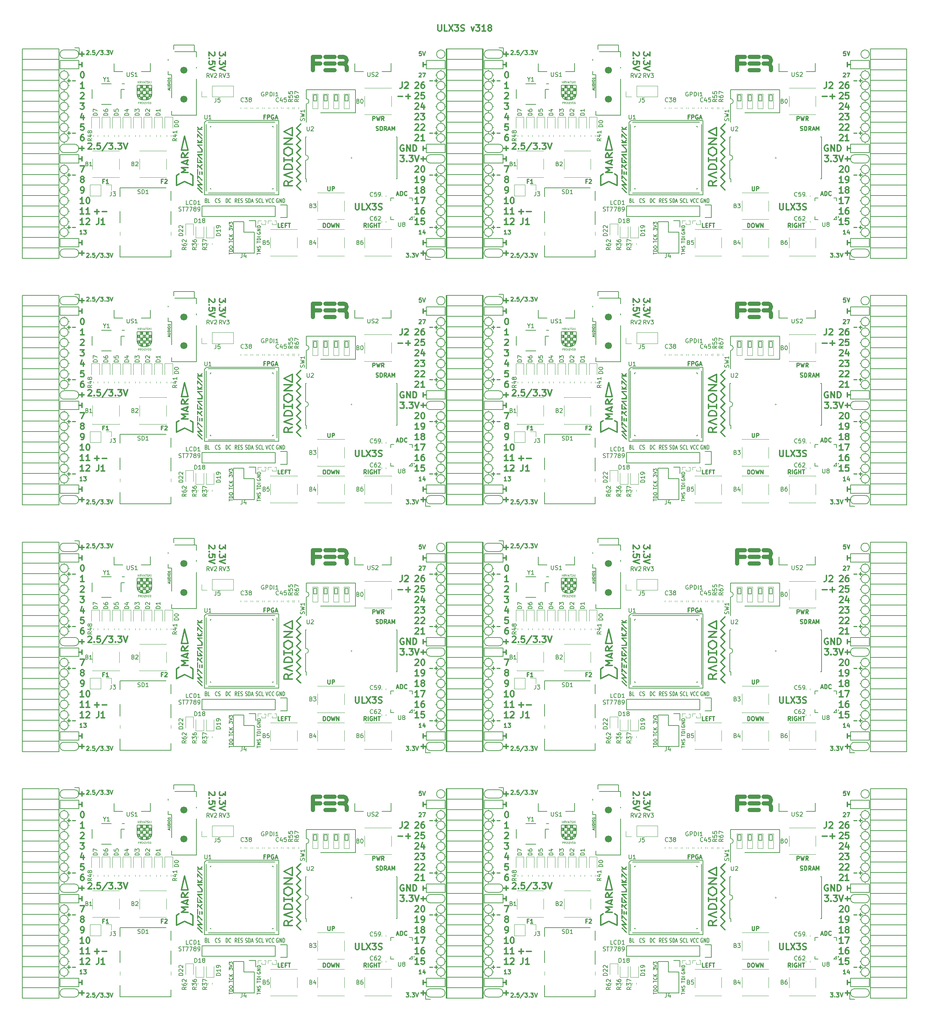
<source format=gbr>
%TF.GenerationSoftware,KiCad,Pcbnew,6.0.11+dfsg-1*%
%TF.CreationDate,2023-04-22T13:59:59+02:00*%
%TF.ProjectId,ulx3s_panel,756c7833-735f-4706-916e-656c2e6b6963,v3.1.8*%
%TF.SameCoordinates,Original*%
%TF.FileFunction,Legend,Top*%
%TF.FilePolarity,Positive*%
%FSLAX46Y46*%
G04 Gerber Fmt 4.6, Leading zero omitted, Abs format (unit mm)*
G04 Created by KiCad (PCBNEW 6.0.11+dfsg-1) date 2023-04-22 13:59:59*
%MOMM*%
%LPD*%
G01*
G04 APERTURE LIST*
%ADD10C,0.200000*%
%ADD11C,0.300000*%
%ADD12C,0.250000*%
%ADD13C,0.150000*%
%ADD14C,0.075000*%
%ADD15C,0.152400*%
%ADD16C,0.120000*%
%ADD17C,1.000000*%
%ADD18C,0.010000*%
%ADD19C,1.700000*%
G04 APERTURE END LIST*
D10*
X143746000Y-59750000D02*
X144000000Y-59750000D01*
X246726000Y-59750000D02*
X246980000Y-59750000D01*
X143746000Y-119550000D02*
X144000000Y-119550000D01*
X246726000Y-119550000D02*
X246980000Y-119550000D01*
X143746000Y-179350000D02*
X144000000Y-179350000D01*
X246726000Y-179350000D02*
X246980000Y-179350000D01*
X143746000Y-239150000D02*
X144000000Y-239150000D01*
X246726000Y-239150000D02*
X246980000Y-239150000D01*
X143746000Y-73974000D02*
X143746000Y-76006000D01*
X246726000Y-73974000D02*
X246726000Y-76006000D01*
X143746000Y-133774000D02*
X143746000Y-135806000D01*
X246726000Y-133774000D02*
X246726000Y-135806000D01*
X143746000Y-193574000D02*
X143746000Y-195606000D01*
X246726000Y-193574000D02*
X246726000Y-195606000D01*
X143746000Y-253374000D02*
X143746000Y-255406000D01*
X246726000Y-253374000D02*
X246726000Y-255406000D01*
D11*
X138412000Y-77022000D02*
X138412000Y-78038000D01*
X241392000Y-77022000D02*
X241392000Y-78038000D01*
X138412000Y-136822000D02*
X138412000Y-137838000D01*
X241392000Y-136822000D02*
X241392000Y-137838000D01*
X138412000Y-196622000D02*
X138412000Y-197638000D01*
X241392000Y-196622000D02*
X241392000Y-197638000D01*
X138412000Y-256422000D02*
X138412000Y-257438000D01*
X241392000Y-256422000D02*
X241392000Y-257438000D01*
D10*
X143746000Y-41970000D02*
X144000000Y-41970000D01*
X246726000Y-41970000D02*
X246980000Y-41970000D01*
X143746000Y-101770000D02*
X144000000Y-101770000D01*
X246726000Y-101770000D02*
X246980000Y-101770000D01*
X143746000Y-161570000D02*
X144000000Y-161570000D01*
X246726000Y-161570000D02*
X246980000Y-161570000D01*
X143746000Y-221370000D02*
X144000000Y-221370000D01*
X246726000Y-221370000D02*
X246980000Y-221370000D01*
D11*
X55608000Y-51622000D02*
X55608000Y-52638000D01*
X158588000Y-51622000D02*
X158588000Y-52638000D01*
X55608000Y-111422000D02*
X55608000Y-112438000D01*
X158588000Y-111422000D02*
X158588000Y-112438000D01*
X55608000Y-171222000D02*
X55608000Y-172238000D01*
X158588000Y-171222000D02*
X158588000Y-172238000D01*
X55608000Y-231022000D02*
X55608000Y-232038000D01*
X158588000Y-231022000D02*
X158588000Y-232038000D01*
D10*
X142730000Y-68894000D02*
X142730000Y-68386000D01*
X245710000Y-68894000D02*
X245710000Y-68386000D01*
X142730000Y-128694000D02*
X142730000Y-128186000D01*
X245710000Y-128694000D02*
X245710000Y-128186000D01*
X142730000Y-188494000D02*
X142730000Y-187986000D01*
X245710000Y-188494000D02*
X245710000Y-187986000D01*
X142730000Y-248294000D02*
X142730000Y-247786000D01*
X245710000Y-248294000D02*
X245710000Y-247786000D01*
X50020000Y-67370000D02*
X50274000Y-67370000D01*
X153000000Y-67370000D02*
X153254000Y-67370000D01*
X50020000Y-127170000D02*
X50274000Y-127170000D01*
X153000000Y-127170000D02*
X153254000Y-127170000D01*
X50020000Y-186970000D02*
X50274000Y-186970000D01*
X153000000Y-186970000D02*
X153254000Y-186970000D01*
X50020000Y-246770000D02*
X50274000Y-246770000D01*
X153000000Y-246770000D02*
X153254000Y-246770000D01*
D11*
X54846000Y-31810000D02*
X55608000Y-31810000D01*
X157826000Y-31810000D02*
X158588000Y-31810000D01*
X54846000Y-91610000D02*
X55608000Y-91610000D01*
X157826000Y-91610000D02*
X158588000Y-91610000D01*
X54846000Y-151410000D02*
X55608000Y-151410000D01*
X157826000Y-151410000D02*
X158588000Y-151410000D01*
X54846000Y-211210000D02*
X55608000Y-211210000D01*
X157826000Y-211210000D02*
X158588000Y-211210000D01*
D10*
X142730000Y-70926000D02*
X142730000Y-71434000D01*
X245710000Y-70926000D02*
X245710000Y-71434000D01*
X142730000Y-130726000D02*
X142730000Y-131234000D01*
X245710000Y-130726000D02*
X245710000Y-131234000D01*
X142730000Y-190526000D02*
X142730000Y-191034000D01*
X245710000Y-190526000D02*
X245710000Y-191034000D01*
X142730000Y-250326000D02*
X142730000Y-250834000D01*
X245710000Y-250326000D02*
X245710000Y-250834000D01*
D11*
X55608000Y-54162000D02*
X55608000Y-55178000D01*
X158588000Y-54162000D02*
X158588000Y-55178000D01*
X55608000Y-113962000D02*
X55608000Y-114978000D01*
X158588000Y-113962000D02*
X158588000Y-114978000D01*
X55608000Y-173762000D02*
X55608000Y-174778000D01*
X158588000Y-173762000D02*
X158588000Y-174778000D01*
X55608000Y-233562000D02*
X55608000Y-234578000D01*
X158588000Y-233562000D02*
X158588000Y-234578000D01*
D10*
X52306000Y-34350000D02*
G75*
G03*
X52306000Y-34350000I-1016000J0D01*
G01*
X155286000Y-34350000D02*
G75*
G03*
X155286000Y-34350000I-1016000J0D01*
G01*
X52306000Y-94150000D02*
G75*
G03*
X52306000Y-94150000I-1016000J0D01*
G01*
X155286000Y-94150000D02*
G75*
G03*
X155286000Y-94150000I-1016000J0D01*
G01*
X52306000Y-153950000D02*
G75*
G03*
X52306000Y-153950000I-1016000J0D01*
G01*
X155286000Y-153950000D02*
G75*
G03*
X155286000Y-153950000I-1016000J0D01*
G01*
X52306000Y-213750000D02*
G75*
G03*
X52306000Y-213750000I-1016000J0D01*
G01*
X155286000Y-213750000D02*
G75*
G03*
X155286000Y-213750000I-1016000J0D01*
G01*
X51290000Y-73466000D02*
X51290000Y-73720000D01*
X154270000Y-73466000D02*
X154270000Y-73720000D01*
X51290000Y-133266000D02*
X51290000Y-133520000D01*
X154270000Y-133266000D02*
X154270000Y-133520000D01*
X51290000Y-193066000D02*
X51290000Y-193320000D01*
X154270000Y-193066000D02*
X154270000Y-193320000D01*
X51290000Y-252866000D02*
X51290000Y-253120000D01*
X154270000Y-252866000D02*
X154270000Y-253120000D01*
X52306000Y-36890000D02*
X52560000Y-36890000D01*
X155286000Y-36890000D02*
X155540000Y-36890000D01*
X52306000Y-96690000D02*
X52560000Y-96690000D01*
X155286000Y-96690000D02*
X155540000Y-96690000D01*
X52306000Y-156490000D02*
X52560000Y-156490000D01*
X155286000Y-156490000D02*
X155540000Y-156490000D01*
X52306000Y-216290000D02*
X52560000Y-216290000D01*
X155286000Y-216290000D02*
X155540000Y-216290000D01*
X51290000Y-55940000D02*
X51290000Y-56194000D01*
X154270000Y-55940000D02*
X154270000Y-56194000D01*
X51290000Y-115740000D02*
X51290000Y-115994000D01*
X154270000Y-115740000D02*
X154270000Y-115994000D01*
X51290000Y-175540000D02*
X51290000Y-175794000D01*
X154270000Y-175540000D02*
X154270000Y-175794000D01*
X51290000Y-235340000D02*
X51290000Y-235594000D01*
X154270000Y-235340000D02*
X154270000Y-235594000D01*
X54846000Y-76006000D02*
X54846000Y-73974000D01*
X157826000Y-76006000D02*
X157826000Y-73974000D01*
X54846000Y-135806000D02*
X54846000Y-133774000D01*
X157826000Y-135806000D02*
X157826000Y-133774000D01*
X54846000Y-195606000D02*
X54846000Y-193574000D01*
X157826000Y-195606000D02*
X157826000Y-193574000D01*
X54846000Y-255406000D02*
X54846000Y-253374000D01*
X157826000Y-255406000D02*
X157826000Y-253374000D01*
X143746000Y-49590000D02*
X144000000Y-49590000D01*
X246726000Y-49590000D02*
X246980000Y-49590000D01*
X143746000Y-109390000D02*
X144000000Y-109390000D01*
X246726000Y-109390000D02*
X246980000Y-109390000D01*
X143746000Y-169190000D02*
X144000000Y-169190000D01*
X246726000Y-169190000D02*
X246980000Y-169190000D01*
X143746000Y-228990000D02*
X144000000Y-228990000D01*
X246726000Y-228990000D02*
X246980000Y-228990000D01*
X142730000Y-48574000D02*
X142730000Y-48066000D01*
X245710000Y-48574000D02*
X245710000Y-48066000D01*
X142730000Y-108374000D02*
X142730000Y-107866000D01*
X245710000Y-108374000D02*
X245710000Y-107866000D01*
X142730000Y-168174000D02*
X142730000Y-167666000D01*
X245710000Y-168174000D02*
X245710000Y-167666000D01*
X142730000Y-227974000D02*
X142730000Y-227466000D01*
X245710000Y-227974000D02*
X245710000Y-227466000D01*
X143746000Y-67370000D02*
G75*
G03*
X143746000Y-67370000I-1016000J0D01*
G01*
X246726000Y-67370000D02*
G75*
G03*
X246726000Y-67370000I-1016000J0D01*
G01*
X143746000Y-127170000D02*
G75*
G03*
X143746000Y-127170000I-1016000J0D01*
G01*
X246726000Y-127170000D02*
G75*
G03*
X246726000Y-127170000I-1016000J0D01*
G01*
X143746000Y-186970000D02*
G75*
G03*
X143746000Y-186970000I-1016000J0D01*
G01*
X246726000Y-186970000D02*
G75*
G03*
X246726000Y-186970000I-1016000J0D01*
G01*
X143746000Y-246770000D02*
G75*
G03*
X143746000Y-246770000I-1016000J0D01*
G01*
X246726000Y-246770000D02*
G75*
G03*
X246726000Y-246770000I-1016000J0D01*
G01*
X52306000Y-69910000D02*
X52560000Y-69910000D01*
X155286000Y-69910000D02*
X155540000Y-69910000D01*
X52306000Y-129710000D02*
X52560000Y-129710000D01*
X155286000Y-129710000D02*
X155540000Y-129710000D01*
X52306000Y-189510000D02*
X52560000Y-189510000D01*
X155286000Y-189510000D02*
X155540000Y-189510000D01*
X52306000Y-249310000D02*
X52560000Y-249310000D01*
X155286000Y-249310000D02*
X155540000Y-249310000D01*
X141460000Y-57210000D02*
X141714000Y-57210000D01*
X244440000Y-57210000D02*
X244694000Y-57210000D01*
X141460000Y-117010000D02*
X141714000Y-117010000D01*
X244440000Y-117010000D02*
X244694000Y-117010000D01*
X141460000Y-176810000D02*
X141714000Y-176810000D01*
X244440000Y-176810000D02*
X244694000Y-176810000D01*
X141460000Y-236610000D02*
X141714000Y-236610000D01*
X244440000Y-236610000D02*
X244694000Y-236610000D01*
X50274000Y-73974000D02*
X50274000Y-76006000D01*
X153254000Y-73974000D02*
X153254000Y-76006000D01*
X50274000Y-133774000D02*
X50274000Y-135806000D01*
X153254000Y-133774000D02*
X153254000Y-135806000D01*
X50274000Y-193574000D02*
X50274000Y-195606000D01*
X153254000Y-193574000D02*
X153254000Y-195606000D01*
X50274000Y-253374000D02*
X50274000Y-255406000D01*
X153254000Y-253374000D02*
X153254000Y-255406000D01*
D11*
X138412000Y-52638000D02*
X138412000Y-51622000D01*
X241392000Y-52638000D02*
X241392000Y-51622000D01*
X138412000Y-112438000D02*
X138412000Y-111422000D01*
X241392000Y-112438000D02*
X241392000Y-111422000D01*
X138412000Y-172238000D02*
X138412000Y-171222000D01*
X241392000Y-172238000D02*
X241392000Y-171222000D01*
X138412000Y-232038000D02*
X138412000Y-231022000D01*
X241392000Y-232038000D02*
X241392000Y-231022000D01*
D10*
X143746000Y-34350000D02*
X144000000Y-34350000D01*
X246726000Y-34350000D02*
X246980000Y-34350000D01*
X143746000Y-94150000D02*
X144000000Y-94150000D01*
X246726000Y-94150000D02*
X246980000Y-94150000D01*
X143746000Y-153950000D02*
X144000000Y-153950000D01*
X246726000Y-153950000D02*
X246980000Y-153950000D01*
X143746000Y-213750000D02*
X144000000Y-213750000D01*
X246726000Y-213750000D02*
X246980000Y-213750000D01*
X52306000Y-41970000D02*
G75*
G03*
X52306000Y-41970000I-1016000J0D01*
G01*
X155286000Y-41970000D02*
G75*
G03*
X155286000Y-41970000I-1016000J0D01*
G01*
X52306000Y-101770000D02*
G75*
G03*
X52306000Y-101770000I-1016000J0D01*
G01*
X155286000Y-101770000D02*
G75*
G03*
X155286000Y-101770000I-1016000J0D01*
G01*
X52306000Y-161570000D02*
G75*
G03*
X52306000Y-161570000I-1016000J0D01*
G01*
X155286000Y-161570000D02*
G75*
G03*
X155286000Y-161570000I-1016000J0D01*
G01*
X52306000Y-221370000D02*
G75*
G03*
X52306000Y-221370000I-1016000J0D01*
G01*
X155286000Y-221370000D02*
G75*
G03*
X155286000Y-221370000I-1016000J0D01*
G01*
X141460000Y-72450000D02*
X141714000Y-72450000D01*
X244440000Y-72450000D02*
X244694000Y-72450000D01*
X141460000Y-132250000D02*
X141714000Y-132250000D01*
X244440000Y-132250000D02*
X244694000Y-132250000D01*
X141460000Y-192050000D02*
X141714000Y-192050000D01*
X244440000Y-192050000D02*
X244694000Y-192050000D01*
X244440000Y-251850000D02*
X244694000Y-251850000D01*
X141460000Y-251850000D02*
X141714000Y-251850000D01*
X142730000Y-58226000D02*
X142730000Y-58734000D01*
X245710000Y-58226000D02*
X245710000Y-58734000D01*
X142730000Y-118026000D02*
X142730000Y-118534000D01*
X245710000Y-118026000D02*
X245710000Y-118534000D01*
X142730000Y-177826000D02*
X142730000Y-178334000D01*
X245710000Y-177826000D02*
X245710000Y-178334000D01*
X142730000Y-237626000D02*
X142730000Y-238134000D01*
X245710000Y-237626000D02*
X245710000Y-238134000D01*
X52306000Y-47050000D02*
G75*
G03*
X52306000Y-47050000I-1016000J0D01*
G01*
X155286000Y-47050000D02*
G75*
G03*
X155286000Y-47050000I-1016000J0D01*
G01*
X52306000Y-106850000D02*
G75*
G03*
X52306000Y-106850000I-1016000J0D01*
G01*
X155286000Y-106850000D02*
G75*
G03*
X155286000Y-106850000I-1016000J0D01*
G01*
X52306000Y-166650000D02*
G75*
G03*
X52306000Y-166650000I-1016000J0D01*
G01*
X155286000Y-166650000D02*
G75*
G03*
X155286000Y-166650000I-1016000J0D01*
G01*
X155286000Y-226450000D02*
G75*
G03*
X155286000Y-226450000I-1016000J0D01*
G01*
X52306000Y-226450000D02*
G75*
G03*
X52306000Y-226450000I-1016000J0D01*
G01*
X142730000Y-40446000D02*
X142730000Y-40954000D01*
X245710000Y-40446000D02*
X245710000Y-40954000D01*
X142730000Y-100246000D02*
X142730000Y-100754000D01*
X245710000Y-100246000D02*
X245710000Y-100754000D01*
X142730000Y-160046000D02*
X142730000Y-160554000D01*
X245710000Y-160046000D02*
X245710000Y-160554000D01*
X142730000Y-219846000D02*
X142730000Y-220354000D01*
X245710000Y-219846000D02*
X245710000Y-220354000D01*
X50274000Y-32826000D02*
X50274000Y-30794000D01*
X153254000Y-32826000D02*
X153254000Y-30794000D01*
X50274000Y-92626000D02*
X50274000Y-90594000D01*
X153254000Y-92626000D02*
X153254000Y-90594000D01*
X50274000Y-152426000D02*
X50274000Y-150394000D01*
X153254000Y-152426000D02*
X153254000Y-150394000D01*
X50274000Y-212226000D02*
X50274000Y-210194000D01*
X153254000Y-212226000D02*
X153254000Y-210194000D01*
X141460000Y-62290000D02*
X141714000Y-62290000D01*
X244440000Y-62290000D02*
X244694000Y-62290000D01*
X141460000Y-122090000D02*
X141714000Y-122090000D01*
X244440000Y-122090000D02*
X244694000Y-122090000D01*
X141460000Y-181890000D02*
X141714000Y-181890000D01*
X244440000Y-181890000D02*
X244694000Y-181890000D01*
X141460000Y-241690000D02*
X141714000Y-241690000D01*
X244440000Y-241690000D02*
X244694000Y-241690000D01*
X50274000Y-30794000D02*
X54846000Y-30794000D01*
X153254000Y-30794000D02*
X157826000Y-30794000D01*
X50274000Y-90594000D02*
X54846000Y-90594000D01*
X153254000Y-90594000D02*
X157826000Y-90594000D01*
X50274000Y-150394000D02*
X54846000Y-150394000D01*
X153254000Y-150394000D02*
X157826000Y-150394000D01*
X50274000Y-210194000D02*
X54846000Y-210194000D01*
X153254000Y-210194000D02*
X157826000Y-210194000D01*
D11*
X138412000Y-31810000D02*
X139174000Y-31810000D01*
X241392000Y-31810000D02*
X242154000Y-31810000D01*
X138412000Y-91610000D02*
X139174000Y-91610000D01*
X241392000Y-91610000D02*
X242154000Y-91610000D01*
X138412000Y-151410000D02*
X139174000Y-151410000D01*
X241392000Y-151410000D02*
X242154000Y-151410000D01*
X138412000Y-211210000D02*
X139174000Y-211210000D01*
X241392000Y-211210000D02*
X242154000Y-211210000D01*
D10*
X139174000Y-51114000D02*
X143746000Y-51114000D01*
X242154000Y-51114000D02*
X246726000Y-51114000D01*
X139174000Y-110914000D02*
X143746000Y-110914000D01*
X242154000Y-110914000D02*
X246726000Y-110914000D01*
X139174000Y-170714000D02*
X143746000Y-170714000D01*
X242154000Y-170714000D02*
X246726000Y-170714000D01*
X139174000Y-230514000D02*
X143746000Y-230514000D01*
X242154000Y-230514000D02*
X246726000Y-230514000D01*
X141460000Y-44510000D02*
X141714000Y-44510000D01*
X244440000Y-44510000D02*
X244694000Y-44510000D01*
X141460000Y-104310000D02*
X141714000Y-104310000D01*
X244440000Y-104310000D02*
X244694000Y-104310000D01*
X141460000Y-164110000D02*
X141714000Y-164110000D01*
X244440000Y-164110000D02*
X244694000Y-164110000D01*
X141460000Y-223910000D02*
X141714000Y-223910000D01*
X244440000Y-223910000D02*
X244694000Y-223910000D01*
X141460000Y-67370000D02*
X141714000Y-67370000D01*
X244440000Y-67370000D02*
X244694000Y-67370000D01*
X141460000Y-127170000D02*
X141714000Y-127170000D01*
X244440000Y-127170000D02*
X244694000Y-127170000D01*
X141460000Y-186970000D02*
X141714000Y-186970000D01*
X244440000Y-186970000D02*
X244694000Y-186970000D01*
X141460000Y-246770000D02*
X141714000Y-246770000D01*
X244440000Y-246770000D02*
X244694000Y-246770000D01*
X52306000Y-69910000D02*
G75*
G03*
X52306000Y-69910000I-1016000J0D01*
G01*
X155286000Y-69910000D02*
G75*
G03*
X155286000Y-69910000I-1016000J0D01*
G01*
X52306000Y-129710000D02*
G75*
G03*
X52306000Y-129710000I-1016000J0D01*
G01*
X155286000Y-129710000D02*
G75*
G03*
X155286000Y-129710000I-1016000J0D01*
G01*
X52306000Y-189510000D02*
G75*
G03*
X52306000Y-189510000I-1016000J0D01*
G01*
X155286000Y-189510000D02*
G75*
G03*
X155286000Y-189510000I-1016000J0D01*
G01*
X52306000Y-249310000D02*
G75*
G03*
X52306000Y-249310000I-1016000J0D01*
G01*
X155286000Y-249310000D02*
G75*
G03*
X155286000Y-249310000I-1016000J0D01*
G01*
X143746000Y-57210000D02*
G75*
G03*
X143746000Y-57210000I-1016000J0D01*
G01*
X246726000Y-57210000D02*
G75*
G03*
X246726000Y-57210000I-1016000J0D01*
G01*
X143746000Y-117010000D02*
G75*
G03*
X143746000Y-117010000I-1016000J0D01*
G01*
X246726000Y-117010000D02*
G75*
G03*
X246726000Y-117010000I-1016000J0D01*
G01*
X143746000Y-176810000D02*
G75*
G03*
X143746000Y-176810000I-1016000J0D01*
G01*
X246726000Y-176810000D02*
G75*
G03*
X246726000Y-176810000I-1016000J0D01*
G01*
X143746000Y-236610000D02*
G75*
G03*
X143746000Y-236610000I-1016000J0D01*
G01*
X246726000Y-236610000D02*
G75*
G03*
X246726000Y-236610000I-1016000J0D01*
G01*
X143746000Y-72450000D02*
G75*
G03*
X143746000Y-72450000I-1016000J0D01*
G01*
X246726000Y-72450000D02*
G75*
G03*
X246726000Y-72450000I-1016000J0D01*
G01*
X143746000Y-132250000D02*
G75*
G03*
X143746000Y-132250000I-1016000J0D01*
G01*
X246726000Y-132250000D02*
G75*
G03*
X246726000Y-132250000I-1016000J0D01*
G01*
X143746000Y-192050000D02*
G75*
G03*
X143746000Y-192050000I-1016000J0D01*
G01*
X246726000Y-192050000D02*
G75*
G03*
X246726000Y-192050000I-1016000J0D01*
G01*
X143746000Y-251850000D02*
G75*
G03*
X143746000Y-251850000I-1016000J0D01*
G01*
X246726000Y-251850000D02*
G75*
G03*
X246726000Y-251850000I-1016000J0D01*
G01*
X53830000Y-53146000D02*
G75*
G03*
X53830000Y-51114000I0J1016000D01*
G01*
X156810000Y-53146000D02*
G75*
G03*
X156810000Y-51114000I0J1016000D01*
G01*
X53830000Y-112946000D02*
G75*
G03*
X53830000Y-110914000I0J1016000D01*
G01*
X156810000Y-112946000D02*
G75*
G03*
X156810000Y-110914000I0J1016000D01*
G01*
X53830000Y-172746000D02*
G75*
G03*
X53830000Y-170714000I0J1016000D01*
G01*
X156810000Y-172746000D02*
G75*
G03*
X156810000Y-170714000I0J1016000D01*
G01*
X53830000Y-232546000D02*
G75*
G03*
X53830000Y-230514000I0J1016000D01*
G01*
X156810000Y-232546000D02*
G75*
G03*
X156810000Y-230514000I0J1016000D01*
G01*
X139174000Y-32826000D02*
X143746000Y-32826000D01*
X242154000Y-32826000D02*
X246726000Y-32826000D01*
X139174000Y-92626000D02*
X143746000Y-92626000D01*
X242154000Y-92626000D02*
X246726000Y-92626000D01*
X139174000Y-152426000D02*
X143746000Y-152426000D01*
X242154000Y-152426000D02*
X246726000Y-152426000D01*
X139174000Y-212226000D02*
X143746000Y-212226000D01*
X242154000Y-212226000D02*
X246726000Y-212226000D01*
X142730000Y-65846000D02*
X142730000Y-66354000D01*
X245710000Y-65846000D02*
X245710000Y-66354000D01*
X142730000Y-125646000D02*
X142730000Y-126154000D01*
X142730000Y-185446000D02*
X142730000Y-185954000D01*
X245710000Y-125646000D02*
X245710000Y-126154000D01*
X245710000Y-185446000D02*
X245710000Y-185954000D01*
X142730000Y-245246000D02*
X142730000Y-245754000D01*
X245710000Y-245246000D02*
X245710000Y-245754000D01*
X52306000Y-67370000D02*
X52560000Y-67370000D01*
X155286000Y-67370000D02*
X155540000Y-67370000D01*
X52306000Y-127170000D02*
X52560000Y-127170000D01*
X52306000Y-186970000D02*
X52560000Y-186970000D01*
X155286000Y-127170000D02*
X155540000Y-127170000D01*
X155286000Y-186970000D02*
X155540000Y-186970000D01*
X52306000Y-246770000D02*
X52560000Y-246770000D01*
X155286000Y-246770000D02*
X155540000Y-246770000D01*
X142730000Y-33080000D02*
X142730000Y-33334000D01*
X245710000Y-33080000D02*
X245710000Y-33334000D01*
X142730000Y-92880000D02*
X142730000Y-93134000D01*
X245710000Y-92880000D02*
X245710000Y-93134000D01*
X142730000Y-152680000D02*
X142730000Y-152934000D01*
X245710000Y-152680000D02*
X245710000Y-152934000D01*
X142730000Y-212480000D02*
X142730000Y-212734000D01*
X245710000Y-212480000D02*
X245710000Y-212734000D01*
X52306000Y-62290000D02*
X52560000Y-62290000D01*
X155286000Y-62290000D02*
X155540000Y-62290000D01*
X52306000Y-122090000D02*
X52560000Y-122090000D01*
X155286000Y-122090000D02*
X155540000Y-122090000D01*
X52306000Y-181890000D02*
X52560000Y-181890000D01*
X155286000Y-181890000D02*
X155540000Y-181890000D01*
X52306000Y-241690000D02*
X52560000Y-241690000D01*
X155286000Y-241690000D02*
X155540000Y-241690000D01*
X51290000Y-68386000D02*
X51290000Y-68894000D01*
X154270000Y-68386000D02*
X154270000Y-68894000D01*
X51290000Y-128186000D02*
X51290000Y-128694000D01*
X154270000Y-128186000D02*
X154270000Y-128694000D01*
X51290000Y-187986000D02*
X51290000Y-188494000D01*
X154270000Y-187986000D02*
X154270000Y-188494000D01*
X51290000Y-247786000D02*
X51290000Y-248294000D01*
X154270000Y-247786000D02*
X154270000Y-248294000D01*
X50020000Y-57210000D02*
X50274000Y-57210000D01*
X153000000Y-57210000D02*
X153254000Y-57210000D01*
X50020000Y-117010000D02*
X50274000Y-117010000D01*
X153000000Y-117010000D02*
X153254000Y-117010000D01*
X50020000Y-176810000D02*
X50274000Y-176810000D01*
X153000000Y-176810000D02*
X153254000Y-176810000D01*
X50020000Y-236610000D02*
X50274000Y-236610000D01*
X153000000Y-236610000D02*
X153254000Y-236610000D01*
X51290000Y-76514000D02*
X53830000Y-76514000D01*
X154270000Y-76514000D02*
X156810000Y-76514000D01*
X51290000Y-136314000D02*
X53830000Y-136314000D01*
X154270000Y-136314000D02*
X156810000Y-136314000D01*
X51290000Y-196114000D02*
X53830000Y-196114000D01*
X154270000Y-196114000D02*
X156810000Y-196114000D01*
X51290000Y-255914000D02*
X53830000Y-255914000D01*
X154270000Y-255914000D02*
X156810000Y-255914000D01*
X143746000Y-39430000D02*
G75*
G03*
X143746000Y-39430000I-1016000J0D01*
G01*
X246726000Y-39430000D02*
G75*
G03*
X246726000Y-39430000I-1016000J0D01*
G01*
X143746000Y-99230000D02*
G75*
G03*
X143746000Y-99230000I-1016000J0D01*
G01*
X246726000Y-99230000D02*
G75*
G03*
X246726000Y-99230000I-1016000J0D01*
G01*
X143746000Y-159030000D02*
G75*
G03*
X143746000Y-159030000I-1016000J0D01*
G01*
X246726000Y-159030000D02*
G75*
G03*
X246726000Y-159030000I-1016000J0D01*
G01*
X143746000Y-218830000D02*
G75*
G03*
X143746000Y-218830000I-1016000J0D01*
G01*
X246726000Y-218830000D02*
G75*
G03*
X246726000Y-218830000I-1016000J0D01*
G01*
X143746000Y-64830000D02*
X144000000Y-64830000D01*
X246726000Y-64830000D02*
X246980000Y-64830000D01*
X143746000Y-124630000D02*
X144000000Y-124630000D01*
X246726000Y-124630000D02*
X246980000Y-124630000D01*
X143746000Y-184430000D02*
X144000000Y-184430000D01*
X246726000Y-184430000D02*
X246980000Y-184430000D01*
X143746000Y-244230000D02*
X144000000Y-244230000D01*
X246726000Y-244230000D02*
X246980000Y-244230000D01*
X51290000Y-76514000D02*
G75*
G03*
X51290000Y-78546000I0J-1016000D01*
G01*
X154270000Y-76514000D02*
G75*
G03*
X154270000Y-78546000I0J-1016000D01*
G01*
X51290000Y-136314000D02*
G75*
G03*
X51290000Y-138346000I0J-1016000D01*
G01*
X154270000Y-136314000D02*
G75*
G03*
X154270000Y-138346000I0J-1016000D01*
G01*
X51290000Y-196114000D02*
G75*
G03*
X51290000Y-198146000I0J-1016000D01*
G01*
X154270000Y-196114000D02*
G75*
G03*
X154270000Y-198146000I0J-1016000D01*
G01*
X51290000Y-255914000D02*
G75*
G03*
X51290000Y-257946000I0J-1016000D01*
G01*
X154270000Y-255914000D02*
G75*
G03*
X154270000Y-257946000I0J-1016000D01*
G01*
X141460000Y-64830000D02*
X141714000Y-64830000D01*
X244440000Y-64830000D02*
X244694000Y-64830000D01*
X141460000Y-124630000D02*
X141714000Y-124630000D01*
X244440000Y-124630000D02*
X244694000Y-124630000D01*
X141460000Y-184430000D02*
X141714000Y-184430000D01*
X244440000Y-184430000D02*
X244694000Y-184430000D01*
X141460000Y-244230000D02*
X141714000Y-244230000D01*
X244440000Y-244230000D02*
X244694000Y-244230000D01*
X140190000Y-53654000D02*
G75*
G03*
X140190000Y-55686000I0J-1016000D01*
G01*
X243170000Y-53654000D02*
G75*
G03*
X243170000Y-55686000I0J-1016000D01*
G01*
X140190000Y-113454000D02*
G75*
G03*
X140190000Y-115486000I0J-1016000D01*
G01*
X243170000Y-113454000D02*
G75*
G03*
X243170000Y-115486000I0J-1016000D01*
G01*
X140190000Y-173254000D02*
G75*
G03*
X140190000Y-175286000I0J-1016000D01*
G01*
X243170000Y-173254000D02*
G75*
G03*
X243170000Y-175286000I0J-1016000D01*
G01*
X140190000Y-233054000D02*
G75*
G03*
X140190000Y-235086000I0J-1016000D01*
G01*
X243170000Y-233054000D02*
G75*
G03*
X243170000Y-235086000I0J-1016000D01*
G01*
X51290000Y-51114000D02*
X53830000Y-51114000D01*
X154270000Y-51114000D02*
X156810000Y-51114000D01*
X51290000Y-110914000D02*
X53830000Y-110914000D01*
X154270000Y-110914000D02*
X156810000Y-110914000D01*
X51290000Y-170714000D02*
X53830000Y-170714000D01*
X154270000Y-170714000D02*
X156810000Y-170714000D01*
X51290000Y-230514000D02*
X53830000Y-230514000D01*
X154270000Y-230514000D02*
X156810000Y-230514000D01*
X142730000Y-50606000D02*
X142730000Y-50860000D01*
X245710000Y-50606000D02*
X245710000Y-50860000D01*
X142730000Y-110406000D02*
X142730000Y-110660000D01*
X245710000Y-110406000D02*
X245710000Y-110660000D01*
X142730000Y-170206000D02*
X142730000Y-170460000D01*
X245710000Y-170206000D02*
X245710000Y-170460000D01*
X142730000Y-230006000D02*
X142730000Y-230260000D01*
X245710000Y-230006000D02*
X245710000Y-230260000D01*
X142730000Y-42986000D02*
X142730000Y-43494000D01*
X245710000Y-42986000D02*
X245710000Y-43494000D01*
X142730000Y-102786000D02*
X142730000Y-103294000D01*
X245710000Y-102786000D02*
X245710000Y-103294000D01*
X142730000Y-162586000D02*
X142730000Y-163094000D01*
X245710000Y-162586000D02*
X245710000Y-163094000D01*
X142730000Y-222386000D02*
X142730000Y-222894000D01*
X245710000Y-222386000D02*
X245710000Y-222894000D01*
X140190000Y-55686000D02*
X142730000Y-55686000D01*
X243170000Y-55686000D02*
X245710000Y-55686000D01*
X140190000Y-115486000D02*
X142730000Y-115486000D01*
X243170000Y-115486000D02*
X245710000Y-115486000D01*
X140190000Y-175286000D02*
X142730000Y-175286000D01*
X243170000Y-175286000D02*
X245710000Y-175286000D01*
X140190000Y-235086000D02*
X142730000Y-235086000D01*
X243170000Y-235086000D02*
X245710000Y-235086000D01*
X50020000Y-69910000D02*
X50274000Y-69910000D01*
X153000000Y-69910000D02*
X153254000Y-69910000D01*
X50020000Y-129710000D02*
X50274000Y-129710000D01*
X153000000Y-129710000D02*
X153254000Y-129710000D01*
X50020000Y-189510000D02*
X50274000Y-189510000D01*
X153000000Y-189510000D02*
X153254000Y-189510000D01*
X50020000Y-249310000D02*
X50274000Y-249310000D01*
X153000000Y-249310000D02*
X153254000Y-249310000D01*
X50020000Y-59750000D02*
X50274000Y-59750000D01*
X153000000Y-59750000D02*
X153254000Y-59750000D01*
X50020000Y-119550000D02*
X50274000Y-119550000D01*
X153000000Y-119550000D02*
X153254000Y-119550000D01*
X50020000Y-179350000D02*
X50274000Y-179350000D01*
X153000000Y-179350000D02*
X153254000Y-179350000D01*
X50020000Y-239150000D02*
X50274000Y-239150000D01*
X153000000Y-239150000D02*
X153254000Y-239150000D01*
X50020000Y-49590000D02*
X50274000Y-49590000D01*
X153000000Y-49590000D02*
X153254000Y-49590000D01*
X50020000Y-109390000D02*
X50274000Y-109390000D01*
X153000000Y-109390000D02*
X153254000Y-109390000D01*
X50020000Y-169190000D02*
X50274000Y-169190000D01*
X153000000Y-169190000D02*
X153254000Y-169190000D01*
X50020000Y-228990000D02*
X50274000Y-228990000D01*
X153000000Y-228990000D02*
X153254000Y-228990000D01*
X143746000Y-36890000D02*
G75*
G03*
X143746000Y-36890000I-1016000J0D01*
G01*
X246726000Y-36890000D02*
G75*
G03*
X246726000Y-36890000I-1016000J0D01*
G01*
X143746000Y-96690000D02*
G75*
G03*
X143746000Y-96690000I-1016000J0D01*
G01*
X246726000Y-96690000D02*
G75*
G03*
X246726000Y-96690000I-1016000J0D01*
G01*
X143746000Y-156490000D02*
G75*
G03*
X143746000Y-156490000I-1016000J0D01*
G01*
X246726000Y-156490000D02*
G75*
G03*
X246726000Y-156490000I-1016000J0D01*
G01*
X143746000Y-216290000D02*
G75*
G03*
X143746000Y-216290000I-1016000J0D01*
G01*
X246726000Y-216290000D02*
G75*
G03*
X246726000Y-216290000I-1016000J0D01*
G01*
X140190000Y-76514000D02*
G75*
G03*
X140190000Y-78546000I0J-1016000D01*
G01*
X243170000Y-76514000D02*
G75*
G03*
X243170000Y-78546000I0J-1016000D01*
G01*
X140190000Y-136314000D02*
G75*
G03*
X140190000Y-138346000I0J-1016000D01*
G01*
X243170000Y-136314000D02*
G75*
G03*
X243170000Y-138346000I0J-1016000D01*
G01*
X140190000Y-196114000D02*
G75*
G03*
X140190000Y-198146000I0J-1016000D01*
G01*
X243170000Y-196114000D02*
G75*
G03*
X243170000Y-198146000I0J-1016000D01*
G01*
X140190000Y-255914000D02*
G75*
G03*
X140190000Y-257946000I0J-1016000D01*
G01*
X243170000Y-255914000D02*
G75*
G03*
X243170000Y-257946000I0J-1016000D01*
G01*
X52306000Y-44510000D02*
X52560000Y-44510000D01*
X155286000Y-44510000D02*
X155540000Y-44510000D01*
X52306000Y-104310000D02*
X52560000Y-104310000D01*
X155286000Y-104310000D02*
X155540000Y-104310000D01*
X52306000Y-164110000D02*
X52560000Y-164110000D01*
X155286000Y-164110000D02*
X155540000Y-164110000D01*
X52306000Y-223910000D02*
X52560000Y-223910000D01*
X155286000Y-223910000D02*
X155540000Y-223910000D01*
X51290000Y-35366000D02*
X51290000Y-35874000D01*
X154270000Y-35366000D02*
X154270000Y-35874000D01*
X51290000Y-95166000D02*
X51290000Y-95674000D01*
X154270000Y-95166000D02*
X154270000Y-95674000D01*
X51290000Y-154966000D02*
X51290000Y-155474000D01*
X154270000Y-154966000D02*
X154270000Y-155474000D01*
X51290000Y-214766000D02*
X51290000Y-215274000D01*
X154270000Y-214766000D02*
X154270000Y-215274000D01*
X51290000Y-33334000D02*
X51290000Y-33080000D01*
X154270000Y-33334000D02*
X154270000Y-33080000D01*
X51290000Y-93134000D02*
X51290000Y-92880000D01*
X154270000Y-93134000D02*
X154270000Y-92880000D01*
X51290000Y-152934000D02*
X51290000Y-152680000D01*
X154270000Y-152934000D02*
X154270000Y-152680000D01*
X51290000Y-212734000D02*
X51290000Y-212480000D01*
X154270000Y-212734000D02*
X154270000Y-212480000D01*
X142730000Y-73466000D02*
X142730000Y-73720000D01*
X245710000Y-73466000D02*
X245710000Y-73720000D01*
X142730000Y-133266000D02*
X142730000Y-133520000D01*
X245710000Y-133266000D02*
X245710000Y-133520000D01*
X142730000Y-193066000D02*
X142730000Y-193320000D01*
X245710000Y-193066000D02*
X245710000Y-193320000D01*
X142730000Y-252866000D02*
X142730000Y-253120000D01*
X245710000Y-252866000D02*
X245710000Y-253120000D01*
X143746000Y-34350000D02*
G75*
G03*
X143746000Y-34350000I-1016000J0D01*
G01*
X246726000Y-34350000D02*
G75*
G03*
X246726000Y-34350000I-1016000J0D01*
G01*
X143746000Y-94150000D02*
G75*
G03*
X143746000Y-94150000I-1016000J0D01*
G01*
X246726000Y-94150000D02*
G75*
G03*
X246726000Y-94150000I-1016000J0D01*
G01*
X143746000Y-153950000D02*
G75*
G03*
X143746000Y-153950000I-1016000J0D01*
G01*
X246726000Y-153950000D02*
G75*
G03*
X246726000Y-153950000I-1016000J0D01*
G01*
X143746000Y-213750000D02*
G75*
G03*
X143746000Y-213750000I-1016000J0D01*
G01*
X246726000Y-213750000D02*
G75*
G03*
X246726000Y-213750000I-1016000J0D01*
G01*
X141460000Y-49590000D02*
X141714000Y-49590000D01*
X244440000Y-49590000D02*
X244694000Y-49590000D01*
X141460000Y-109390000D02*
X141714000Y-109390000D01*
X244440000Y-109390000D02*
X244694000Y-109390000D01*
X141460000Y-169190000D02*
X141714000Y-169190000D01*
X244440000Y-169190000D02*
X244694000Y-169190000D01*
X141460000Y-228990000D02*
X141714000Y-228990000D01*
X244440000Y-228990000D02*
X244694000Y-228990000D01*
X50020000Y-39430000D02*
X50274000Y-39430000D01*
X153000000Y-39430000D02*
X153254000Y-39430000D01*
X50020000Y-99230000D02*
X50274000Y-99230000D01*
X153000000Y-99230000D02*
X153254000Y-99230000D01*
X50020000Y-159030000D02*
X50274000Y-159030000D01*
X153000000Y-159030000D02*
X153254000Y-159030000D01*
X50020000Y-218830000D02*
X50274000Y-218830000D01*
X153000000Y-218830000D02*
X153254000Y-218830000D01*
X51290000Y-30286000D02*
X53830000Y-30286000D01*
X154270000Y-30286000D02*
X156810000Y-30286000D01*
X51290000Y-90086000D02*
X53830000Y-90086000D01*
X154270000Y-90086000D02*
X156810000Y-90086000D01*
X51290000Y-149886000D02*
X53830000Y-149886000D01*
X154270000Y-149886000D02*
X156810000Y-149886000D01*
X51290000Y-209686000D02*
X53830000Y-209686000D01*
X154270000Y-209686000D02*
X156810000Y-209686000D01*
X141460000Y-69910000D02*
X141714000Y-69910000D01*
X244440000Y-69910000D02*
X244694000Y-69910000D01*
X141460000Y-129710000D02*
X141714000Y-129710000D01*
X244440000Y-129710000D02*
X244694000Y-129710000D01*
X141460000Y-189510000D02*
X141714000Y-189510000D01*
X244440000Y-189510000D02*
X244694000Y-189510000D01*
X141460000Y-249310000D02*
X141714000Y-249310000D01*
X244440000Y-249310000D02*
X244694000Y-249310000D01*
X143746000Y-36890000D02*
X144000000Y-36890000D01*
X246726000Y-36890000D02*
X246980000Y-36890000D01*
X143746000Y-96690000D02*
X144000000Y-96690000D01*
X246726000Y-96690000D02*
X246980000Y-96690000D01*
X143746000Y-156490000D02*
X144000000Y-156490000D01*
X246726000Y-156490000D02*
X246980000Y-156490000D01*
X143746000Y-216290000D02*
X144000000Y-216290000D01*
X246726000Y-216290000D02*
X246980000Y-216290000D01*
X52306000Y-64830000D02*
G75*
G03*
X52306000Y-64830000I-1016000J0D01*
G01*
X155286000Y-64830000D02*
G75*
G03*
X155286000Y-64830000I-1016000J0D01*
G01*
X52306000Y-124630000D02*
G75*
G03*
X52306000Y-124630000I-1016000J0D01*
G01*
X155286000Y-124630000D02*
G75*
G03*
X155286000Y-124630000I-1016000J0D01*
G01*
X52306000Y-184430000D02*
G75*
G03*
X52306000Y-184430000I-1016000J0D01*
G01*
X155286000Y-184430000D02*
G75*
G03*
X155286000Y-184430000I-1016000J0D01*
G01*
X52306000Y-244230000D02*
G75*
G03*
X52306000Y-244230000I-1016000J0D01*
G01*
X155286000Y-244230000D02*
G75*
G03*
X155286000Y-244230000I-1016000J0D01*
G01*
X154270000Y-217306000D02*
X154270000Y-217814000D01*
X51290000Y-37906000D02*
X51290000Y-38414000D01*
X154270000Y-37906000D02*
X154270000Y-38414000D01*
X51290000Y-97706000D02*
X51290000Y-98214000D01*
X154270000Y-97706000D02*
X154270000Y-98214000D01*
X51290000Y-157506000D02*
X51290000Y-158014000D01*
X154270000Y-157506000D02*
X154270000Y-158014000D01*
X51290000Y-217306000D02*
X51290000Y-217814000D01*
X53830000Y-30286000D02*
G75*
G03*
X53830000Y-28254000I0J1016000D01*
G01*
X156810000Y-30286000D02*
G75*
G03*
X156810000Y-28254000I0J1016000D01*
G01*
X53830000Y-90086000D02*
G75*
G03*
X53830000Y-88054000I0J1016000D01*
G01*
X156810000Y-90086000D02*
G75*
G03*
X156810000Y-88054000I0J1016000D01*
G01*
X53830000Y-149886000D02*
G75*
G03*
X53830000Y-147854000I0J1016000D01*
G01*
X156810000Y-149886000D02*
G75*
G03*
X156810000Y-147854000I0J1016000D01*
G01*
X53830000Y-209686000D02*
G75*
G03*
X53830000Y-207654000I0J1016000D01*
G01*
X156810000Y-209686000D02*
G75*
G03*
X156810000Y-207654000I0J1016000D01*
G01*
X52306000Y-49590000D02*
X52560000Y-49590000D01*
X155286000Y-49590000D02*
X155540000Y-49590000D01*
X52306000Y-109390000D02*
X52560000Y-109390000D01*
X155286000Y-109390000D02*
X155540000Y-109390000D01*
X52306000Y-169190000D02*
X52560000Y-169190000D01*
X155286000Y-169190000D02*
X155540000Y-169190000D01*
X52306000Y-228990000D02*
X52560000Y-228990000D01*
X155286000Y-228990000D02*
X155540000Y-228990000D01*
X51290000Y-58734000D02*
X51290000Y-58226000D01*
X154270000Y-58734000D02*
X154270000Y-58226000D01*
X51290000Y-118534000D02*
X51290000Y-118026000D01*
X154270000Y-118534000D02*
X154270000Y-118026000D01*
X51290000Y-178334000D02*
X51290000Y-177826000D01*
X154270000Y-178334000D02*
X154270000Y-177826000D01*
X51290000Y-238134000D02*
X51290000Y-237626000D01*
X154270000Y-238134000D02*
X154270000Y-237626000D01*
D11*
X54846000Y-52130000D02*
X56116000Y-52130000D01*
X157826000Y-52130000D02*
X159096000Y-52130000D01*
X54846000Y-111930000D02*
X56116000Y-111930000D01*
X157826000Y-111930000D02*
X159096000Y-111930000D01*
X54846000Y-171730000D02*
X56116000Y-171730000D01*
X157826000Y-171730000D02*
X159096000Y-171730000D01*
X54846000Y-231530000D02*
X56116000Y-231530000D01*
X157826000Y-231530000D02*
X159096000Y-231530000D01*
D10*
X142730000Y-55686000D02*
G75*
G03*
X142730000Y-53654000I0J1016000D01*
G01*
X245710000Y-55686000D02*
G75*
G03*
X245710000Y-53654000I0J1016000D01*
G01*
X142730000Y-115486000D02*
G75*
G03*
X142730000Y-113454000I0J1016000D01*
G01*
X245710000Y-115486000D02*
G75*
G03*
X245710000Y-113454000I0J1016000D01*
G01*
X142730000Y-175286000D02*
G75*
G03*
X142730000Y-173254000I0J1016000D01*
G01*
X245710000Y-175286000D02*
G75*
G03*
X245710000Y-173254000I0J1016000D01*
G01*
X142730000Y-235086000D02*
G75*
G03*
X142730000Y-233054000I0J1016000D01*
G01*
X245710000Y-235086000D02*
G75*
G03*
X245710000Y-233054000I0J1016000D01*
G01*
X143746000Y-57210000D02*
X144000000Y-57210000D01*
X246726000Y-57210000D02*
X246980000Y-57210000D01*
X143746000Y-117010000D02*
X144000000Y-117010000D01*
X246726000Y-117010000D02*
X246980000Y-117010000D01*
X143746000Y-176810000D02*
X144000000Y-176810000D01*
X246726000Y-176810000D02*
X246980000Y-176810000D01*
X143746000Y-236610000D02*
X144000000Y-236610000D01*
X246726000Y-236610000D02*
X246980000Y-236610000D01*
X143746000Y-62290000D02*
X144000000Y-62290000D01*
X246726000Y-62290000D02*
X246980000Y-62290000D01*
X143746000Y-122090000D02*
X144000000Y-122090000D01*
X246726000Y-122090000D02*
X246980000Y-122090000D01*
X143746000Y-181890000D02*
X144000000Y-181890000D01*
X246726000Y-181890000D02*
X246980000Y-181890000D01*
X143746000Y-241690000D02*
X144000000Y-241690000D01*
X246726000Y-241690000D02*
X246980000Y-241690000D01*
X50274000Y-55686000D02*
X50274000Y-53654000D01*
X153254000Y-55686000D02*
X153254000Y-53654000D01*
X50274000Y-115486000D02*
X50274000Y-113454000D01*
X153254000Y-115486000D02*
X153254000Y-113454000D01*
X50274000Y-175286000D02*
X50274000Y-173254000D01*
X153254000Y-175286000D02*
X153254000Y-173254000D01*
X50274000Y-235086000D02*
X50274000Y-233054000D01*
X153254000Y-235086000D02*
X153254000Y-233054000D01*
X143746000Y-72450000D02*
X144000000Y-72450000D01*
X246726000Y-72450000D02*
X246980000Y-72450000D01*
X143746000Y-132250000D02*
X144000000Y-132250000D01*
X246726000Y-132250000D02*
X246980000Y-132250000D01*
X143746000Y-192050000D02*
X144000000Y-192050000D01*
X246726000Y-192050000D02*
X246980000Y-192050000D01*
X143746000Y-251850000D02*
X144000000Y-251850000D01*
X246726000Y-251850000D02*
X246980000Y-251850000D01*
D11*
X139174000Y-77530000D02*
X137904000Y-77530000D01*
X242154000Y-77530000D02*
X240884000Y-77530000D01*
X139174000Y-137330000D02*
X137904000Y-137330000D01*
X242154000Y-137330000D02*
X240884000Y-137330000D01*
X139174000Y-197130000D02*
X137904000Y-197130000D01*
X242154000Y-197130000D02*
X240884000Y-197130000D01*
X139174000Y-256930000D02*
X137904000Y-256930000D01*
X242154000Y-256930000D02*
X240884000Y-256930000D01*
D10*
X51290000Y-63306000D02*
X51290000Y-63814000D01*
X154270000Y-63306000D02*
X154270000Y-63814000D01*
X51290000Y-123106000D02*
X51290000Y-123614000D01*
X154270000Y-123106000D02*
X154270000Y-123614000D01*
X51290000Y-182906000D02*
X51290000Y-183414000D01*
X154270000Y-182906000D02*
X154270000Y-183414000D01*
X51290000Y-242706000D02*
X51290000Y-243214000D01*
X154270000Y-242706000D02*
X154270000Y-243214000D01*
X52306000Y-34350000D02*
X52560000Y-34350000D01*
X155286000Y-34350000D02*
X155540000Y-34350000D01*
X52306000Y-94150000D02*
X52560000Y-94150000D01*
X155286000Y-94150000D02*
X155540000Y-94150000D01*
X52306000Y-153950000D02*
X52560000Y-153950000D01*
X155286000Y-153950000D02*
X155540000Y-153950000D01*
X52306000Y-213750000D02*
X52560000Y-213750000D01*
X155286000Y-213750000D02*
X155540000Y-213750000D01*
X52306000Y-36890000D02*
G75*
G03*
X52306000Y-36890000I-1016000J0D01*
G01*
X155286000Y-36890000D02*
G75*
G03*
X155286000Y-36890000I-1016000J0D01*
G01*
X52306000Y-96690000D02*
G75*
G03*
X52306000Y-96690000I-1016000J0D01*
G01*
X155286000Y-96690000D02*
G75*
G03*
X155286000Y-96690000I-1016000J0D01*
G01*
X52306000Y-156490000D02*
G75*
G03*
X52306000Y-156490000I-1016000J0D01*
G01*
X155286000Y-156490000D02*
G75*
G03*
X155286000Y-156490000I-1016000J0D01*
G01*
X52306000Y-216290000D02*
G75*
G03*
X52306000Y-216290000I-1016000J0D01*
G01*
X155286000Y-216290000D02*
G75*
G03*
X155286000Y-216290000I-1016000J0D01*
G01*
X52306000Y-49590000D02*
G75*
G03*
X52306000Y-49590000I-1016000J0D01*
G01*
X155286000Y-49590000D02*
G75*
G03*
X155286000Y-49590000I-1016000J0D01*
G01*
X52306000Y-109390000D02*
G75*
G03*
X52306000Y-109390000I-1016000J0D01*
G01*
X155286000Y-109390000D02*
G75*
G03*
X155286000Y-109390000I-1016000J0D01*
G01*
X52306000Y-169190000D02*
G75*
G03*
X52306000Y-169190000I-1016000J0D01*
G01*
X155286000Y-169190000D02*
G75*
G03*
X155286000Y-169190000I-1016000J0D01*
G01*
X52306000Y-228990000D02*
G75*
G03*
X52306000Y-228990000I-1016000J0D01*
G01*
X155286000Y-228990000D02*
G75*
G03*
X155286000Y-228990000I-1016000J0D01*
G01*
D11*
X138412000Y-74482000D02*
X138412000Y-75498000D01*
X241392000Y-74482000D02*
X241392000Y-75498000D01*
X138412000Y-134282000D02*
X138412000Y-135298000D01*
X241392000Y-134282000D02*
X241392000Y-135298000D01*
X138412000Y-194082000D02*
X138412000Y-195098000D01*
X241392000Y-194082000D02*
X241392000Y-195098000D01*
X138412000Y-253882000D02*
X138412000Y-254898000D01*
X241392000Y-253882000D02*
X241392000Y-254898000D01*
D10*
X51290000Y-42986000D02*
X51290000Y-43494000D01*
X154270000Y-42986000D02*
X154270000Y-43494000D01*
X51290000Y-102786000D02*
X51290000Y-103294000D01*
X154270000Y-102786000D02*
X154270000Y-103294000D01*
X51290000Y-162586000D02*
X51290000Y-163094000D01*
X154270000Y-162586000D02*
X154270000Y-163094000D01*
X51290000Y-222386000D02*
X51290000Y-222894000D01*
X154270000Y-222386000D02*
X154270000Y-222894000D01*
X143746000Y-47050000D02*
G75*
G03*
X143746000Y-47050000I-1016000J0D01*
G01*
X246726000Y-47050000D02*
G75*
G03*
X246726000Y-47050000I-1016000J0D01*
G01*
X143746000Y-106850000D02*
G75*
G03*
X143746000Y-106850000I-1016000J0D01*
G01*
X246726000Y-106850000D02*
G75*
G03*
X246726000Y-106850000I-1016000J0D01*
G01*
X143746000Y-166650000D02*
G75*
G03*
X143746000Y-166650000I-1016000J0D01*
G01*
X246726000Y-166650000D02*
G75*
G03*
X246726000Y-166650000I-1016000J0D01*
G01*
X143746000Y-226450000D02*
G75*
G03*
X143746000Y-226450000I-1016000J0D01*
G01*
X246726000Y-226450000D02*
G75*
G03*
X246726000Y-226450000I-1016000J0D01*
G01*
X51290000Y-53146000D02*
X53830000Y-53146000D01*
X154270000Y-53146000D02*
X156810000Y-53146000D01*
X51290000Y-112946000D02*
X53830000Y-112946000D01*
X154270000Y-112946000D02*
X156810000Y-112946000D01*
X51290000Y-172746000D02*
X53830000Y-172746000D01*
X154270000Y-172746000D02*
X156810000Y-172746000D01*
X51290000Y-232546000D02*
X53830000Y-232546000D01*
X154270000Y-232546000D02*
X156810000Y-232546000D01*
X143746000Y-62290000D02*
G75*
G03*
X143746000Y-62290000I-1016000J0D01*
G01*
X246726000Y-62290000D02*
G75*
G03*
X246726000Y-62290000I-1016000J0D01*
G01*
X143746000Y-122090000D02*
G75*
G03*
X143746000Y-122090000I-1016000J0D01*
G01*
X246726000Y-122090000D02*
G75*
G03*
X246726000Y-122090000I-1016000J0D01*
G01*
X143746000Y-181890000D02*
G75*
G03*
X143746000Y-181890000I-1016000J0D01*
G01*
X246726000Y-181890000D02*
G75*
G03*
X246726000Y-181890000I-1016000J0D01*
G01*
X143746000Y-241690000D02*
G75*
G03*
X143746000Y-241690000I-1016000J0D01*
G01*
X246726000Y-241690000D02*
G75*
G03*
X246726000Y-241690000I-1016000J0D01*
G01*
X52306000Y-59750000D02*
X52560000Y-59750000D01*
X155286000Y-59750000D02*
X155540000Y-59750000D01*
X52306000Y-119550000D02*
X52560000Y-119550000D01*
X155286000Y-119550000D02*
X155540000Y-119550000D01*
X52306000Y-179350000D02*
X52560000Y-179350000D01*
X155286000Y-179350000D02*
X155540000Y-179350000D01*
X52306000Y-239150000D02*
X52560000Y-239150000D01*
X155286000Y-239150000D02*
X155540000Y-239150000D01*
X51290000Y-78546000D02*
X53830000Y-78546000D01*
X154270000Y-78546000D02*
X156810000Y-78546000D01*
X51290000Y-138346000D02*
X53830000Y-138346000D01*
X154270000Y-138346000D02*
X156810000Y-138346000D01*
X51290000Y-198146000D02*
X53830000Y-198146000D01*
X154270000Y-198146000D02*
X156810000Y-198146000D01*
X51290000Y-257946000D02*
X53830000Y-257946000D01*
X154270000Y-257946000D02*
X156810000Y-257946000D01*
X143746000Y-53146000D02*
X139174000Y-53146000D01*
X246726000Y-53146000D02*
X242154000Y-53146000D01*
X143746000Y-112946000D02*
X139174000Y-112946000D01*
X246726000Y-112946000D02*
X242154000Y-112946000D01*
X143746000Y-172746000D02*
X139174000Y-172746000D01*
X246726000Y-172746000D02*
X242154000Y-172746000D01*
X143746000Y-232546000D02*
X139174000Y-232546000D01*
X246726000Y-232546000D02*
X242154000Y-232546000D01*
X50020000Y-72450000D02*
X50274000Y-72450000D01*
X153000000Y-72450000D02*
X153254000Y-72450000D01*
X50020000Y-132250000D02*
X50274000Y-132250000D01*
X153000000Y-132250000D02*
X153254000Y-132250000D01*
X50020000Y-192050000D02*
X50274000Y-192050000D01*
X153000000Y-192050000D02*
X153254000Y-192050000D01*
X50020000Y-251850000D02*
X50274000Y-251850000D01*
X153000000Y-251850000D02*
X153254000Y-251850000D01*
X143746000Y-67370000D02*
X144000000Y-67370000D01*
X246726000Y-67370000D02*
X246980000Y-67370000D01*
X143746000Y-127170000D02*
X144000000Y-127170000D01*
X246726000Y-127170000D02*
X246980000Y-127170000D01*
X143746000Y-186970000D02*
X144000000Y-186970000D01*
X246726000Y-186970000D02*
X246980000Y-186970000D01*
X143746000Y-246770000D02*
X144000000Y-246770000D01*
X246726000Y-246770000D02*
X246980000Y-246770000D01*
X141460000Y-47050000D02*
X141714000Y-47050000D01*
X244440000Y-47050000D02*
X244694000Y-47050000D01*
X141460000Y-106850000D02*
X141714000Y-106850000D01*
X244440000Y-106850000D02*
X244694000Y-106850000D01*
X141460000Y-166650000D02*
X141714000Y-166650000D01*
X244440000Y-166650000D02*
X244694000Y-166650000D01*
X141460000Y-226450000D02*
X141714000Y-226450000D01*
X244440000Y-226450000D02*
X244694000Y-226450000D01*
X139174000Y-76006000D02*
X143746000Y-76006000D01*
X242154000Y-76006000D02*
X246726000Y-76006000D01*
X139174000Y-135806000D02*
X143746000Y-135806000D01*
X242154000Y-135806000D02*
X246726000Y-135806000D01*
X139174000Y-195606000D02*
X143746000Y-195606000D01*
X242154000Y-195606000D02*
X246726000Y-195606000D01*
X139174000Y-255406000D02*
X143746000Y-255406000D01*
X242154000Y-255406000D02*
X246726000Y-255406000D01*
X52306000Y-67370000D02*
G75*
G03*
X52306000Y-67370000I-1016000J0D01*
G01*
X155286000Y-67370000D02*
G75*
G03*
X155286000Y-67370000I-1016000J0D01*
G01*
X52306000Y-127170000D02*
G75*
G03*
X52306000Y-127170000I-1016000J0D01*
G01*
X155286000Y-127170000D02*
G75*
G03*
X155286000Y-127170000I-1016000J0D01*
G01*
X52306000Y-186970000D02*
G75*
G03*
X52306000Y-186970000I-1016000J0D01*
G01*
X155286000Y-186970000D02*
G75*
G03*
X155286000Y-186970000I-1016000J0D01*
G01*
X52306000Y-246770000D02*
G75*
G03*
X52306000Y-246770000I-1016000J0D01*
G01*
X155286000Y-246770000D02*
G75*
G03*
X155286000Y-246770000I-1016000J0D01*
G01*
X52306000Y-64830000D02*
X52560000Y-64830000D01*
X155286000Y-64830000D02*
X155540000Y-64830000D01*
X52306000Y-124630000D02*
X52560000Y-124630000D01*
X155286000Y-124630000D02*
X155540000Y-124630000D01*
X52306000Y-184430000D02*
X52560000Y-184430000D01*
X155286000Y-184430000D02*
X155540000Y-184430000D01*
X52306000Y-244230000D02*
X52560000Y-244230000D01*
X155286000Y-244230000D02*
X155540000Y-244230000D01*
X52306000Y-62290000D02*
G75*
G03*
X52306000Y-62290000I-1016000J0D01*
G01*
X155286000Y-62290000D02*
G75*
G03*
X155286000Y-62290000I-1016000J0D01*
G01*
X52306000Y-122090000D02*
G75*
G03*
X52306000Y-122090000I-1016000J0D01*
G01*
X155286000Y-122090000D02*
G75*
G03*
X155286000Y-122090000I-1016000J0D01*
G01*
X52306000Y-181890000D02*
G75*
G03*
X52306000Y-181890000I-1016000J0D01*
G01*
X155286000Y-181890000D02*
G75*
G03*
X155286000Y-181890000I-1016000J0D01*
G01*
X52306000Y-241690000D02*
G75*
G03*
X52306000Y-241690000I-1016000J0D01*
G01*
X155286000Y-241690000D02*
G75*
G03*
X155286000Y-241690000I-1016000J0D01*
G01*
X139174000Y-53146000D02*
X139174000Y-51114000D01*
X242154000Y-53146000D02*
X242154000Y-51114000D01*
X139174000Y-112946000D02*
X139174000Y-110914000D01*
X242154000Y-112946000D02*
X242154000Y-110914000D01*
X139174000Y-172746000D02*
X139174000Y-170714000D01*
X242154000Y-172746000D02*
X242154000Y-170714000D01*
X139174000Y-232546000D02*
X139174000Y-230514000D01*
X242154000Y-232546000D02*
X242154000Y-230514000D01*
X143746000Y-44510000D02*
G75*
G03*
X143746000Y-44510000I-1016000J0D01*
G01*
X246726000Y-44510000D02*
G75*
G03*
X246726000Y-44510000I-1016000J0D01*
G01*
X143746000Y-104310000D02*
G75*
G03*
X143746000Y-104310000I-1016000J0D01*
G01*
X246726000Y-104310000D02*
G75*
G03*
X246726000Y-104310000I-1016000J0D01*
G01*
X143746000Y-164110000D02*
G75*
G03*
X143746000Y-164110000I-1016000J0D01*
G01*
X246726000Y-164110000D02*
G75*
G03*
X246726000Y-164110000I-1016000J0D01*
G01*
X143746000Y-223910000D02*
G75*
G03*
X143746000Y-223910000I-1016000J0D01*
G01*
X246726000Y-223910000D02*
G75*
G03*
X246726000Y-223910000I-1016000J0D01*
G01*
X142730000Y-60766000D02*
X142730000Y-61274000D01*
X245710000Y-60766000D02*
X245710000Y-61274000D01*
X142730000Y-120566000D02*
X142730000Y-121074000D01*
X245710000Y-120566000D02*
X245710000Y-121074000D01*
X142730000Y-180366000D02*
X142730000Y-180874000D01*
X245710000Y-180366000D02*
X245710000Y-180874000D01*
X142730000Y-240166000D02*
X142730000Y-240674000D01*
X245710000Y-240166000D02*
X245710000Y-240674000D01*
X50020000Y-36890000D02*
X50274000Y-36890000D01*
X153000000Y-36890000D02*
X153254000Y-36890000D01*
X50020000Y-96690000D02*
X50274000Y-96690000D01*
X153000000Y-96690000D02*
X153254000Y-96690000D01*
X50020000Y-156490000D02*
X50274000Y-156490000D01*
X153000000Y-156490000D02*
X153254000Y-156490000D01*
X50020000Y-216290000D02*
X50274000Y-216290000D01*
X153000000Y-216290000D02*
X153254000Y-216290000D01*
X143746000Y-51114000D02*
X143746000Y-53146000D01*
X246726000Y-51114000D02*
X246726000Y-53146000D01*
X143746000Y-110914000D02*
X143746000Y-112946000D01*
X246726000Y-110914000D02*
X246726000Y-112946000D01*
X143746000Y-170714000D02*
X143746000Y-172746000D01*
X246726000Y-170714000D02*
X246726000Y-172746000D01*
X143746000Y-230514000D02*
X143746000Y-232546000D01*
X246726000Y-230514000D02*
X246726000Y-232546000D01*
X143746000Y-41970000D02*
G75*
G03*
X143746000Y-41970000I-1016000J0D01*
G01*
X246726000Y-41970000D02*
G75*
G03*
X246726000Y-41970000I-1016000J0D01*
G01*
X143746000Y-101770000D02*
G75*
G03*
X143746000Y-101770000I-1016000J0D01*
G01*
X246726000Y-101770000D02*
G75*
G03*
X246726000Y-101770000I-1016000J0D01*
G01*
X143746000Y-161570000D02*
G75*
G03*
X143746000Y-161570000I-1016000J0D01*
G01*
X246726000Y-161570000D02*
G75*
G03*
X246726000Y-161570000I-1016000J0D01*
G01*
X143746000Y-221370000D02*
G75*
G03*
X143746000Y-221370000I-1016000J0D01*
G01*
X246726000Y-221370000D02*
G75*
G03*
X246726000Y-221370000I-1016000J0D01*
G01*
X51290000Y-46034000D02*
X51290000Y-45526000D01*
X154270000Y-46034000D02*
X154270000Y-45526000D01*
X51290000Y-105834000D02*
X51290000Y-105326000D01*
X154270000Y-105834000D02*
X154270000Y-105326000D01*
X51290000Y-165634000D02*
X51290000Y-165126000D01*
X154270000Y-165634000D02*
X154270000Y-165126000D01*
X51290000Y-225434000D02*
X51290000Y-224926000D01*
X154270000Y-225434000D02*
X154270000Y-224926000D01*
D11*
X139174000Y-52130000D02*
X138412000Y-52130000D01*
X242154000Y-52130000D02*
X241392000Y-52130000D01*
X139174000Y-111930000D02*
X138412000Y-111930000D01*
X242154000Y-111930000D02*
X241392000Y-111930000D01*
X139174000Y-171730000D02*
X138412000Y-171730000D01*
X242154000Y-171730000D02*
X241392000Y-171730000D01*
X139174000Y-231530000D02*
X138412000Y-231530000D01*
X242154000Y-231530000D02*
X241392000Y-231530000D01*
D10*
X143746000Y-39430000D02*
X144000000Y-39430000D01*
X246726000Y-39430000D02*
X246980000Y-39430000D01*
X143746000Y-99230000D02*
X144000000Y-99230000D01*
X246726000Y-99230000D02*
X246980000Y-99230000D01*
X143746000Y-159030000D02*
X144000000Y-159030000D01*
X246726000Y-159030000D02*
X246980000Y-159030000D01*
X143746000Y-218830000D02*
X144000000Y-218830000D01*
X246726000Y-218830000D02*
X246980000Y-218830000D01*
X52306000Y-41970000D02*
X52560000Y-41970000D01*
X155286000Y-41970000D02*
X155540000Y-41970000D01*
X52306000Y-101770000D02*
X52560000Y-101770000D01*
X155286000Y-101770000D02*
X155540000Y-101770000D01*
X52306000Y-161570000D02*
X52560000Y-161570000D01*
X155286000Y-161570000D02*
X155540000Y-161570000D01*
X52306000Y-221370000D02*
X52560000Y-221370000D01*
X155286000Y-221370000D02*
X155540000Y-221370000D01*
D11*
X138412000Y-54162000D02*
X138412000Y-55178000D01*
X241392000Y-54162000D02*
X241392000Y-55178000D01*
X138412000Y-113962000D02*
X138412000Y-114978000D01*
X241392000Y-113962000D02*
X241392000Y-114978000D01*
X138412000Y-173762000D02*
X138412000Y-174778000D01*
X241392000Y-173762000D02*
X241392000Y-174778000D01*
X138412000Y-233562000D02*
X138412000Y-234578000D01*
X241392000Y-233562000D02*
X241392000Y-234578000D01*
D10*
X143746000Y-69910000D02*
X144000000Y-69910000D01*
X246726000Y-69910000D02*
X246980000Y-69910000D01*
X143746000Y-129710000D02*
X144000000Y-129710000D01*
X246726000Y-129710000D02*
X246980000Y-129710000D01*
X143746000Y-189510000D02*
X144000000Y-189510000D01*
X246726000Y-189510000D02*
X246980000Y-189510000D01*
X143746000Y-249310000D02*
X144000000Y-249310000D01*
X246726000Y-249310000D02*
X246980000Y-249310000D01*
X141460000Y-59750000D02*
X141714000Y-59750000D01*
X244440000Y-59750000D02*
X244694000Y-59750000D01*
X141460000Y-119550000D02*
X141714000Y-119550000D01*
X244440000Y-119550000D02*
X244694000Y-119550000D01*
X141460000Y-179350000D02*
X141714000Y-179350000D01*
X244440000Y-179350000D02*
X244694000Y-179350000D01*
X141460000Y-239150000D02*
X141714000Y-239150000D01*
X244440000Y-239150000D02*
X244694000Y-239150000D01*
X52306000Y-57210000D02*
X52560000Y-57210000D01*
X155286000Y-57210000D02*
X155540000Y-57210000D01*
X52306000Y-117010000D02*
X52560000Y-117010000D01*
X155286000Y-117010000D02*
X155540000Y-117010000D01*
X52306000Y-176810000D02*
X52560000Y-176810000D01*
X155286000Y-176810000D02*
X155540000Y-176810000D01*
X52306000Y-236610000D02*
X52560000Y-236610000D01*
X155286000Y-236610000D02*
X155540000Y-236610000D01*
D11*
X138412000Y-74990000D02*
X139174000Y-74990000D01*
X241392000Y-74990000D02*
X242154000Y-74990000D01*
X138412000Y-134790000D02*
X139174000Y-134790000D01*
X241392000Y-134790000D02*
X242154000Y-134790000D01*
X138412000Y-194590000D02*
X139174000Y-194590000D01*
X241392000Y-194590000D02*
X242154000Y-194590000D01*
X138412000Y-254390000D02*
X139174000Y-254390000D01*
X241392000Y-254390000D02*
X242154000Y-254390000D01*
D10*
X142730000Y-63814000D02*
X142730000Y-63306000D01*
X245710000Y-63814000D02*
X245710000Y-63306000D01*
X142730000Y-123614000D02*
X142730000Y-123106000D01*
X245710000Y-123614000D02*
X245710000Y-123106000D01*
X142730000Y-183414000D02*
X142730000Y-182906000D01*
X245710000Y-183414000D02*
X245710000Y-182906000D01*
X142730000Y-243214000D02*
X142730000Y-242706000D01*
X245710000Y-243214000D02*
X245710000Y-242706000D01*
X54846000Y-55686000D02*
X50274000Y-55686000D01*
X157826000Y-55686000D02*
X153254000Y-55686000D01*
X54846000Y-115486000D02*
X50274000Y-115486000D01*
X157826000Y-115486000D02*
X153254000Y-115486000D01*
X54846000Y-175286000D02*
X50274000Y-175286000D01*
X157826000Y-175286000D02*
X153254000Y-175286000D01*
X54846000Y-235086000D02*
X50274000Y-235086000D01*
X157826000Y-235086000D02*
X153254000Y-235086000D01*
X139174000Y-30794000D02*
X139174000Y-32826000D01*
X242154000Y-30794000D02*
X242154000Y-32826000D01*
X139174000Y-90594000D02*
X139174000Y-92626000D01*
X242154000Y-90594000D02*
X242154000Y-92626000D01*
X139174000Y-150394000D02*
X139174000Y-152426000D01*
X242154000Y-150394000D02*
X242154000Y-152426000D01*
X139174000Y-210194000D02*
X139174000Y-212226000D01*
X242154000Y-210194000D02*
X242154000Y-212226000D01*
D11*
X54846000Y-54670000D02*
X55608000Y-54670000D01*
X157826000Y-54670000D02*
X158588000Y-54670000D01*
X54846000Y-114470000D02*
X55608000Y-114470000D01*
X157826000Y-114470000D02*
X158588000Y-114470000D01*
X54846000Y-174270000D02*
X55608000Y-174270000D01*
X157826000Y-174270000D02*
X158588000Y-174270000D01*
X54846000Y-234070000D02*
X55608000Y-234070000D01*
X157826000Y-234070000D02*
X158588000Y-234070000D01*
D10*
X51290000Y-65846000D02*
X51290000Y-66354000D01*
X154270000Y-65846000D02*
X154270000Y-66354000D01*
X51290000Y-125646000D02*
X51290000Y-126154000D01*
X154270000Y-125646000D02*
X154270000Y-126154000D01*
X51290000Y-185446000D02*
X51290000Y-185954000D01*
X154270000Y-185446000D02*
X154270000Y-185954000D01*
X51290000Y-245246000D02*
X51290000Y-245754000D01*
X154270000Y-245246000D02*
X154270000Y-245754000D01*
X50020000Y-62290000D02*
X50274000Y-62290000D01*
X153000000Y-62290000D02*
X153254000Y-62290000D01*
X50020000Y-122090000D02*
X50274000Y-122090000D01*
X153000000Y-122090000D02*
X153254000Y-122090000D01*
X50020000Y-181890000D02*
X50274000Y-181890000D01*
X153000000Y-181890000D02*
X153254000Y-181890000D01*
X50020000Y-241690000D02*
X50274000Y-241690000D01*
X153000000Y-241690000D02*
X153254000Y-241690000D01*
D11*
X54846000Y-77530000D02*
X56116000Y-77530000D01*
X157826000Y-77530000D02*
X159096000Y-77530000D01*
X54846000Y-137330000D02*
X56116000Y-137330000D01*
X157826000Y-137330000D02*
X159096000Y-137330000D01*
X54846000Y-197130000D02*
X56116000Y-197130000D01*
X157826000Y-197130000D02*
X159096000Y-197130000D01*
X54846000Y-256930000D02*
X56116000Y-256930000D01*
X157826000Y-256930000D02*
X159096000Y-256930000D01*
D10*
X143746000Y-44510000D02*
X144000000Y-44510000D01*
X246726000Y-44510000D02*
X246980000Y-44510000D01*
X143746000Y-104310000D02*
X144000000Y-104310000D01*
X246726000Y-104310000D02*
X246980000Y-104310000D01*
X143746000Y-164110000D02*
X144000000Y-164110000D01*
X246726000Y-164110000D02*
X246980000Y-164110000D01*
X143746000Y-223910000D02*
X144000000Y-223910000D01*
X246726000Y-223910000D02*
X246980000Y-223910000D01*
X143746000Y-30794000D02*
X139174000Y-30794000D01*
X246726000Y-30794000D02*
X242154000Y-30794000D01*
X143746000Y-90594000D02*
X139174000Y-90594000D01*
X246726000Y-90594000D02*
X242154000Y-90594000D01*
X143746000Y-150394000D02*
X139174000Y-150394000D01*
X246726000Y-150394000D02*
X242154000Y-150394000D01*
X143746000Y-210194000D02*
X139174000Y-210194000D01*
X246726000Y-210194000D02*
X242154000Y-210194000D01*
X52306000Y-72450000D02*
G75*
G03*
X52306000Y-72450000I-1016000J0D01*
G01*
X155286000Y-72450000D02*
G75*
G03*
X155286000Y-72450000I-1016000J0D01*
G01*
X52306000Y-132250000D02*
G75*
G03*
X52306000Y-132250000I-1016000J0D01*
G01*
X155286000Y-132250000D02*
G75*
G03*
X155286000Y-132250000I-1016000J0D01*
G01*
X52306000Y-192050000D02*
G75*
G03*
X52306000Y-192050000I-1016000J0D01*
G01*
X155286000Y-192050000D02*
G75*
G03*
X155286000Y-192050000I-1016000J0D01*
G01*
X52306000Y-251850000D02*
G75*
G03*
X52306000Y-251850000I-1016000J0D01*
G01*
X155286000Y-251850000D02*
G75*
G03*
X155286000Y-251850000I-1016000J0D01*
G01*
X50020000Y-34350000D02*
X50274000Y-34350000D01*
X153000000Y-34350000D02*
X153254000Y-34350000D01*
X50020000Y-94150000D02*
X50274000Y-94150000D01*
X153000000Y-94150000D02*
X153254000Y-94150000D01*
X50020000Y-153950000D02*
X50274000Y-153950000D01*
X153000000Y-153950000D02*
X153254000Y-153950000D01*
X50020000Y-213750000D02*
X50274000Y-213750000D01*
X153000000Y-213750000D02*
X153254000Y-213750000D01*
D11*
X54846000Y-29270000D02*
X56116000Y-29270000D01*
X157826000Y-29270000D02*
X159096000Y-29270000D01*
X54846000Y-89070000D02*
X56116000Y-89070000D01*
X157826000Y-89070000D02*
X159096000Y-89070000D01*
X54846000Y-148870000D02*
X56116000Y-148870000D01*
X157826000Y-148870000D02*
X159096000Y-148870000D01*
X54846000Y-208670000D02*
X56116000Y-208670000D01*
X157826000Y-208670000D02*
X159096000Y-208670000D01*
D10*
X143746000Y-64830000D02*
G75*
G03*
X143746000Y-64830000I-1016000J0D01*
G01*
X246726000Y-64830000D02*
G75*
G03*
X246726000Y-64830000I-1016000J0D01*
G01*
X143746000Y-124630000D02*
G75*
G03*
X143746000Y-124630000I-1016000J0D01*
G01*
X246726000Y-124630000D02*
G75*
G03*
X246726000Y-124630000I-1016000J0D01*
G01*
X143746000Y-184430000D02*
G75*
G03*
X143746000Y-184430000I-1016000J0D01*
G01*
X246726000Y-184430000D02*
G75*
G03*
X246726000Y-184430000I-1016000J0D01*
G01*
X143746000Y-244230000D02*
G75*
G03*
X143746000Y-244230000I-1016000J0D01*
G01*
X246726000Y-244230000D02*
G75*
G03*
X246726000Y-244230000I-1016000J0D01*
G01*
X52306000Y-44510000D02*
G75*
G03*
X52306000Y-44510000I-1016000J0D01*
G01*
X155286000Y-44510000D02*
G75*
G03*
X155286000Y-44510000I-1016000J0D01*
G01*
X52306000Y-104310000D02*
G75*
G03*
X52306000Y-104310000I-1016000J0D01*
G01*
X155286000Y-104310000D02*
G75*
G03*
X155286000Y-104310000I-1016000J0D01*
G01*
X52306000Y-164110000D02*
G75*
G03*
X52306000Y-164110000I-1016000J0D01*
G01*
X155286000Y-164110000D02*
G75*
G03*
X155286000Y-164110000I-1016000J0D01*
G01*
X52306000Y-223910000D02*
G75*
G03*
X52306000Y-223910000I-1016000J0D01*
G01*
X155286000Y-223910000D02*
G75*
G03*
X155286000Y-223910000I-1016000J0D01*
G01*
X141460000Y-41970000D02*
X141714000Y-41970000D01*
X244440000Y-41970000D02*
X244694000Y-41970000D01*
X141460000Y-101770000D02*
X141714000Y-101770000D01*
X244440000Y-101770000D02*
X244694000Y-101770000D01*
X141460000Y-161570000D02*
X141714000Y-161570000D01*
X244440000Y-161570000D02*
X244694000Y-161570000D01*
X141460000Y-221370000D02*
X141714000Y-221370000D01*
X244440000Y-221370000D02*
X244694000Y-221370000D01*
X52306000Y-47050000D02*
X52560000Y-47050000D01*
X155286000Y-47050000D02*
X155540000Y-47050000D01*
X52306000Y-106850000D02*
X52560000Y-106850000D01*
X155286000Y-106850000D02*
X155540000Y-106850000D01*
X52306000Y-166650000D02*
X52560000Y-166650000D01*
X155286000Y-166650000D02*
X155540000Y-166650000D01*
X52306000Y-226450000D02*
X52560000Y-226450000D01*
X155286000Y-226450000D02*
X155540000Y-226450000D01*
X51290000Y-51114000D02*
G75*
G03*
X51290000Y-53146000I0J-1016000D01*
G01*
X154270000Y-51114000D02*
G75*
G03*
X154270000Y-53146000I0J-1016000D01*
G01*
X51290000Y-110914000D02*
G75*
G03*
X51290000Y-112946000I0J-1016000D01*
G01*
X154270000Y-110914000D02*
G75*
G03*
X154270000Y-112946000I0J-1016000D01*
G01*
X51290000Y-170714000D02*
G75*
G03*
X51290000Y-172746000I0J-1016000D01*
G01*
X154270000Y-170714000D02*
G75*
G03*
X154270000Y-172746000I0J-1016000D01*
G01*
X51290000Y-230514000D02*
G75*
G03*
X51290000Y-232546000I0J-1016000D01*
G01*
X154270000Y-230514000D02*
G75*
G03*
X154270000Y-232546000I0J-1016000D01*
G01*
D11*
X55608000Y-77022000D02*
X55608000Y-78038000D01*
X158588000Y-77022000D02*
X158588000Y-78038000D01*
X55608000Y-136822000D02*
X55608000Y-137838000D01*
X158588000Y-136822000D02*
X158588000Y-137838000D01*
X55608000Y-196622000D02*
X55608000Y-197638000D01*
X158588000Y-196622000D02*
X158588000Y-197638000D01*
X55608000Y-256422000D02*
X55608000Y-257438000D01*
X158588000Y-256422000D02*
X158588000Y-257438000D01*
D10*
X142730000Y-78546000D02*
G75*
G03*
X142730000Y-76514000I0J1016000D01*
G01*
X245710000Y-78546000D02*
G75*
G03*
X245710000Y-76514000I0J1016000D01*
G01*
X142730000Y-138346000D02*
G75*
G03*
X142730000Y-136314000I0J1016000D01*
G01*
X245710000Y-138346000D02*
G75*
G03*
X245710000Y-136314000I0J1016000D01*
G01*
X142730000Y-198146000D02*
G75*
G03*
X142730000Y-196114000I0J1016000D01*
G01*
X245710000Y-198146000D02*
G75*
G03*
X245710000Y-196114000I0J1016000D01*
G01*
X142730000Y-257946000D02*
G75*
G03*
X142730000Y-255914000I0J1016000D01*
G01*
X245710000Y-257946000D02*
G75*
G03*
X245710000Y-255914000I0J1016000D01*
G01*
X142730000Y-76514000D02*
X140190000Y-76514000D01*
X245710000Y-76514000D02*
X243170000Y-76514000D01*
X142730000Y-136314000D02*
X140190000Y-136314000D01*
X245710000Y-136314000D02*
X243170000Y-136314000D01*
X142730000Y-196114000D02*
X140190000Y-196114000D01*
X245710000Y-196114000D02*
X243170000Y-196114000D01*
X142730000Y-255914000D02*
X140190000Y-255914000D01*
X245710000Y-255914000D02*
X243170000Y-255914000D01*
X143746000Y-69910000D02*
G75*
G03*
X143746000Y-69910000I-1016000J0D01*
G01*
X246726000Y-69910000D02*
G75*
G03*
X246726000Y-69910000I-1016000J0D01*
G01*
X143746000Y-129710000D02*
G75*
G03*
X143746000Y-129710000I-1016000J0D01*
G01*
X246726000Y-129710000D02*
G75*
G03*
X246726000Y-129710000I-1016000J0D01*
G01*
X143746000Y-189510000D02*
G75*
G03*
X143746000Y-189510000I-1016000J0D01*
G01*
X246726000Y-189510000D02*
G75*
G03*
X246726000Y-189510000I-1016000J0D01*
G01*
X143746000Y-249310000D02*
G75*
G03*
X143746000Y-249310000I-1016000J0D01*
G01*
X246726000Y-249310000D02*
G75*
G03*
X246726000Y-249310000I-1016000J0D01*
G01*
D11*
X137904000Y-54670000D02*
X139174000Y-54670000D01*
X240884000Y-54670000D02*
X242154000Y-54670000D01*
X137904000Y-114470000D02*
X139174000Y-114470000D01*
X240884000Y-114470000D02*
X242154000Y-114470000D01*
X137904000Y-174270000D02*
X139174000Y-174270000D01*
X240884000Y-174270000D02*
X242154000Y-174270000D01*
X137904000Y-234070000D02*
X139174000Y-234070000D01*
X240884000Y-234070000D02*
X242154000Y-234070000D01*
D10*
X142730000Y-78546000D02*
X140190000Y-78546000D01*
X245710000Y-78546000D02*
X243170000Y-78546000D01*
X142730000Y-138346000D02*
X140190000Y-138346000D01*
X245710000Y-138346000D02*
X243170000Y-138346000D01*
X142730000Y-198146000D02*
X140190000Y-198146000D01*
X245710000Y-198146000D02*
X243170000Y-198146000D01*
X142730000Y-257946000D02*
X140190000Y-257946000D01*
X245710000Y-257946000D02*
X243170000Y-257946000D01*
X141460000Y-34350000D02*
X141714000Y-34350000D01*
X244440000Y-34350000D02*
X244694000Y-34350000D01*
X141460000Y-94150000D02*
X141714000Y-94150000D01*
X244440000Y-94150000D02*
X244694000Y-94150000D01*
X141460000Y-153950000D02*
X141714000Y-153950000D01*
X244440000Y-153950000D02*
X244694000Y-153950000D01*
X141460000Y-213750000D02*
X141714000Y-213750000D01*
X244440000Y-213750000D02*
X244694000Y-213750000D01*
X51290000Y-28254000D02*
X53830000Y-28254000D01*
X154270000Y-28254000D02*
X156810000Y-28254000D01*
X51290000Y-88054000D02*
X53830000Y-88054000D01*
X154270000Y-88054000D02*
X156810000Y-88054000D01*
X51290000Y-147854000D02*
X53830000Y-147854000D01*
X154270000Y-147854000D02*
X156810000Y-147854000D01*
X51290000Y-207654000D02*
X53830000Y-207654000D01*
X154270000Y-207654000D02*
X156810000Y-207654000D01*
X50020000Y-47050000D02*
X50274000Y-47050000D01*
X153000000Y-47050000D02*
X153254000Y-47050000D01*
X50020000Y-106850000D02*
X50274000Y-106850000D01*
X153000000Y-106850000D02*
X153254000Y-106850000D01*
X50020000Y-166650000D02*
X50274000Y-166650000D01*
X153000000Y-166650000D02*
X153254000Y-166650000D01*
X50020000Y-226450000D02*
X50274000Y-226450000D01*
X153000000Y-226450000D02*
X153254000Y-226450000D01*
X50274000Y-64830000D02*
X50020000Y-64830000D01*
X153254000Y-64830000D02*
X153000000Y-64830000D01*
X50274000Y-124630000D02*
X50020000Y-124630000D01*
X153254000Y-124630000D02*
X153000000Y-124630000D01*
X50274000Y-184430000D02*
X50020000Y-184430000D01*
X153254000Y-184430000D02*
X153000000Y-184430000D01*
X50274000Y-244230000D02*
X50020000Y-244230000D01*
X153254000Y-244230000D02*
X153000000Y-244230000D01*
X140190000Y-53654000D02*
X142730000Y-53654000D01*
X243170000Y-53654000D02*
X245710000Y-53654000D01*
X140190000Y-113454000D02*
X142730000Y-113454000D01*
X243170000Y-113454000D02*
X245710000Y-113454000D01*
X140190000Y-173254000D02*
X142730000Y-173254000D01*
X243170000Y-173254000D02*
X245710000Y-173254000D01*
X140190000Y-233054000D02*
X142730000Y-233054000D01*
X243170000Y-233054000D02*
X245710000Y-233054000D01*
X52306000Y-59750000D02*
G75*
G03*
X52306000Y-59750000I-1016000J0D01*
G01*
X155286000Y-59750000D02*
G75*
G03*
X155286000Y-59750000I-1016000J0D01*
G01*
X52306000Y-119550000D02*
G75*
G03*
X52306000Y-119550000I-1016000J0D01*
G01*
X155286000Y-119550000D02*
G75*
G03*
X155286000Y-119550000I-1016000J0D01*
G01*
X52306000Y-179350000D02*
G75*
G03*
X52306000Y-179350000I-1016000J0D01*
G01*
X155286000Y-179350000D02*
G75*
G03*
X155286000Y-179350000I-1016000J0D01*
G01*
X52306000Y-239150000D02*
G75*
G03*
X52306000Y-239150000I-1016000J0D01*
G01*
X155286000Y-239150000D02*
G75*
G03*
X155286000Y-239150000I-1016000J0D01*
G01*
X143746000Y-47050000D02*
X144000000Y-47050000D01*
X246726000Y-47050000D02*
X246980000Y-47050000D01*
X143746000Y-106850000D02*
X144000000Y-106850000D01*
X246726000Y-106850000D02*
X246980000Y-106850000D01*
X143746000Y-166650000D02*
X144000000Y-166650000D01*
X246726000Y-166650000D02*
X246980000Y-166650000D01*
X143746000Y-226450000D02*
X144000000Y-226450000D01*
X246726000Y-226450000D02*
X246980000Y-226450000D01*
X52306000Y-72450000D02*
X52560000Y-72450000D01*
X155286000Y-72450000D02*
X155540000Y-72450000D01*
X52306000Y-132250000D02*
X52560000Y-132250000D01*
X155286000Y-132250000D02*
X155540000Y-132250000D01*
X52306000Y-192050000D02*
X52560000Y-192050000D01*
X155286000Y-192050000D02*
X155540000Y-192050000D01*
X52306000Y-251850000D02*
X52560000Y-251850000D01*
X155286000Y-251850000D02*
X155540000Y-251850000D01*
X52306000Y-57210000D02*
G75*
G03*
X52306000Y-57210000I-1016000J0D01*
G01*
X155286000Y-57210000D02*
G75*
G03*
X155286000Y-57210000I-1016000J0D01*
G01*
X52306000Y-117010000D02*
G75*
G03*
X52306000Y-117010000I-1016000J0D01*
G01*
X155286000Y-117010000D02*
G75*
G03*
X155286000Y-117010000I-1016000J0D01*
G01*
X52306000Y-176810000D02*
G75*
G03*
X52306000Y-176810000I-1016000J0D01*
G01*
X155286000Y-176810000D02*
G75*
G03*
X155286000Y-176810000I-1016000J0D01*
G01*
X52306000Y-236610000D02*
G75*
G03*
X52306000Y-236610000I-1016000J0D01*
G01*
X155286000Y-236610000D02*
G75*
G03*
X155286000Y-236610000I-1016000J0D01*
G01*
D11*
X55608000Y-28762000D02*
X55608000Y-29778000D01*
X158588000Y-28762000D02*
X158588000Y-29778000D01*
X55608000Y-88562000D02*
X55608000Y-89578000D01*
X158588000Y-88562000D02*
X158588000Y-89578000D01*
X55608000Y-148362000D02*
X55608000Y-149378000D01*
X158588000Y-148362000D02*
X158588000Y-149378000D01*
X55608000Y-208162000D02*
X55608000Y-209178000D01*
X158588000Y-208162000D02*
X158588000Y-209178000D01*
D10*
X50020000Y-44510000D02*
X50274000Y-44510000D01*
X153000000Y-44510000D02*
X153254000Y-44510000D01*
X50020000Y-104310000D02*
X50274000Y-104310000D01*
X153000000Y-104310000D02*
X153254000Y-104310000D01*
X50020000Y-164110000D02*
X50274000Y-164110000D01*
X153000000Y-164110000D02*
X153254000Y-164110000D01*
X50020000Y-223910000D02*
X50274000Y-223910000D01*
X153000000Y-223910000D02*
X153254000Y-223910000D01*
X52306000Y-39430000D02*
X52560000Y-39430000D01*
X155286000Y-39430000D02*
X155540000Y-39430000D01*
X52306000Y-99230000D02*
X52560000Y-99230000D01*
X155286000Y-99230000D02*
X155540000Y-99230000D01*
X52306000Y-159030000D02*
X52560000Y-159030000D01*
X155286000Y-159030000D02*
X155540000Y-159030000D01*
X52306000Y-218830000D02*
X52560000Y-218830000D01*
X155286000Y-218830000D02*
X155540000Y-218830000D01*
X143746000Y-59750000D02*
G75*
G03*
X143746000Y-59750000I-1016000J0D01*
G01*
X246726000Y-59750000D02*
G75*
G03*
X246726000Y-59750000I-1016000J0D01*
G01*
X143746000Y-119550000D02*
G75*
G03*
X143746000Y-119550000I-1016000J0D01*
G01*
X246726000Y-119550000D02*
G75*
G03*
X246726000Y-119550000I-1016000J0D01*
G01*
X143746000Y-179350000D02*
G75*
G03*
X143746000Y-179350000I-1016000J0D01*
G01*
X246726000Y-179350000D02*
G75*
G03*
X246726000Y-179350000I-1016000J0D01*
G01*
X143746000Y-239150000D02*
G75*
G03*
X143746000Y-239150000I-1016000J0D01*
G01*
X246726000Y-239150000D02*
G75*
G03*
X246726000Y-239150000I-1016000J0D01*
G01*
X142730000Y-35874000D02*
X142730000Y-35366000D01*
X245710000Y-35874000D02*
X245710000Y-35366000D01*
X142730000Y-95674000D02*
X142730000Y-95166000D01*
X245710000Y-95674000D02*
X245710000Y-95166000D01*
X142730000Y-155474000D02*
X142730000Y-154966000D01*
X245710000Y-155474000D02*
X245710000Y-154966000D01*
X142730000Y-215274000D02*
X142730000Y-214766000D01*
X245710000Y-215274000D02*
X245710000Y-214766000D01*
X51290000Y-50606000D02*
X51290000Y-50860000D01*
X154270000Y-50606000D02*
X154270000Y-50860000D01*
X51290000Y-110406000D02*
X51290000Y-110660000D01*
X154270000Y-110406000D02*
X154270000Y-110660000D01*
X51290000Y-170206000D02*
X51290000Y-170460000D01*
X154270000Y-170206000D02*
X154270000Y-170460000D01*
X51290000Y-230006000D02*
X51290000Y-230260000D01*
X154270000Y-230006000D02*
X154270000Y-230260000D01*
D11*
X54846000Y-74990000D02*
X55608000Y-74990000D01*
X157826000Y-74990000D02*
X158588000Y-74990000D01*
X54846000Y-134790000D02*
X55608000Y-134790000D01*
X157826000Y-134790000D02*
X158588000Y-134790000D01*
X54846000Y-194590000D02*
X55608000Y-194590000D01*
X157826000Y-194590000D02*
X158588000Y-194590000D01*
X54846000Y-254390000D02*
X55608000Y-254390000D01*
X157826000Y-254390000D02*
X158588000Y-254390000D01*
X55608000Y-31302000D02*
X55608000Y-32318000D01*
X158588000Y-31302000D02*
X158588000Y-32318000D01*
X55608000Y-91102000D02*
X55608000Y-92118000D01*
X158588000Y-91102000D02*
X158588000Y-92118000D01*
X55608000Y-150902000D02*
X55608000Y-151918000D01*
X158588000Y-150902000D02*
X158588000Y-151918000D01*
X55608000Y-210702000D02*
X55608000Y-211718000D01*
X158588000Y-210702000D02*
X158588000Y-211718000D01*
D10*
X142730000Y-37906000D02*
X142730000Y-38414000D01*
X245710000Y-37906000D02*
X245710000Y-38414000D01*
X142730000Y-97706000D02*
X142730000Y-98214000D01*
X245710000Y-97706000D02*
X245710000Y-98214000D01*
X142730000Y-157506000D02*
X142730000Y-158014000D01*
X245710000Y-157506000D02*
X245710000Y-158014000D01*
X142730000Y-217306000D02*
X142730000Y-217814000D01*
X245710000Y-217306000D02*
X245710000Y-217814000D01*
X139174000Y-73974000D02*
X139174000Y-76006000D01*
X242154000Y-73974000D02*
X242154000Y-76006000D01*
X139174000Y-133774000D02*
X139174000Y-135806000D01*
X242154000Y-133774000D02*
X242154000Y-135806000D01*
X139174000Y-193574000D02*
X139174000Y-195606000D01*
X242154000Y-193574000D02*
X242154000Y-195606000D01*
X139174000Y-253374000D02*
X139174000Y-255406000D01*
X242154000Y-253374000D02*
X242154000Y-255406000D01*
X50274000Y-53654000D02*
X54846000Y-53654000D01*
X153254000Y-53654000D02*
X157826000Y-53654000D01*
X50274000Y-113454000D02*
X54846000Y-113454000D01*
X153254000Y-113454000D02*
X157826000Y-113454000D01*
X50274000Y-173254000D02*
X54846000Y-173254000D01*
X153254000Y-173254000D02*
X157826000Y-173254000D01*
X50274000Y-233054000D02*
X54846000Y-233054000D01*
X153254000Y-233054000D02*
X157826000Y-233054000D01*
X54846000Y-32826000D02*
X50274000Y-32826000D01*
X157826000Y-32826000D02*
X153254000Y-32826000D01*
X54846000Y-92626000D02*
X50274000Y-92626000D01*
X157826000Y-92626000D02*
X153254000Y-92626000D01*
X54846000Y-152426000D02*
X50274000Y-152426000D01*
X157826000Y-152426000D02*
X153254000Y-152426000D01*
X54846000Y-212226000D02*
X50274000Y-212226000D01*
X157826000Y-212226000D02*
X153254000Y-212226000D01*
X51290000Y-70926000D02*
X51290000Y-71434000D01*
X154270000Y-70926000D02*
X154270000Y-71434000D01*
X51290000Y-130726000D02*
X51290000Y-131234000D01*
X154270000Y-130726000D02*
X154270000Y-131234000D01*
X51290000Y-190526000D02*
X51290000Y-191034000D01*
X154270000Y-190526000D02*
X154270000Y-191034000D01*
X51290000Y-250326000D02*
X51290000Y-250834000D01*
X154270000Y-250326000D02*
X154270000Y-250834000D01*
X143746000Y-32826000D02*
X143746000Y-30794000D01*
X246726000Y-32826000D02*
X246726000Y-30794000D01*
X143746000Y-92626000D02*
X143746000Y-90594000D01*
X246726000Y-92626000D02*
X246726000Y-90594000D01*
X143746000Y-152426000D02*
X143746000Y-150394000D01*
X246726000Y-152426000D02*
X246726000Y-150394000D01*
X143746000Y-212226000D02*
X143746000Y-210194000D01*
X246726000Y-212226000D02*
X246726000Y-210194000D01*
X51290000Y-60766000D02*
X51290000Y-61274000D01*
X154270000Y-60766000D02*
X154270000Y-61274000D01*
X51290000Y-120566000D02*
X51290000Y-121074000D01*
X154270000Y-120566000D02*
X154270000Y-121074000D01*
X51290000Y-180366000D02*
X51290000Y-180874000D01*
X154270000Y-180366000D02*
X154270000Y-180874000D01*
X51290000Y-240166000D02*
X51290000Y-240674000D01*
X154270000Y-240166000D02*
X154270000Y-240674000D01*
X51290000Y-48066000D02*
X51290000Y-48574000D01*
X154270000Y-48066000D02*
X154270000Y-48574000D01*
X51290000Y-107866000D02*
X51290000Y-108374000D01*
X154270000Y-107866000D02*
X154270000Y-108374000D01*
X51290000Y-167666000D02*
X51290000Y-168174000D01*
X154270000Y-167666000D02*
X154270000Y-168174000D01*
X51290000Y-227466000D02*
X51290000Y-227974000D01*
X154270000Y-227466000D02*
X154270000Y-227974000D01*
X50274000Y-76006000D02*
X54846000Y-76006000D01*
X153254000Y-76006000D02*
X157826000Y-76006000D01*
X50274000Y-135806000D02*
X54846000Y-135806000D01*
X153254000Y-135806000D02*
X157826000Y-135806000D01*
X50274000Y-195606000D02*
X54846000Y-195606000D01*
X153254000Y-195606000D02*
X157826000Y-195606000D01*
X50274000Y-255406000D02*
X54846000Y-255406000D01*
X153254000Y-255406000D02*
X157826000Y-255406000D01*
X142730000Y-46034000D02*
X142730000Y-45526000D01*
X245710000Y-46034000D02*
X245710000Y-45526000D01*
X142730000Y-105834000D02*
X142730000Y-105326000D01*
X245710000Y-105834000D02*
X245710000Y-105326000D01*
X142730000Y-165634000D02*
X142730000Y-165126000D01*
X245710000Y-165634000D02*
X245710000Y-165126000D01*
X142730000Y-225434000D02*
X142730000Y-224926000D01*
X245710000Y-225434000D02*
X245710000Y-224926000D01*
X142730000Y-55940000D02*
X142730000Y-56194000D01*
X245710000Y-55940000D02*
X245710000Y-56194000D01*
X142730000Y-115740000D02*
X142730000Y-115994000D01*
X245710000Y-115740000D02*
X245710000Y-115994000D01*
X142730000Y-175540000D02*
X142730000Y-175794000D01*
X245710000Y-175540000D02*
X245710000Y-175794000D01*
X142730000Y-235340000D02*
X142730000Y-235594000D01*
X245710000Y-235340000D02*
X245710000Y-235594000D01*
X141460000Y-36890000D02*
X141714000Y-36890000D01*
X244440000Y-36890000D02*
X244694000Y-36890000D01*
X141460000Y-96690000D02*
X141714000Y-96690000D01*
X244440000Y-96690000D02*
X244694000Y-96690000D01*
X141460000Y-156490000D02*
X141714000Y-156490000D01*
X244440000Y-156490000D02*
X244694000Y-156490000D01*
X141460000Y-216290000D02*
X141714000Y-216290000D01*
X244440000Y-216290000D02*
X244694000Y-216290000D01*
X52306000Y-39430000D02*
G75*
G03*
X52306000Y-39430000I-1016000J0D01*
G01*
X155286000Y-39430000D02*
G75*
G03*
X155286000Y-39430000I-1016000J0D01*
G01*
X52306000Y-99230000D02*
G75*
G03*
X52306000Y-99230000I-1016000J0D01*
G01*
X155286000Y-99230000D02*
G75*
G03*
X155286000Y-99230000I-1016000J0D01*
G01*
X52306000Y-159030000D02*
G75*
G03*
X52306000Y-159030000I-1016000J0D01*
G01*
X155286000Y-159030000D02*
G75*
G03*
X155286000Y-159030000I-1016000J0D01*
G01*
X52306000Y-218830000D02*
G75*
G03*
X52306000Y-218830000I-1016000J0D01*
G01*
X155286000Y-218830000D02*
G75*
G03*
X155286000Y-218830000I-1016000J0D01*
G01*
X143746000Y-49590000D02*
G75*
G03*
X143746000Y-49590000I-1016000J0D01*
G01*
X246726000Y-49590000D02*
G75*
G03*
X246726000Y-49590000I-1016000J0D01*
G01*
X143746000Y-109390000D02*
G75*
G03*
X143746000Y-109390000I-1016000J0D01*
G01*
X246726000Y-109390000D02*
G75*
G03*
X246726000Y-109390000I-1016000J0D01*
G01*
X143746000Y-169190000D02*
G75*
G03*
X143746000Y-169190000I-1016000J0D01*
G01*
X246726000Y-169190000D02*
G75*
G03*
X246726000Y-169190000I-1016000J0D01*
G01*
X143746000Y-228990000D02*
G75*
G03*
X143746000Y-228990000I-1016000J0D01*
G01*
X246726000Y-228990000D02*
G75*
G03*
X246726000Y-228990000I-1016000J0D01*
G01*
X54846000Y-53654000D02*
X54846000Y-55686000D01*
X157826000Y-53654000D02*
X157826000Y-55686000D01*
X54846000Y-113454000D02*
X54846000Y-115486000D01*
X157826000Y-113454000D02*
X157826000Y-115486000D01*
X54846000Y-173254000D02*
X54846000Y-175286000D01*
X157826000Y-173254000D02*
X157826000Y-175286000D01*
X54846000Y-233054000D02*
X54846000Y-235086000D01*
X157826000Y-233054000D02*
X157826000Y-235086000D01*
D11*
X55608000Y-74482000D02*
X55608000Y-75498000D01*
X158588000Y-74482000D02*
X158588000Y-75498000D01*
X55608000Y-134282000D02*
X55608000Y-135298000D01*
X158588000Y-134282000D02*
X158588000Y-135298000D01*
X55608000Y-194082000D02*
X55608000Y-195098000D01*
X158588000Y-194082000D02*
X158588000Y-195098000D01*
X55608000Y-253882000D02*
X55608000Y-254898000D01*
X158588000Y-253882000D02*
X158588000Y-254898000D01*
D10*
X54846000Y-73974000D02*
X50274000Y-73974000D01*
X157826000Y-73974000D02*
X153254000Y-73974000D01*
X54846000Y-133774000D02*
X50274000Y-133774000D01*
X157826000Y-133774000D02*
X153254000Y-133774000D01*
X54846000Y-193574000D02*
X50274000Y-193574000D01*
X157826000Y-193574000D02*
X153254000Y-193574000D01*
X54846000Y-253374000D02*
X50274000Y-253374000D01*
X157826000Y-253374000D02*
X153254000Y-253374000D01*
X51290000Y-40446000D02*
X51290000Y-40954000D01*
X154270000Y-40446000D02*
X154270000Y-40954000D01*
X51290000Y-100246000D02*
X51290000Y-100754000D01*
X154270000Y-100246000D02*
X154270000Y-100754000D01*
X51290000Y-160046000D02*
X51290000Y-160554000D01*
X154270000Y-160046000D02*
X154270000Y-160554000D01*
X51290000Y-219846000D02*
X51290000Y-220354000D01*
X154270000Y-219846000D02*
X154270000Y-220354000D01*
X53830000Y-78546000D02*
G75*
G03*
X53830000Y-76514000I0J1016000D01*
G01*
X156810000Y-78546000D02*
G75*
G03*
X156810000Y-76514000I0J1016000D01*
G01*
X53830000Y-138346000D02*
G75*
G03*
X53830000Y-136314000I0J1016000D01*
G01*
X156810000Y-138346000D02*
G75*
G03*
X156810000Y-136314000I0J1016000D01*
G01*
X53830000Y-198146000D02*
G75*
G03*
X53830000Y-196114000I0J1016000D01*
G01*
X156810000Y-198146000D02*
G75*
G03*
X156810000Y-196114000I0J1016000D01*
G01*
X53830000Y-257946000D02*
G75*
G03*
X53830000Y-255914000I0J1016000D01*
G01*
X156810000Y-257946000D02*
G75*
G03*
X156810000Y-255914000I0J1016000D01*
G01*
X143746000Y-29270000D02*
G75*
G03*
X143746000Y-29270000I-1016000J0D01*
G01*
X246726000Y-29270000D02*
G75*
G03*
X246726000Y-29270000I-1016000J0D01*
G01*
X143746000Y-89070000D02*
G75*
G03*
X143746000Y-89070000I-1016000J0D01*
G01*
X246726000Y-89070000D02*
G75*
G03*
X246726000Y-89070000I-1016000J0D01*
G01*
X143746000Y-148870000D02*
G75*
G03*
X143746000Y-148870000I-1016000J0D01*
G01*
X246726000Y-148870000D02*
G75*
G03*
X246726000Y-148870000I-1016000J0D01*
G01*
X143746000Y-208670000D02*
G75*
G03*
X143746000Y-208670000I-1016000J0D01*
G01*
X246726000Y-208670000D02*
G75*
G03*
X246726000Y-208670000I-1016000J0D01*
G01*
X54846000Y-30794000D02*
X54846000Y-32826000D01*
X157826000Y-30794000D02*
X157826000Y-32826000D01*
X54846000Y-90594000D02*
X54846000Y-92626000D01*
X157826000Y-90594000D02*
X157826000Y-92626000D01*
X54846000Y-150394000D02*
X54846000Y-152426000D01*
X157826000Y-150394000D02*
X157826000Y-152426000D01*
X54846000Y-210194000D02*
X54846000Y-212226000D01*
X157826000Y-210194000D02*
X157826000Y-212226000D01*
X141460000Y-39430000D02*
X141714000Y-39430000D01*
X244440000Y-39430000D02*
X244694000Y-39430000D01*
X141460000Y-99230000D02*
X141714000Y-99230000D01*
X244440000Y-99230000D02*
X244694000Y-99230000D01*
X141460000Y-159030000D02*
X141714000Y-159030000D01*
X244440000Y-159030000D02*
X244694000Y-159030000D01*
X141460000Y-218830000D02*
X141714000Y-218830000D01*
X244440000Y-218830000D02*
X244694000Y-218830000D01*
X51290000Y-28254000D02*
G75*
G03*
X51290000Y-30286000I0J-1016000D01*
G01*
X154270000Y-28254000D02*
G75*
G03*
X154270000Y-30286000I0J-1016000D01*
G01*
X51290000Y-88054000D02*
G75*
G03*
X51290000Y-90086000I0J-1016000D01*
G01*
X154270000Y-88054000D02*
G75*
G03*
X154270000Y-90086000I0J-1016000D01*
G01*
X51290000Y-147854000D02*
G75*
G03*
X51290000Y-149886000I0J-1016000D01*
G01*
X154270000Y-147854000D02*
G75*
G03*
X154270000Y-149886000I0J-1016000D01*
G01*
X51290000Y-207654000D02*
G75*
G03*
X51290000Y-209686000I0J-1016000D01*
G01*
X154270000Y-207654000D02*
G75*
G03*
X154270000Y-209686000I0J-1016000D01*
G01*
X139174000Y-73974000D02*
X143746000Y-73974000D01*
X242154000Y-73974000D02*
X246726000Y-73974000D01*
X139174000Y-133774000D02*
X143746000Y-133774000D01*
X242154000Y-133774000D02*
X246726000Y-133774000D01*
X139174000Y-193574000D02*
X143746000Y-193574000D01*
X242154000Y-193574000D02*
X246726000Y-193574000D01*
X139174000Y-253374000D02*
X143746000Y-253374000D01*
X242154000Y-253374000D02*
X246726000Y-253374000D01*
D11*
X138412000Y-31302000D02*
X138412000Y-32318000D01*
X241392000Y-31302000D02*
X241392000Y-32318000D01*
X138412000Y-91102000D02*
X138412000Y-92118000D01*
X241392000Y-91102000D02*
X241392000Y-92118000D01*
X138412000Y-150902000D02*
X138412000Y-151918000D01*
X241392000Y-150902000D02*
X241392000Y-151918000D01*
X138412000Y-210702000D02*
X138412000Y-211718000D01*
X241392000Y-210702000D02*
X241392000Y-211718000D01*
X58680000Y-67477142D02*
X59822857Y-67477142D01*
X59251428Y-68048571D02*
X59251428Y-66905714D01*
X60537142Y-67477142D02*
X61680000Y-67477142D01*
X161660000Y-67477142D02*
X162802857Y-67477142D01*
X162231428Y-68048571D02*
X162231428Y-66905714D01*
X163517142Y-67477142D02*
X164660000Y-67477142D01*
X58680000Y-127277142D02*
X59822857Y-127277142D01*
X59251428Y-127848571D02*
X59251428Y-126705714D01*
X60537142Y-127277142D02*
X61680000Y-127277142D01*
X161660000Y-127277142D02*
X162802857Y-127277142D01*
X162231428Y-127848571D02*
X162231428Y-126705714D01*
X163517142Y-127277142D02*
X164660000Y-127277142D01*
X58680000Y-187077142D02*
X59822857Y-187077142D01*
X59251428Y-187648571D02*
X59251428Y-186505714D01*
X60537142Y-187077142D02*
X61680000Y-187077142D01*
X161660000Y-187077142D02*
X162802857Y-187077142D01*
X162231428Y-187648571D02*
X162231428Y-186505714D01*
X163517142Y-187077142D02*
X164660000Y-187077142D01*
X58680000Y-246877142D02*
X59822857Y-246877142D01*
X59251428Y-247448571D02*
X59251428Y-246305714D01*
X60537142Y-246877142D02*
X61680000Y-246877142D01*
X161660000Y-246877142D02*
X162802857Y-246877142D01*
X162231428Y-247448571D02*
X162231428Y-246305714D01*
X163517142Y-246877142D02*
X164660000Y-246877142D01*
X87797571Y-28796142D02*
X87869000Y-28867571D01*
X87940428Y-29010428D01*
X87940428Y-29367571D01*
X87869000Y-29510428D01*
X87797571Y-29581857D01*
X87654714Y-29653285D01*
X87511857Y-29653285D01*
X87297571Y-29581857D01*
X86440428Y-28724714D01*
X86440428Y-29653285D01*
X86583285Y-30296142D02*
X86511857Y-30367571D01*
X86440428Y-30296142D01*
X86511857Y-30224714D01*
X86583285Y-30296142D01*
X86440428Y-30296142D01*
X87940428Y-31724714D02*
X87940428Y-31010428D01*
X87226142Y-30939000D01*
X87297571Y-31010428D01*
X87369000Y-31153285D01*
X87369000Y-31510428D01*
X87297571Y-31653285D01*
X87226142Y-31724714D01*
X87083285Y-31796142D01*
X86726142Y-31796142D01*
X86583285Y-31724714D01*
X86511857Y-31653285D01*
X86440428Y-31510428D01*
X86440428Y-31153285D01*
X86511857Y-31010428D01*
X86583285Y-30939000D01*
X87940428Y-32224714D02*
X86440428Y-32724714D01*
X87940428Y-33224714D01*
X190777571Y-28796142D02*
X190849000Y-28867571D01*
X190920428Y-29010428D01*
X190920428Y-29367571D01*
X190849000Y-29510428D01*
X190777571Y-29581857D01*
X190634714Y-29653285D01*
X190491857Y-29653285D01*
X190277571Y-29581857D01*
X189420428Y-28724714D01*
X189420428Y-29653285D01*
X189563285Y-30296142D02*
X189491857Y-30367571D01*
X189420428Y-30296142D01*
X189491857Y-30224714D01*
X189563285Y-30296142D01*
X189420428Y-30296142D01*
X190920428Y-31724714D02*
X190920428Y-31010428D01*
X190206142Y-30939000D01*
X190277571Y-31010428D01*
X190349000Y-31153285D01*
X190349000Y-31510428D01*
X190277571Y-31653285D01*
X190206142Y-31724714D01*
X190063285Y-31796142D01*
X189706142Y-31796142D01*
X189563285Y-31724714D01*
X189491857Y-31653285D01*
X189420428Y-31510428D01*
X189420428Y-31153285D01*
X189491857Y-31010428D01*
X189563285Y-30939000D01*
X190920428Y-32224714D02*
X189420428Y-32724714D01*
X190920428Y-33224714D01*
X87797571Y-88596142D02*
X87869000Y-88667571D01*
X87940428Y-88810428D01*
X87940428Y-89167571D01*
X87869000Y-89310428D01*
X87797571Y-89381857D01*
X87654714Y-89453285D01*
X87511857Y-89453285D01*
X87297571Y-89381857D01*
X86440428Y-88524714D01*
X86440428Y-89453285D01*
X86583285Y-90096142D02*
X86511857Y-90167571D01*
X86440428Y-90096142D01*
X86511857Y-90024714D01*
X86583285Y-90096142D01*
X86440428Y-90096142D01*
X87940428Y-91524714D02*
X87940428Y-90810428D01*
X87226142Y-90739000D01*
X87297571Y-90810428D01*
X87369000Y-90953285D01*
X87369000Y-91310428D01*
X87297571Y-91453285D01*
X87226142Y-91524714D01*
X87083285Y-91596142D01*
X86726142Y-91596142D01*
X86583285Y-91524714D01*
X86511857Y-91453285D01*
X86440428Y-91310428D01*
X86440428Y-90953285D01*
X86511857Y-90810428D01*
X86583285Y-90739000D01*
X87940428Y-92024714D02*
X86440428Y-92524714D01*
X87940428Y-93024714D01*
X190777571Y-88596142D02*
X190849000Y-88667571D01*
X190920428Y-88810428D01*
X190920428Y-89167571D01*
X190849000Y-89310428D01*
X190777571Y-89381857D01*
X190634714Y-89453285D01*
X190491857Y-89453285D01*
X190277571Y-89381857D01*
X189420428Y-88524714D01*
X189420428Y-89453285D01*
X189563285Y-90096142D02*
X189491857Y-90167571D01*
X189420428Y-90096142D01*
X189491857Y-90024714D01*
X189563285Y-90096142D01*
X189420428Y-90096142D01*
X190920428Y-91524714D02*
X190920428Y-90810428D01*
X190206142Y-90739000D01*
X190277571Y-90810428D01*
X190349000Y-90953285D01*
X190349000Y-91310428D01*
X190277571Y-91453285D01*
X190206142Y-91524714D01*
X190063285Y-91596142D01*
X189706142Y-91596142D01*
X189563285Y-91524714D01*
X189491857Y-91453285D01*
X189420428Y-91310428D01*
X189420428Y-90953285D01*
X189491857Y-90810428D01*
X189563285Y-90739000D01*
X190920428Y-92024714D02*
X189420428Y-92524714D01*
X190920428Y-93024714D01*
X87797571Y-148396142D02*
X87869000Y-148467571D01*
X87940428Y-148610428D01*
X87940428Y-148967571D01*
X87869000Y-149110428D01*
X87797571Y-149181857D01*
X87654714Y-149253285D01*
X87511857Y-149253285D01*
X87297571Y-149181857D01*
X86440428Y-148324714D01*
X86440428Y-149253285D01*
X86583285Y-149896142D02*
X86511857Y-149967571D01*
X86440428Y-149896142D01*
X86511857Y-149824714D01*
X86583285Y-149896142D01*
X86440428Y-149896142D01*
X87940428Y-151324714D02*
X87940428Y-150610428D01*
X87226142Y-150539000D01*
X87297571Y-150610428D01*
X87369000Y-150753285D01*
X87369000Y-151110428D01*
X87297571Y-151253285D01*
X87226142Y-151324714D01*
X87083285Y-151396142D01*
X86726142Y-151396142D01*
X86583285Y-151324714D01*
X86511857Y-151253285D01*
X86440428Y-151110428D01*
X86440428Y-150753285D01*
X86511857Y-150610428D01*
X86583285Y-150539000D01*
X87940428Y-151824714D02*
X86440428Y-152324714D01*
X87940428Y-152824714D01*
X190777571Y-148396142D02*
X190849000Y-148467571D01*
X190920428Y-148610428D01*
X190920428Y-148967571D01*
X190849000Y-149110428D01*
X190777571Y-149181857D01*
X190634714Y-149253285D01*
X190491857Y-149253285D01*
X190277571Y-149181857D01*
X189420428Y-148324714D01*
X189420428Y-149253285D01*
X189563285Y-149896142D02*
X189491857Y-149967571D01*
X189420428Y-149896142D01*
X189491857Y-149824714D01*
X189563285Y-149896142D01*
X189420428Y-149896142D01*
X190920428Y-151324714D02*
X190920428Y-150610428D01*
X190206142Y-150539000D01*
X190277571Y-150610428D01*
X190349000Y-150753285D01*
X190349000Y-151110428D01*
X190277571Y-151253285D01*
X190206142Y-151324714D01*
X190063285Y-151396142D01*
X189706142Y-151396142D01*
X189563285Y-151324714D01*
X189491857Y-151253285D01*
X189420428Y-151110428D01*
X189420428Y-150753285D01*
X189491857Y-150610428D01*
X189563285Y-150539000D01*
X190920428Y-151824714D02*
X189420428Y-152324714D01*
X190920428Y-152824714D01*
X87797571Y-208196142D02*
X87869000Y-208267571D01*
X87940428Y-208410428D01*
X87940428Y-208767571D01*
X87869000Y-208910428D01*
X87797571Y-208981857D01*
X87654714Y-209053285D01*
X87511857Y-209053285D01*
X87297571Y-208981857D01*
X86440428Y-208124714D01*
X86440428Y-209053285D01*
X86583285Y-209696142D02*
X86511857Y-209767571D01*
X86440428Y-209696142D01*
X86511857Y-209624714D01*
X86583285Y-209696142D01*
X86440428Y-209696142D01*
X87940428Y-211124714D02*
X87940428Y-210410428D01*
X87226142Y-210339000D01*
X87297571Y-210410428D01*
X87369000Y-210553285D01*
X87369000Y-210910428D01*
X87297571Y-211053285D01*
X87226142Y-211124714D01*
X87083285Y-211196142D01*
X86726142Y-211196142D01*
X86583285Y-211124714D01*
X86511857Y-211053285D01*
X86440428Y-210910428D01*
X86440428Y-210553285D01*
X86511857Y-210410428D01*
X86583285Y-210339000D01*
X87940428Y-211624714D02*
X86440428Y-212124714D01*
X87940428Y-212624714D01*
X190777571Y-208196142D02*
X190849000Y-208267571D01*
X190920428Y-208410428D01*
X190920428Y-208767571D01*
X190849000Y-208910428D01*
X190777571Y-208981857D01*
X190634714Y-209053285D01*
X190491857Y-209053285D01*
X190277571Y-208981857D01*
X189420428Y-208124714D01*
X189420428Y-209053285D01*
X189563285Y-209696142D02*
X189491857Y-209767571D01*
X189420428Y-209696142D01*
X189491857Y-209624714D01*
X189563285Y-209696142D01*
X189420428Y-209696142D01*
X190920428Y-211124714D02*
X190920428Y-210410428D01*
X190206142Y-210339000D01*
X190277571Y-210410428D01*
X190349000Y-210553285D01*
X190349000Y-210910428D01*
X190277571Y-211053285D01*
X190206142Y-211124714D01*
X190063285Y-211196142D01*
X189706142Y-211196142D01*
X189563285Y-211124714D01*
X189491857Y-211053285D01*
X189420428Y-210910428D01*
X189420428Y-210553285D01*
X189491857Y-210410428D01*
X189563285Y-210339000D01*
X190920428Y-211624714D02*
X189420428Y-212124714D01*
X190920428Y-212624714D01*
X90480428Y-28724714D02*
X90480428Y-29653285D01*
X89909000Y-29153285D01*
X89909000Y-29367571D01*
X89837571Y-29510428D01*
X89766142Y-29581857D01*
X89623285Y-29653285D01*
X89266142Y-29653285D01*
X89123285Y-29581857D01*
X89051857Y-29510428D01*
X88980428Y-29367571D01*
X88980428Y-28939000D01*
X89051857Y-28796142D01*
X89123285Y-28724714D01*
X89123285Y-30296142D02*
X89051857Y-30367571D01*
X88980428Y-30296142D01*
X89051857Y-30224714D01*
X89123285Y-30296142D01*
X88980428Y-30296142D01*
X90480428Y-30867571D02*
X90480428Y-31796142D01*
X89909000Y-31296142D01*
X89909000Y-31510428D01*
X89837571Y-31653285D01*
X89766142Y-31724714D01*
X89623285Y-31796142D01*
X89266142Y-31796142D01*
X89123285Y-31724714D01*
X89051857Y-31653285D01*
X88980428Y-31510428D01*
X88980428Y-31081857D01*
X89051857Y-30939000D01*
X89123285Y-30867571D01*
X90480428Y-32224714D02*
X88980428Y-32724714D01*
X90480428Y-33224714D01*
X193460428Y-28724714D02*
X193460428Y-29653285D01*
X192889000Y-29153285D01*
X192889000Y-29367571D01*
X192817571Y-29510428D01*
X192746142Y-29581857D01*
X192603285Y-29653285D01*
X192246142Y-29653285D01*
X192103285Y-29581857D01*
X192031857Y-29510428D01*
X191960428Y-29367571D01*
X191960428Y-28939000D01*
X192031857Y-28796142D01*
X192103285Y-28724714D01*
X192103285Y-30296142D02*
X192031857Y-30367571D01*
X191960428Y-30296142D01*
X192031857Y-30224714D01*
X192103285Y-30296142D01*
X191960428Y-30296142D01*
X193460428Y-30867571D02*
X193460428Y-31796142D01*
X192889000Y-31296142D01*
X192889000Y-31510428D01*
X192817571Y-31653285D01*
X192746142Y-31724714D01*
X192603285Y-31796142D01*
X192246142Y-31796142D01*
X192103285Y-31724714D01*
X192031857Y-31653285D01*
X191960428Y-31510428D01*
X191960428Y-31081857D01*
X192031857Y-30939000D01*
X192103285Y-30867571D01*
X193460428Y-32224714D02*
X191960428Y-32724714D01*
X193460428Y-33224714D01*
X90480428Y-88524714D02*
X90480428Y-89453285D01*
X89909000Y-88953285D01*
X89909000Y-89167571D01*
X89837571Y-89310428D01*
X89766142Y-89381857D01*
X89623285Y-89453285D01*
X89266142Y-89453285D01*
X89123285Y-89381857D01*
X89051857Y-89310428D01*
X88980428Y-89167571D01*
X88980428Y-88739000D01*
X89051857Y-88596142D01*
X89123285Y-88524714D01*
X89123285Y-90096142D02*
X89051857Y-90167571D01*
X88980428Y-90096142D01*
X89051857Y-90024714D01*
X89123285Y-90096142D01*
X88980428Y-90096142D01*
X90480428Y-90667571D02*
X90480428Y-91596142D01*
X89909000Y-91096142D01*
X89909000Y-91310428D01*
X89837571Y-91453285D01*
X89766142Y-91524714D01*
X89623285Y-91596142D01*
X89266142Y-91596142D01*
X89123285Y-91524714D01*
X89051857Y-91453285D01*
X88980428Y-91310428D01*
X88980428Y-90881857D01*
X89051857Y-90739000D01*
X89123285Y-90667571D01*
X90480428Y-92024714D02*
X88980428Y-92524714D01*
X90480428Y-93024714D01*
X193460428Y-88524714D02*
X193460428Y-89453285D01*
X192889000Y-88953285D01*
X192889000Y-89167571D01*
X192817571Y-89310428D01*
X192746142Y-89381857D01*
X192603285Y-89453285D01*
X192246142Y-89453285D01*
X192103285Y-89381857D01*
X192031857Y-89310428D01*
X191960428Y-89167571D01*
X191960428Y-88739000D01*
X192031857Y-88596142D01*
X192103285Y-88524714D01*
X192103285Y-90096142D02*
X192031857Y-90167571D01*
X191960428Y-90096142D01*
X192031857Y-90024714D01*
X192103285Y-90096142D01*
X191960428Y-90096142D01*
X193460428Y-90667571D02*
X193460428Y-91596142D01*
X192889000Y-91096142D01*
X192889000Y-91310428D01*
X192817571Y-91453285D01*
X192746142Y-91524714D01*
X192603285Y-91596142D01*
X192246142Y-91596142D01*
X192103285Y-91524714D01*
X192031857Y-91453285D01*
X191960428Y-91310428D01*
X191960428Y-90881857D01*
X192031857Y-90739000D01*
X192103285Y-90667571D01*
X193460428Y-92024714D02*
X191960428Y-92524714D01*
X193460428Y-93024714D01*
X90480428Y-148324714D02*
X90480428Y-149253285D01*
X89909000Y-148753285D01*
X89909000Y-148967571D01*
X89837571Y-149110428D01*
X89766142Y-149181857D01*
X89623285Y-149253285D01*
X89266142Y-149253285D01*
X89123285Y-149181857D01*
X89051857Y-149110428D01*
X88980428Y-148967571D01*
X88980428Y-148539000D01*
X89051857Y-148396142D01*
X89123285Y-148324714D01*
X89123285Y-149896142D02*
X89051857Y-149967571D01*
X88980428Y-149896142D01*
X89051857Y-149824714D01*
X89123285Y-149896142D01*
X88980428Y-149896142D01*
X90480428Y-150467571D02*
X90480428Y-151396142D01*
X89909000Y-150896142D01*
X89909000Y-151110428D01*
X89837571Y-151253285D01*
X89766142Y-151324714D01*
X89623285Y-151396142D01*
X89266142Y-151396142D01*
X89123285Y-151324714D01*
X89051857Y-151253285D01*
X88980428Y-151110428D01*
X88980428Y-150681857D01*
X89051857Y-150539000D01*
X89123285Y-150467571D01*
X90480428Y-151824714D02*
X88980428Y-152324714D01*
X90480428Y-152824714D01*
X193460428Y-148324714D02*
X193460428Y-149253285D01*
X192889000Y-148753285D01*
X192889000Y-148967571D01*
X192817571Y-149110428D01*
X192746142Y-149181857D01*
X192603285Y-149253285D01*
X192246142Y-149253285D01*
X192103285Y-149181857D01*
X192031857Y-149110428D01*
X191960428Y-148967571D01*
X191960428Y-148539000D01*
X192031857Y-148396142D01*
X192103285Y-148324714D01*
X192103285Y-149896142D02*
X192031857Y-149967571D01*
X191960428Y-149896142D01*
X192031857Y-149824714D01*
X192103285Y-149896142D01*
X191960428Y-149896142D01*
X193460428Y-150467571D02*
X193460428Y-151396142D01*
X192889000Y-150896142D01*
X192889000Y-151110428D01*
X192817571Y-151253285D01*
X192746142Y-151324714D01*
X192603285Y-151396142D01*
X192246142Y-151396142D01*
X192103285Y-151324714D01*
X192031857Y-151253285D01*
X191960428Y-151110428D01*
X191960428Y-150681857D01*
X192031857Y-150539000D01*
X192103285Y-150467571D01*
X193460428Y-151824714D02*
X191960428Y-152324714D01*
X193460428Y-152824714D01*
X90480428Y-208124714D02*
X90480428Y-209053285D01*
X89909000Y-208553285D01*
X89909000Y-208767571D01*
X89837571Y-208910428D01*
X89766142Y-208981857D01*
X89623285Y-209053285D01*
X89266142Y-209053285D01*
X89123285Y-208981857D01*
X89051857Y-208910428D01*
X88980428Y-208767571D01*
X88980428Y-208339000D01*
X89051857Y-208196142D01*
X89123285Y-208124714D01*
X89123285Y-209696142D02*
X89051857Y-209767571D01*
X88980428Y-209696142D01*
X89051857Y-209624714D01*
X89123285Y-209696142D01*
X88980428Y-209696142D01*
X90480428Y-210267571D02*
X90480428Y-211196142D01*
X89909000Y-210696142D01*
X89909000Y-210910428D01*
X89837571Y-211053285D01*
X89766142Y-211124714D01*
X89623285Y-211196142D01*
X89266142Y-211196142D01*
X89123285Y-211124714D01*
X89051857Y-211053285D01*
X88980428Y-210910428D01*
X88980428Y-210481857D01*
X89051857Y-210339000D01*
X89123285Y-210267571D01*
X90480428Y-211624714D02*
X88980428Y-212124714D01*
X90480428Y-212624714D01*
X193460428Y-208124714D02*
X193460428Y-209053285D01*
X192889000Y-208553285D01*
X192889000Y-208767571D01*
X192817571Y-208910428D01*
X192746142Y-208981857D01*
X192603285Y-209053285D01*
X192246142Y-209053285D01*
X192103285Y-208981857D01*
X192031857Y-208910428D01*
X191960428Y-208767571D01*
X191960428Y-208339000D01*
X192031857Y-208196142D01*
X192103285Y-208124714D01*
X192103285Y-209696142D02*
X192031857Y-209767571D01*
X191960428Y-209696142D01*
X192031857Y-209624714D01*
X192103285Y-209696142D01*
X191960428Y-209696142D01*
X193460428Y-210267571D02*
X193460428Y-211196142D01*
X192889000Y-210696142D01*
X192889000Y-210910428D01*
X192817571Y-211053285D01*
X192746142Y-211124714D01*
X192603285Y-211196142D01*
X192246142Y-211196142D01*
X192103285Y-211124714D01*
X192031857Y-211053285D01*
X191960428Y-210910428D01*
X191960428Y-210481857D01*
X192031857Y-210339000D01*
X192103285Y-210267571D01*
X193460428Y-211624714D02*
X191960428Y-212124714D01*
X193460428Y-212624714D01*
D12*
X103677619Y-71269380D02*
X103201428Y-71269380D01*
X103201428Y-70269380D01*
X104010952Y-70745571D02*
X104344285Y-70745571D01*
X104487142Y-71269380D02*
X104010952Y-71269380D01*
X104010952Y-70269380D01*
X104487142Y-70269380D01*
X105249047Y-70745571D02*
X104915714Y-70745571D01*
X104915714Y-71269380D02*
X104915714Y-70269380D01*
X105391904Y-70269380D01*
X105630000Y-70269380D02*
X106201428Y-70269380D01*
X105915714Y-71269380D02*
X105915714Y-70269380D01*
X206657619Y-71269380D02*
X206181428Y-71269380D01*
X206181428Y-70269380D01*
X206990952Y-70745571D02*
X207324285Y-70745571D01*
X207467142Y-71269380D02*
X206990952Y-71269380D01*
X206990952Y-70269380D01*
X207467142Y-70269380D01*
X208229047Y-70745571D02*
X207895714Y-70745571D01*
X207895714Y-71269380D02*
X207895714Y-70269380D01*
X208371904Y-70269380D01*
X208610000Y-70269380D02*
X209181428Y-70269380D01*
X208895714Y-71269380D02*
X208895714Y-70269380D01*
X103677619Y-131069380D02*
X103201428Y-131069380D01*
X103201428Y-130069380D01*
X104010952Y-130545571D02*
X104344285Y-130545571D01*
X104487142Y-131069380D02*
X104010952Y-131069380D01*
X104010952Y-130069380D01*
X104487142Y-130069380D01*
X105249047Y-130545571D02*
X104915714Y-130545571D01*
X104915714Y-131069380D02*
X104915714Y-130069380D01*
X105391904Y-130069380D01*
X105630000Y-130069380D02*
X106201428Y-130069380D01*
X105915714Y-131069380D02*
X105915714Y-130069380D01*
X206657619Y-131069380D02*
X206181428Y-131069380D01*
X206181428Y-130069380D01*
X206990952Y-130545571D02*
X207324285Y-130545571D01*
X207467142Y-131069380D02*
X206990952Y-131069380D01*
X206990952Y-130069380D01*
X207467142Y-130069380D01*
X208229047Y-130545571D02*
X207895714Y-130545571D01*
X207895714Y-131069380D02*
X207895714Y-130069380D01*
X208371904Y-130069380D01*
X208610000Y-130069380D02*
X209181428Y-130069380D01*
X208895714Y-131069380D02*
X208895714Y-130069380D01*
X103677619Y-190869380D02*
X103201428Y-190869380D01*
X103201428Y-189869380D01*
X104010952Y-190345571D02*
X104344285Y-190345571D01*
X104487142Y-190869380D02*
X104010952Y-190869380D01*
X104010952Y-189869380D01*
X104487142Y-189869380D01*
X105249047Y-190345571D02*
X104915714Y-190345571D01*
X104915714Y-190869380D02*
X104915714Y-189869380D01*
X105391904Y-189869380D01*
X105630000Y-189869380D02*
X106201428Y-189869380D01*
X105915714Y-190869380D02*
X105915714Y-189869380D01*
X206657619Y-190869380D02*
X206181428Y-190869380D01*
X206181428Y-189869380D01*
X206990952Y-190345571D02*
X207324285Y-190345571D01*
X207467142Y-190869380D02*
X206990952Y-190869380D01*
X206990952Y-189869380D01*
X207467142Y-189869380D01*
X208229047Y-190345571D02*
X207895714Y-190345571D01*
X207895714Y-190869380D02*
X207895714Y-189869380D01*
X208371904Y-189869380D01*
X208610000Y-189869380D02*
X209181428Y-189869380D01*
X208895714Y-190869380D02*
X208895714Y-189869380D01*
X103677619Y-250669380D02*
X103201428Y-250669380D01*
X103201428Y-249669380D01*
X104010952Y-250145571D02*
X104344285Y-250145571D01*
X104487142Y-250669380D02*
X104010952Y-250669380D01*
X104010952Y-249669380D01*
X104487142Y-249669380D01*
X105249047Y-250145571D02*
X104915714Y-250145571D01*
X104915714Y-250669380D02*
X104915714Y-249669380D01*
X105391904Y-249669380D01*
X105630000Y-249669380D02*
X106201428Y-249669380D01*
X105915714Y-250669380D02*
X105915714Y-249669380D01*
X206657619Y-250669380D02*
X206181428Y-250669380D01*
X206181428Y-249669380D01*
X206990952Y-250145571D02*
X207324285Y-250145571D01*
X207467142Y-250669380D02*
X206990952Y-250669380D01*
X206990952Y-249669380D01*
X207467142Y-249669380D01*
X208229047Y-250145571D02*
X207895714Y-250145571D01*
X207895714Y-250669380D02*
X207895714Y-249669380D01*
X208371904Y-249669380D01*
X208610000Y-249669380D02*
X209181428Y-249669380D01*
X208895714Y-250669380D02*
X208895714Y-249669380D01*
X114179047Y-71269380D02*
X114179047Y-70269380D01*
X114417142Y-70269380D01*
X114560000Y-70317000D01*
X114655238Y-70412238D01*
X114702857Y-70507476D01*
X114750476Y-70697952D01*
X114750476Y-70840809D01*
X114702857Y-71031285D01*
X114655238Y-71126523D01*
X114560000Y-71221761D01*
X114417142Y-71269380D01*
X114179047Y-71269380D01*
X115369523Y-70269380D02*
X115560000Y-70269380D01*
X115655238Y-70317000D01*
X115750476Y-70412238D01*
X115798095Y-70602714D01*
X115798095Y-70936047D01*
X115750476Y-71126523D01*
X115655238Y-71221761D01*
X115560000Y-71269380D01*
X115369523Y-71269380D01*
X115274285Y-71221761D01*
X115179047Y-71126523D01*
X115131428Y-70936047D01*
X115131428Y-70602714D01*
X115179047Y-70412238D01*
X115274285Y-70317000D01*
X115369523Y-70269380D01*
X116131428Y-70269380D02*
X116369523Y-71269380D01*
X116560000Y-70555095D01*
X116750476Y-71269380D01*
X116988571Y-70269380D01*
X117369523Y-71269380D02*
X117369523Y-70269380D01*
X117940952Y-71269380D01*
X117940952Y-70269380D01*
X217159047Y-71269380D02*
X217159047Y-70269380D01*
X217397142Y-70269380D01*
X217540000Y-70317000D01*
X217635238Y-70412238D01*
X217682857Y-70507476D01*
X217730476Y-70697952D01*
X217730476Y-70840809D01*
X217682857Y-71031285D01*
X217635238Y-71126523D01*
X217540000Y-71221761D01*
X217397142Y-71269380D01*
X217159047Y-71269380D01*
X218349523Y-70269380D02*
X218540000Y-70269380D01*
X218635238Y-70317000D01*
X218730476Y-70412238D01*
X218778095Y-70602714D01*
X218778095Y-70936047D01*
X218730476Y-71126523D01*
X218635238Y-71221761D01*
X218540000Y-71269380D01*
X218349523Y-71269380D01*
X218254285Y-71221761D01*
X218159047Y-71126523D01*
X218111428Y-70936047D01*
X218111428Y-70602714D01*
X218159047Y-70412238D01*
X218254285Y-70317000D01*
X218349523Y-70269380D01*
X219111428Y-70269380D02*
X219349523Y-71269380D01*
X219540000Y-70555095D01*
X219730476Y-71269380D01*
X219968571Y-70269380D01*
X220349523Y-71269380D02*
X220349523Y-70269380D01*
X220920952Y-71269380D01*
X220920952Y-70269380D01*
X114179047Y-131069380D02*
X114179047Y-130069380D01*
X114417142Y-130069380D01*
X114560000Y-130117000D01*
X114655238Y-130212238D01*
X114702857Y-130307476D01*
X114750476Y-130497952D01*
X114750476Y-130640809D01*
X114702857Y-130831285D01*
X114655238Y-130926523D01*
X114560000Y-131021761D01*
X114417142Y-131069380D01*
X114179047Y-131069380D01*
X115369523Y-130069380D02*
X115560000Y-130069380D01*
X115655238Y-130117000D01*
X115750476Y-130212238D01*
X115798095Y-130402714D01*
X115798095Y-130736047D01*
X115750476Y-130926523D01*
X115655238Y-131021761D01*
X115560000Y-131069380D01*
X115369523Y-131069380D01*
X115274285Y-131021761D01*
X115179047Y-130926523D01*
X115131428Y-130736047D01*
X115131428Y-130402714D01*
X115179047Y-130212238D01*
X115274285Y-130117000D01*
X115369523Y-130069380D01*
X116131428Y-130069380D02*
X116369523Y-131069380D01*
X116560000Y-130355095D01*
X116750476Y-131069380D01*
X116988571Y-130069380D01*
X117369523Y-131069380D02*
X117369523Y-130069380D01*
X117940952Y-131069380D01*
X117940952Y-130069380D01*
X217159047Y-131069380D02*
X217159047Y-130069380D01*
X217397142Y-130069380D01*
X217540000Y-130117000D01*
X217635238Y-130212238D01*
X217682857Y-130307476D01*
X217730476Y-130497952D01*
X217730476Y-130640809D01*
X217682857Y-130831285D01*
X217635238Y-130926523D01*
X217540000Y-131021761D01*
X217397142Y-131069380D01*
X217159047Y-131069380D01*
X218349523Y-130069380D02*
X218540000Y-130069380D01*
X218635238Y-130117000D01*
X218730476Y-130212238D01*
X218778095Y-130402714D01*
X218778095Y-130736047D01*
X218730476Y-130926523D01*
X218635238Y-131021761D01*
X218540000Y-131069380D01*
X218349523Y-131069380D01*
X218254285Y-131021761D01*
X218159047Y-130926523D01*
X218111428Y-130736047D01*
X218111428Y-130402714D01*
X218159047Y-130212238D01*
X218254285Y-130117000D01*
X218349523Y-130069380D01*
X219111428Y-130069380D02*
X219349523Y-131069380D01*
X219540000Y-130355095D01*
X219730476Y-131069380D01*
X219968571Y-130069380D01*
X220349523Y-131069380D02*
X220349523Y-130069380D01*
X220920952Y-131069380D01*
X220920952Y-130069380D01*
X114179047Y-190869380D02*
X114179047Y-189869380D01*
X114417142Y-189869380D01*
X114560000Y-189917000D01*
X114655238Y-190012238D01*
X114702857Y-190107476D01*
X114750476Y-190297952D01*
X114750476Y-190440809D01*
X114702857Y-190631285D01*
X114655238Y-190726523D01*
X114560000Y-190821761D01*
X114417142Y-190869380D01*
X114179047Y-190869380D01*
X115369523Y-189869380D02*
X115560000Y-189869380D01*
X115655238Y-189917000D01*
X115750476Y-190012238D01*
X115798095Y-190202714D01*
X115798095Y-190536047D01*
X115750476Y-190726523D01*
X115655238Y-190821761D01*
X115560000Y-190869380D01*
X115369523Y-190869380D01*
X115274285Y-190821761D01*
X115179047Y-190726523D01*
X115131428Y-190536047D01*
X115131428Y-190202714D01*
X115179047Y-190012238D01*
X115274285Y-189917000D01*
X115369523Y-189869380D01*
X116131428Y-189869380D02*
X116369523Y-190869380D01*
X116560000Y-190155095D01*
X116750476Y-190869380D01*
X116988571Y-189869380D01*
X117369523Y-190869380D02*
X117369523Y-189869380D01*
X117940952Y-190869380D01*
X117940952Y-189869380D01*
X217159047Y-190869380D02*
X217159047Y-189869380D01*
X217397142Y-189869380D01*
X217540000Y-189917000D01*
X217635238Y-190012238D01*
X217682857Y-190107476D01*
X217730476Y-190297952D01*
X217730476Y-190440809D01*
X217682857Y-190631285D01*
X217635238Y-190726523D01*
X217540000Y-190821761D01*
X217397142Y-190869380D01*
X217159047Y-190869380D01*
X218349523Y-189869380D02*
X218540000Y-189869380D01*
X218635238Y-189917000D01*
X218730476Y-190012238D01*
X218778095Y-190202714D01*
X218778095Y-190536047D01*
X218730476Y-190726523D01*
X218635238Y-190821761D01*
X218540000Y-190869380D01*
X218349523Y-190869380D01*
X218254285Y-190821761D01*
X218159047Y-190726523D01*
X218111428Y-190536047D01*
X218111428Y-190202714D01*
X218159047Y-190012238D01*
X218254285Y-189917000D01*
X218349523Y-189869380D01*
X219111428Y-189869380D02*
X219349523Y-190869380D01*
X219540000Y-190155095D01*
X219730476Y-190869380D01*
X219968571Y-189869380D01*
X220349523Y-190869380D02*
X220349523Y-189869380D01*
X220920952Y-190869380D01*
X220920952Y-189869380D01*
X114179047Y-250669380D02*
X114179047Y-249669380D01*
X114417142Y-249669380D01*
X114560000Y-249717000D01*
X114655238Y-249812238D01*
X114702857Y-249907476D01*
X114750476Y-250097952D01*
X114750476Y-250240809D01*
X114702857Y-250431285D01*
X114655238Y-250526523D01*
X114560000Y-250621761D01*
X114417142Y-250669380D01*
X114179047Y-250669380D01*
X115369523Y-249669380D02*
X115560000Y-249669380D01*
X115655238Y-249717000D01*
X115750476Y-249812238D01*
X115798095Y-250002714D01*
X115798095Y-250336047D01*
X115750476Y-250526523D01*
X115655238Y-250621761D01*
X115560000Y-250669380D01*
X115369523Y-250669380D01*
X115274285Y-250621761D01*
X115179047Y-250526523D01*
X115131428Y-250336047D01*
X115131428Y-250002714D01*
X115179047Y-249812238D01*
X115274285Y-249717000D01*
X115369523Y-249669380D01*
X116131428Y-249669380D02*
X116369523Y-250669380D01*
X116560000Y-249955095D01*
X116750476Y-250669380D01*
X116988571Y-249669380D01*
X117369523Y-250669380D02*
X117369523Y-249669380D01*
X117940952Y-250669380D01*
X117940952Y-249669380D01*
X217159047Y-250669380D02*
X217159047Y-249669380D01*
X217397142Y-249669380D01*
X217540000Y-249717000D01*
X217635238Y-249812238D01*
X217682857Y-249907476D01*
X217730476Y-250097952D01*
X217730476Y-250240809D01*
X217682857Y-250431285D01*
X217635238Y-250526523D01*
X217540000Y-250621761D01*
X217397142Y-250669380D01*
X217159047Y-250669380D01*
X218349523Y-249669380D02*
X218540000Y-249669380D01*
X218635238Y-249717000D01*
X218730476Y-249812238D01*
X218778095Y-250002714D01*
X218778095Y-250336047D01*
X218730476Y-250526523D01*
X218635238Y-250621761D01*
X218540000Y-250669380D01*
X218349523Y-250669380D01*
X218254285Y-250621761D01*
X218159047Y-250526523D01*
X218111428Y-250336047D01*
X218111428Y-250002714D01*
X218159047Y-249812238D01*
X218254285Y-249717000D01*
X218349523Y-249669380D01*
X219111428Y-249669380D02*
X219349523Y-250669380D01*
X219540000Y-249955095D01*
X219730476Y-250669380D01*
X219968571Y-249669380D01*
X220349523Y-250669380D02*
X220349523Y-249669380D01*
X220920952Y-250669380D01*
X220920952Y-249669380D01*
X115274285Y-61379380D02*
X115274285Y-62188904D01*
X115321904Y-62284142D01*
X115369523Y-62331761D01*
X115464761Y-62379380D01*
X115655238Y-62379380D01*
X115750476Y-62331761D01*
X115798095Y-62284142D01*
X115845714Y-62188904D01*
X115845714Y-61379380D01*
X116321904Y-62379380D02*
X116321904Y-61379380D01*
X116702857Y-61379380D01*
X116798095Y-61427000D01*
X116845714Y-61474619D01*
X116893333Y-61569857D01*
X116893333Y-61712714D01*
X116845714Y-61807952D01*
X116798095Y-61855571D01*
X116702857Y-61903190D01*
X116321904Y-61903190D01*
X218254285Y-61379380D02*
X218254285Y-62188904D01*
X218301904Y-62284142D01*
X218349523Y-62331761D01*
X218444761Y-62379380D01*
X218635238Y-62379380D01*
X218730476Y-62331761D01*
X218778095Y-62284142D01*
X218825714Y-62188904D01*
X218825714Y-61379380D01*
X219301904Y-62379380D02*
X219301904Y-61379380D01*
X219682857Y-61379380D01*
X219778095Y-61427000D01*
X219825714Y-61474619D01*
X219873333Y-61569857D01*
X219873333Y-61712714D01*
X219825714Y-61807952D01*
X219778095Y-61855571D01*
X219682857Y-61903190D01*
X219301904Y-61903190D01*
X115274285Y-121179380D02*
X115274285Y-121988904D01*
X115321904Y-122084142D01*
X115369523Y-122131761D01*
X115464761Y-122179380D01*
X115655238Y-122179380D01*
X115750476Y-122131761D01*
X115798095Y-122084142D01*
X115845714Y-121988904D01*
X115845714Y-121179380D01*
X116321904Y-122179380D02*
X116321904Y-121179380D01*
X116702857Y-121179380D01*
X116798095Y-121227000D01*
X116845714Y-121274619D01*
X116893333Y-121369857D01*
X116893333Y-121512714D01*
X116845714Y-121607952D01*
X116798095Y-121655571D01*
X116702857Y-121703190D01*
X116321904Y-121703190D01*
X218254285Y-121179380D02*
X218254285Y-121988904D01*
X218301904Y-122084142D01*
X218349523Y-122131761D01*
X218444761Y-122179380D01*
X218635238Y-122179380D01*
X218730476Y-122131761D01*
X218778095Y-122084142D01*
X218825714Y-121988904D01*
X218825714Y-121179380D01*
X219301904Y-122179380D02*
X219301904Y-121179380D01*
X219682857Y-121179380D01*
X219778095Y-121227000D01*
X219825714Y-121274619D01*
X219873333Y-121369857D01*
X219873333Y-121512714D01*
X219825714Y-121607952D01*
X219778095Y-121655571D01*
X219682857Y-121703190D01*
X219301904Y-121703190D01*
X115274285Y-180979380D02*
X115274285Y-181788904D01*
X115321904Y-181884142D01*
X115369523Y-181931761D01*
X115464761Y-181979380D01*
X115655238Y-181979380D01*
X115750476Y-181931761D01*
X115798095Y-181884142D01*
X115845714Y-181788904D01*
X115845714Y-180979380D01*
X116321904Y-181979380D02*
X116321904Y-180979380D01*
X116702857Y-180979380D01*
X116798095Y-181027000D01*
X116845714Y-181074619D01*
X116893333Y-181169857D01*
X116893333Y-181312714D01*
X116845714Y-181407952D01*
X116798095Y-181455571D01*
X116702857Y-181503190D01*
X116321904Y-181503190D01*
X218254285Y-180979380D02*
X218254285Y-181788904D01*
X218301904Y-181884142D01*
X218349523Y-181931761D01*
X218444761Y-181979380D01*
X218635238Y-181979380D01*
X218730476Y-181931761D01*
X218778095Y-181884142D01*
X218825714Y-181788904D01*
X218825714Y-180979380D01*
X219301904Y-181979380D02*
X219301904Y-180979380D01*
X219682857Y-180979380D01*
X219778095Y-181027000D01*
X219825714Y-181074619D01*
X219873333Y-181169857D01*
X219873333Y-181312714D01*
X219825714Y-181407952D01*
X219778095Y-181455571D01*
X219682857Y-181503190D01*
X219301904Y-181503190D01*
X115274285Y-240779380D02*
X115274285Y-241588904D01*
X115321904Y-241684142D01*
X115369523Y-241731761D01*
X115464761Y-241779380D01*
X115655238Y-241779380D01*
X115750476Y-241731761D01*
X115798095Y-241684142D01*
X115845714Y-241588904D01*
X115845714Y-240779380D01*
X116321904Y-241779380D02*
X116321904Y-240779380D01*
X116702857Y-240779380D01*
X116798095Y-240827000D01*
X116845714Y-240874619D01*
X116893333Y-240969857D01*
X116893333Y-241112714D01*
X116845714Y-241207952D01*
X116798095Y-241255571D01*
X116702857Y-241303190D01*
X116321904Y-241303190D01*
X218254285Y-240779380D02*
X218254285Y-241588904D01*
X218301904Y-241684142D01*
X218349523Y-241731761D01*
X218444761Y-241779380D01*
X218635238Y-241779380D01*
X218730476Y-241731761D01*
X218778095Y-241684142D01*
X218825714Y-241588904D01*
X218825714Y-240779380D01*
X219301904Y-241779380D02*
X219301904Y-240779380D01*
X219682857Y-240779380D01*
X219778095Y-240827000D01*
X219825714Y-240874619D01*
X219873333Y-240969857D01*
X219873333Y-241112714D01*
X219825714Y-241207952D01*
X219778095Y-241255571D01*
X219682857Y-241303190D01*
X219301904Y-241303190D01*
X61004666Y-60077571D02*
X60671333Y-60077571D01*
X60671333Y-60601380D02*
X60671333Y-59601380D01*
X61147523Y-59601380D01*
X62052285Y-60601380D02*
X61480857Y-60601380D01*
X61766571Y-60601380D02*
X61766571Y-59601380D01*
X61671333Y-59744238D01*
X61576095Y-59839476D01*
X61480857Y-59887095D01*
X163984666Y-60077571D02*
X163651333Y-60077571D01*
X163651333Y-60601380D02*
X163651333Y-59601380D01*
X164127523Y-59601380D01*
X165032285Y-60601380D02*
X164460857Y-60601380D01*
X164746571Y-60601380D02*
X164746571Y-59601380D01*
X164651333Y-59744238D01*
X164556095Y-59839476D01*
X164460857Y-59887095D01*
X61004666Y-119877571D02*
X60671333Y-119877571D01*
X60671333Y-120401380D02*
X60671333Y-119401380D01*
X61147523Y-119401380D01*
X62052285Y-120401380D02*
X61480857Y-120401380D01*
X61766571Y-120401380D02*
X61766571Y-119401380D01*
X61671333Y-119544238D01*
X61576095Y-119639476D01*
X61480857Y-119687095D01*
X163984666Y-119877571D02*
X163651333Y-119877571D01*
X163651333Y-120401380D02*
X163651333Y-119401380D01*
X164127523Y-119401380D01*
X165032285Y-120401380D02*
X164460857Y-120401380D01*
X164746571Y-120401380D02*
X164746571Y-119401380D01*
X164651333Y-119544238D01*
X164556095Y-119639476D01*
X164460857Y-119687095D01*
X61004666Y-179677571D02*
X60671333Y-179677571D01*
X60671333Y-180201380D02*
X60671333Y-179201380D01*
X61147523Y-179201380D01*
X62052285Y-180201380D02*
X61480857Y-180201380D01*
X61766571Y-180201380D02*
X61766571Y-179201380D01*
X61671333Y-179344238D01*
X61576095Y-179439476D01*
X61480857Y-179487095D01*
X163984666Y-179677571D02*
X163651333Y-179677571D01*
X163651333Y-180201380D02*
X163651333Y-179201380D01*
X164127523Y-179201380D01*
X165032285Y-180201380D02*
X164460857Y-180201380D01*
X164746571Y-180201380D02*
X164746571Y-179201380D01*
X164651333Y-179344238D01*
X164556095Y-179439476D01*
X164460857Y-179487095D01*
X61004666Y-239477571D02*
X60671333Y-239477571D01*
X60671333Y-240001380D02*
X60671333Y-239001380D01*
X61147523Y-239001380D01*
X62052285Y-240001380D02*
X61480857Y-240001380D01*
X61766571Y-240001380D02*
X61766571Y-239001380D01*
X61671333Y-239144238D01*
X61576095Y-239239476D01*
X61480857Y-239287095D01*
X163984666Y-239477571D02*
X163651333Y-239477571D01*
X163651333Y-240001380D02*
X163651333Y-239001380D01*
X164127523Y-239001380D01*
X165032285Y-240001380D02*
X164460857Y-240001380D01*
X164746571Y-240001380D02*
X164746571Y-239001380D01*
X164651333Y-239144238D01*
X164556095Y-239239476D01*
X164460857Y-239287095D01*
X75227166Y-60077571D02*
X74893833Y-60077571D01*
X74893833Y-60601380D02*
X74893833Y-59601380D01*
X75370023Y-59601380D01*
X75703357Y-59696619D02*
X75750976Y-59649000D01*
X75846214Y-59601380D01*
X76084309Y-59601380D01*
X76179547Y-59649000D01*
X76227166Y-59696619D01*
X76274785Y-59791857D01*
X76274785Y-59887095D01*
X76227166Y-60029952D01*
X75655738Y-60601380D01*
X76274785Y-60601380D01*
X178207166Y-60077571D02*
X177873833Y-60077571D01*
X177873833Y-60601380D02*
X177873833Y-59601380D01*
X178350023Y-59601380D01*
X178683357Y-59696619D02*
X178730976Y-59649000D01*
X178826214Y-59601380D01*
X179064309Y-59601380D01*
X179159547Y-59649000D01*
X179207166Y-59696619D01*
X179254785Y-59791857D01*
X179254785Y-59887095D01*
X179207166Y-60029952D01*
X178635738Y-60601380D01*
X179254785Y-60601380D01*
X75227166Y-119877571D02*
X74893833Y-119877571D01*
X74893833Y-120401380D02*
X74893833Y-119401380D01*
X75370023Y-119401380D01*
X75703357Y-119496619D02*
X75750976Y-119449000D01*
X75846214Y-119401380D01*
X76084309Y-119401380D01*
X76179547Y-119449000D01*
X76227166Y-119496619D01*
X76274785Y-119591857D01*
X76274785Y-119687095D01*
X76227166Y-119829952D01*
X75655738Y-120401380D01*
X76274785Y-120401380D01*
X178207166Y-119877571D02*
X177873833Y-119877571D01*
X177873833Y-120401380D02*
X177873833Y-119401380D01*
X178350023Y-119401380D01*
X178683357Y-119496619D02*
X178730976Y-119449000D01*
X178826214Y-119401380D01*
X179064309Y-119401380D01*
X179159547Y-119449000D01*
X179207166Y-119496619D01*
X179254785Y-119591857D01*
X179254785Y-119687095D01*
X179207166Y-119829952D01*
X178635738Y-120401380D01*
X179254785Y-120401380D01*
X75227166Y-179677571D02*
X74893833Y-179677571D01*
X74893833Y-180201380D02*
X74893833Y-179201380D01*
X75370023Y-179201380D01*
X75703357Y-179296619D02*
X75750976Y-179249000D01*
X75846214Y-179201380D01*
X76084309Y-179201380D01*
X76179547Y-179249000D01*
X76227166Y-179296619D01*
X76274785Y-179391857D01*
X76274785Y-179487095D01*
X76227166Y-179629952D01*
X75655738Y-180201380D01*
X76274785Y-180201380D01*
X178207166Y-179677571D02*
X177873833Y-179677571D01*
X177873833Y-180201380D02*
X177873833Y-179201380D01*
X178350023Y-179201380D01*
X178683357Y-179296619D02*
X178730976Y-179249000D01*
X178826214Y-179201380D01*
X179064309Y-179201380D01*
X179159547Y-179249000D01*
X179207166Y-179296619D01*
X179254785Y-179391857D01*
X179254785Y-179487095D01*
X179207166Y-179629952D01*
X178635738Y-180201380D01*
X179254785Y-180201380D01*
X75227166Y-239477571D02*
X74893833Y-239477571D01*
X74893833Y-240001380D02*
X74893833Y-239001380D01*
X75370023Y-239001380D01*
X75703357Y-239096619D02*
X75750976Y-239049000D01*
X75846214Y-239001380D01*
X76084309Y-239001380D01*
X76179547Y-239049000D01*
X76227166Y-239096619D01*
X76274785Y-239191857D01*
X76274785Y-239287095D01*
X76227166Y-239429952D01*
X75655738Y-240001380D01*
X76274785Y-240001380D01*
X178207166Y-239477571D02*
X177873833Y-239477571D01*
X177873833Y-240001380D02*
X177873833Y-239001380D01*
X178350023Y-239001380D01*
X178683357Y-239096619D02*
X178730976Y-239049000D01*
X178826214Y-239001380D01*
X179064309Y-239001380D01*
X179159547Y-239049000D01*
X179207166Y-239096619D01*
X179254785Y-239191857D01*
X179254785Y-239287095D01*
X179207166Y-239429952D01*
X178635738Y-240001380D01*
X179254785Y-240001380D01*
D11*
X122025428Y-65532571D02*
X122025428Y-66746857D01*
X122096857Y-66889714D01*
X122168285Y-66961142D01*
X122311142Y-67032571D01*
X122596857Y-67032571D01*
X122739714Y-66961142D01*
X122811142Y-66889714D01*
X122882571Y-66746857D01*
X122882571Y-65532571D01*
X124311142Y-67032571D02*
X123596857Y-67032571D01*
X123596857Y-65532571D01*
X124668285Y-65532571D02*
X125668285Y-67032571D01*
X125668285Y-65532571D02*
X124668285Y-67032571D01*
X126096857Y-65532571D02*
X127025428Y-65532571D01*
X126525428Y-66104000D01*
X126739714Y-66104000D01*
X126882571Y-66175428D01*
X126954000Y-66246857D01*
X127025428Y-66389714D01*
X127025428Y-66746857D01*
X126954000Y-66889714D01*
X126882571Y-66961142D01*
X126739714Y-67032571D01*
X126311142Y-67032571D01*
X126168285Y-66961142D01*
X126096857Y-66889714D01*
X127596857Y-66961142D02*
X127811142Y-67032571D01*
X128168285Y-67032571D01*
X128311142Y-66961142D01*
X128382571Y-66889714D01*
X128454000Y-66746857D01*
X128454000Y-66604000D01*
X128382571Y-66461142D01*
X128311142Y-66389714D01*
X128168285Y-66318285D01*
X127882571Y-66246857D01*
X127739714Y-66175428D01*
X127668285Y-66104000D01*
X127596857Y-65961142D01*
X127596857Y-65818285D01*
X127668285Y-65675428D01*
X127739714Y-65604000D01*
X127882571Y-65532571D01*
X128239714Y-65532571D01*
X128454000Y-65604000D01*
X225005428Y-65532571D02*
X225005428Y-66746857D01*
X225076857Y-66889714D01*
X225148285Y-66961142D01*
X225291142Y-67032571D01*
X225576857Y-67032571D01*
X225719714Y-66961142D01*
X225791142Y-66889714D01*
X225862571Y-66746857D01*
X225862571Y-65532571D01*
X227291142Y-67032571D02*
X226576857Y-67032571D01*
X226576857Y-65532571D01*
X227648285Y-65532571D02*
X228648285Y-67032571D01*
X228648285Y-65532571D02*
X227648285Y-67032571D01*
X229076857Y-65532571D02*
X230005428Y-65532571D01*
X229505428Y-66104000D01*
X229719714Y-66104000D01*
X229862571Y-66175428D01*
X229934000Y-66246857D01*
X230005428Y-66389714D01*
X230005428Y-66746857D01*
X229934000Y-66889714D01*
X229862571Y-66961142D01*
X229719714Y-67032571D01*
X229291142Y-67032571D01*
X229148285Y-66961142D01*
X229076857Y-66889714D01*
X230576857Y-66961142D02*
X230791142Y-67032571D01*
X231148285Y-67032571D01*
X231291142Y-66961142D01*
X231362571Y-66889714D01*
X231434000Y-66746857D01*
X231434000Y-66604000D01*
X231362571Y-66461142D01*
X231291142Y-66389714D01*
X231148285Y-66318285D01*
X230862571Y-66246857D01*
X230719714Y-66175428D01*
X230648285Y-66104000D01*
X230576857Y-65961142D01*
X230576857Y-65818285D01*
X230648285Y-65675428D01*
X230719714Y-65604000D01*
X230862571Y-65532571D01*
X231219714Y-65532571D01*
X231434000Y-65604000D01*
X122025428Y-125332571D02*
X122025428Y-126546857D01*
X122096857Y-126689714D01*
X122168285Y-126761142D01*
X122311142Y-126832571D01*
X122596857Y-126832571D01*
X122739714Y-126761142D01*
X122811142Y-126689714D01*
X122882571Y-126546857D01*
X122882571Y-125332571D01*
X124311142Y-126832571D02*
X123596857Y-126832571D01*
X123596857Y-125332571D01*
X124668285Y-125332571D02*
X125668285Y-126832571D01*
X125668285Y-125332571D02*
X124668285Y-126832571D01*
X126096857Y-125332571D02*
X127025428Y-125332571D01*
X126525428Y-125904000D01*
X126739714Y-125904000D01*
X126882571Y-125975428D01*
X126954000Y-126046857D01*
X127025428Y-126189714D01*
X127025428Y-126546857D01*
X126954000Y-126689714D01*
X126882571Y-126761142D01*
X126739714Y-126832571D01*
X126311142Y-126832571D01*
X126168285Y-126761142D01*
X126096857Y-126689714D01*
X127596857Y-126761142D02*
X127811142Y-126832571D01*
X128168285Y-126832571D01*
X128311142Y-126761142D01*
X128382571Y-126689714D01*
X128454000Y-126546857D01*
X128454000Y-126404000D01*
X128382571Y-126261142D01*
X128311142Y-126189714D01*
X128168285Y-126118285D01*
X127882571Y-126046857D01*
X127739714Y-125975428D01*
X127668285Y-125904000D01*
X127596857Y-125761142D01*
X127596857Y-125618285D01*
X127668285Y-125475428D01*
X127739714Y-125404000D01*
X127882571Y-125332571D01*
X128239714Y-125332571D01*
X128454000Y-125404000D01*
X225005428Y-125332571D02*
X225005428Y-126546857D01*
X225076857Y-126689714D01*
X225148285Y-126761142D01*
X225291142Y-126832571D01*
X225576857Y-126832571D01*
X225719714Y-126761142D01*
X225791142Y-126689714D01*
X225862571Y-126546857D01*
X225862571Y-125332571D01*
X227291142Y-126832571D02*
X226576857Y-126832571D01*
X226576857Y-125332571D01*
X227648285Y-125332571D02*
X228648285Y-126832571D01*
X228648285Y-125332571D02*
X227648285Y-126832571D01*
X229076857Y-125332571D02*
X230005428Y-125332571D01*
X229505428Y-125904000D01*
X229719714Y-125904000D01*
X229862571Y-125975428D01*
X229934000Y-126046857D01*
X230005428Y-126189714D01*
X230005428Y-126546857D01*
X229934000Y-126689714D01*
X229862571Y-126761142D01*
X229719714Y-126832571D01*
X229291142Y-126832571D01*
X229148285Y-126761142D01*
X229076857Y-126689714D01*
X230576857Y-126761142D02*
X230791142Y-126832571D01*
X231148285Y-126832571D01*
X231291142Y-126761142D01*
X231362571Y-126689714D01*
X231434000Y-126546857D01*
X231434000Y-126404000D01*
X231362571Y-126261142D01*
X231291142Y-126189714D01*
X231148285Y-126118285D01*
X230862571Y-126046857D01*
X230719714Y-125975428D01*
X230648285Y-125904000D01*
X230576857Y-125761142D01*
X230576857Y-125618285D01*
X230648285Y-125475428D01*
X230719714Y-125404000D01*
X230862571Y-125332571D01*
X231219714Y-125332571D01*
X231434000Y-125404000D01*
X122025428Y-185132571D02*
X122025428Y-186346857D01*
X122096857Y-186489714D01*
X122168285Y-186561142D01*
X122311142Y-186632571D01*
X122596857Y-186632571D01*
X122739714Y-186561142D01*
X122811142Y-186489714D01*
X122882571Y-186346857D01*
X122882571Y-185132571D01*
X124311142Y-186632571D02*
X123596857Y-186632571D01*
X123596857Y-185132571D01*
X124668285Y-185132571D02*
X125668285Y-186632571D01*
X125668285Y-185132571D02*
X124668285Y-186632571D01*
X126096857Y-185132571D02*
X127025428Y-185132571D01*
X126525428Y-185704000D01*
X126739714Y-185704000D01*
X126882571Y-185775428D01*
X126954000Y-185846857D01*
X127025428Y-185989714D01*
X127025428Y-186346857D01*
X126954000Y-186489714D01*
X126882571Y-186561142D01*
X126739714Y-186632571D01*
X126311142Y-186632571D01*
X126168285Y-186561142D01*
X126096857Y-186489714D01*
X127596857Y-186561142D02*
X127811142Y-186632571D01*
X128168285Y-186632571D01*
X128311142Y-186561142D01*
X128382571Y-186489714D01*
X128454000Y-186346857D01*
X128454000Y-186204000D01*
X128382571Y-186061142D01*
X128311142Y-185989714D01*
X128168285Y-185918285D01*
X127882571Y-185846857D01*
X127739714Y-185775428D01*
X127668285Y-185704000D01*
X127596857Y-185561142D01*
X127596857Y-185418285D01*
X127668285Y-185275428D01*
X127739714Y-185204000D01*
X127882571Y-185132571D01*
X128239714Y-185132571D01*
X128454000Y-185204000D01*
X225005428Y-185132571D02*
X225005428Y-186346857D01*
X225076857Y-186489714D01*
X225148285Y-186561142D01*
X225291142Y-186632571D01*
X225576857Y-186632571D01*
X225719714Y-186561142D01*
X225791142Y-186489714D01*
X225862571Y-186346857D01*
X225862571Y-185132571D01*
X227291142Y-186632571D02*
X226576857Y-186632571D01*
X226576857Y-185132571D01*
X227648285Y-185132571D02*
X228648285Y-186632571D01*
X228648285Y-185132571D02*
X227648285Y-186632571D01*
X229076857Y-185132571D02*
X230005428Y-185132571D01*
X229505428Y-185704000D01*
X229719714Y-185704000D01*
X229862571Y-185775428D01*
X229934000Y-185846857D01*
X230005428Y-185989714D01*
X230005428Y-186346857D01*
X229934000Y-186489714D01*
X229862571Y-186561142D01*
X229719714Y-186632571D01*
X229291142Y-186632571D01*
X229148285Y-186561142D01*
X229076857Y-186489714D01*
X230576857Y-186561142D02*
X230791142Y-186632571D01*
X231148285Y-186632571D01*
X231291142Y-186561142D01*
X231362571Y-186489714D01*
X231434000Y-186346857D01*
X231434000Y-186204000D01*
X231362571Y-186061142D01*
X231291142Y-185989714D01*
X231148285Y-185918285D01*
X230862571Y-185846857D01*
X230719714Y-185775428D01*
X230648285Y-185704000D01*
X230576857Y-185561142D01*
X230576857Y-185418285D01*
X230648285Y-185275428D01*
X230719714Y-185204000D01*
X230862571Y-185132571D01*
X231219714Y-185132571D01*
X231434000Y-185204000D01*
X122025428Y-244932571D02*
X122025428Y-246146857D01*
X122096857Y-246289714D01*
X122168285Y-246361142D01*
X122311142Y-246432571D01*
X122596857Y-246432571D01*
X122739714Y-246361142D01*
X122811142Y-246289714D01*
X122882571Y-246146857D01*
X122882571Y-244932571D01*
X124311142Y-246432571D02*
X123596857Y-246432571D01*
X123596857Y-244932571D01*
X124668285Y-244932571D02*
X125668285Y-246432571D01*
X125668285Y-244932571D02*
X124668285Y-246432571D01*
X126096857Y-244932571D02*
X127025428Y-244932571D01*
X126525428Y-245504000D01*
X126739714Y-245504000D01*
X126882571Y-245575428D01*
X126954000Y-245646857D01*
X127025428Y-245789714D01*
X127025428Y-246146857D01*
X126954000Y-246289714D01*
X126882571Y-246361142D01*
X126739714Y-246432571D01*
X126311142Y-246432571D01*
X126168285Y-246361142D01*
X126096857Y-246289714D01*
X127596857Y-246361142D02*
X127811142Y-246432571D01*
X128168285Y-246432571D01*
X128311142Y-246361142D01*
X128382571Y-246289714D01*
X128454000Y-246146857D01*
X128454000Y-246004000D01*
X128382571Y-245861142D01*
X128311142Y-245789714D01*
X128168285Y-245718285D01*
X127882571Y-245646857D01*
X127739714Y-245575428D01*
X127668285Y-245504000D01*
X127596857Y-245361142D01*
X127596857Y-245218285D01*
X127668285Y-245075428D01*
X127739714Y-245004000D01*
X127882571Y-244932571D01*
X128239714Y-244932571D01*
X128454000Y-245004000D01*
X225005428Y-244932571D02*
X225005428Y-246146857D01*
X225076857Y-246289714D01*
X225148285Y-246361142D01*
X225291142Y-246432571D01*
X225576857Y-246432571D01*
X225719714Y-246361142D01*
X225791142Y-246289714D01*
X225862571Y-246146857D01*
X225862571Y-244932571D01*
X227291142Y-246432571D02*
X226576857Y-246432571D01*
X226576857Y-244932571D01*
X227648285Y-244932571D02*
X228648285Y-246432571D01*
X228648285Y-244932571D02*
X227648285Y-246432571D01*
X229076857Y-244932571D02*
X230005428Y-244932571D01*
X229505428Y-245504000D01*
X229719714Y-245504000D01*
X229862571Y-245575428D01*
X229934000Y-245646857D01*
X230005428Y-245789714D01*
X230005428Y-246146857D01*
X229934000Y-246289714D01*
X229862571Y-246361142D01*
X229719714Y-246432571D01*
X229291142Y-246432571D01*
X229148285Y-246361142D01*
X229076857Y-246289714D01*
X230576857Y-246361142D02*
X230791142Y-246432571D01*
X231148285Y-246432571D01*
X231291142Y-246361142D01*
X231362571Y-246289714D01*
X231434000Y-246146857D01*
X231434000Y-246004000D01*
X231362571Y-245861142D01*
X231291142Y-245789714D01*
X231148285Y-245718285D01*
X230862571Y-245646857D01*
X230719714Y-245575428D01*
X230648285Y-245504000D01*
X230576857Y-245361142D01*
X230576857Y-245218285D01*
X230648285Y-245075428D01*
X230719714Y-245004000D01*
X230862571Y-244932571D01*
X231219714Y-244932571D01*
X231434000Y-245004000D01*
D12*
X124632666Y-71251380D02*
X124299333Y-70775190D01*
X124061238Y-71251380D02*
X124061238Y-70251380D01*
X124442190Y-70251380D01*
X124537428Y-70299000D01*
X124585047Y-70346619D01*
X124632666Y-70441857D01*
X124632666Y-70584714D01*
X124585047Y-70679952D01*
X124537428Y-70727571D01*
X124442190Y-70775190D01*
X124061238Y-70775190D01*
X125061238Y-71251380D02*
X125061238Y-70251380D01*
X126061238Y-70299000D02*
X125966000Y-70251380D01*
X125823142Y-70251380D01*
X125680285Y-70299000D01*
X125585047Y-70394238D01*
X125537428Y-70489476D01*
X125489809Y-70679952D01*
X125489809Y-70822809D01*
X125537428Y-71013285D01*
X125585047Y-71108523D01*
X125680285Y-71203761D01*
X125823142Y-71251380D01*
X125918380Y-71251380D01*
X126061238Y-71203761D01*
X126108857Y-71156142D01*
X126108857Y-70822809D01*
X125918380Y-70822809D01*
X126537428Y-71251380D02*
X126537428Y-70251380D01*
X126537428Y-70727571D02*
X127108857Y-70727571D01*
X127108857Y-71251380D02*
X127108857Y-70251380D01*
X127442190Y-70251380D02*
X128013619Y-70251380D01*
X127727904Y-71251380D02*
X127727904Y-70251380D01*
X227612666Y-71251380D02*
X227279333Y-70775190D01*
X227041238Y-71251380D02*
X227041238Y-70251380D01*
X227422190Y-70251380D01*
X227517428Y-70299000D01*
X227565047Y-70346619D01*
X227612666Y-70441857D01*
X227612666Y-70584714D01*
X227565047Y-70679952D01*
X227517428Y-70727571D01*
X227422190Y-70775190D01*
X227041238Y-70775190D01*
X228041238Y-71251380D02*
X228041238Y-70251380D01*
X229041238Y-70299000D02*
X228946000Y-70251380D01*
X228803142Y-70251380D01*
X228660285Y-70299000D01*
X228565047Y-70394238D01*
X228517428Y-70489476D01*
X228469809Y-70679952D01*
X228469809Y-70822809D01*
X228517428Y-71013285D01*
X228565047Y-71108523D01*
X228660285Y-71203761D01*
X228803142Y-71251380D01*
X228898380Y-71251380D01*
X229041238Y-71203761D01*
X229088857Y-71156142D01*
X229088857Y-70822809D01*
X228898380Y-70822809D01*
X229517428Y-71251380D02*
X229517428Y-70251380D01*
X229517428Y-70727571D02*
X230088857Y-70727571D01*
X230088857Y-71251380D02*
X230088857Y-70251380D01*
X230422190Y-70251380D02*
X230993619Y-70251380D01*
X230707904Y-71251380D02*
X230707904Y-70251380D01*
X124632666Y-131051380D02*
X124299333Y-130575190D01*
X124061238Y-131051380D02*
X124061238Y-130051380D01*
X124442190Y-130051380D01*
X124537428Y-130099000D01*
X124585047Y-130146619D01*
X124632666Y-130241857D01*
X124632666Y-130384714D01*
X124585047Y-130479952D01*
X124537428Y-130527571D01*
X124442190Y-130575190D01*
X124061238Y-130575190D01*
X125061238Y-131051380D02*
X125061238Y-130051380D01*
X126061238Y-130099000D02*
X125966000Y-130051380D01*
X125823142Y-130051380D01*
X125680285Y-130099000D01*
X125585047Y-130194238D01*
X125537428Y-130289476D01*
X125489809Y-130479952D01*
X125489809Y-130622809D01*
X125537428Y-130813285D01*
X125585047Y-130908523D01*
X125680285Y-131003761D01*
X125823142Y-131051380D01*
X125918380Y-131051380D01*
X126061238Y-131003761D01*
X126108857Y-130956142D01*
X126108857Y-130622809D01*
X125918380Y-130622809D01*
X126537428Y-131051380D02*
X126537428Y-130051380D01*
X126537428Y-130527571D02*
X127108857Y-130527571D01*
X127108857Y-131051380D02*
X127108857Y-130051380D01*
X127442190Y-130051380D02*
X128013619Y-130051380D01*
X127727904Y-131051380D02*
X127727904Y-130051380D01*
X227612666Y-131051380D02*
X227279333Y-130575190D01*
X227041238Y-131051380D02*
X227041238Y-130051380D01*
X227422190Y-130051380D01*
X227517428Y-130099000D01*
X227565047Y-130146619D01*
X227612666Y-130241857D01*
X227612666Y-130384714D01*
X227565047Y-130479952D01*
X227517428Y-130527571D01*
X227422190Y-130575190D01*
X227041238Y-130575190D01*
X228041238Y-131051380D02*
X228041238Y-130051380D01*
X229041238Y-130099000D02*
X228946000Y-130051380D01*
X228803142Y-130051380D01*
X228660285Y-130099000D01*
X228565047Y-130194238D01*
X228517428Y-130289476D01*
X228469809Y-130479952D01*
X228469809Y-130622809D01*
X228517428Y-130813285D01*
X228565047Y-130908523D01*
X228660285Y-131003761D01*
X228803142Y-131051380D01*
X228898380Y-131051380D01*
X229041238Y-131003761D01*
X229088857Y-130956142D01*
X229088857Y-130622809D01*
X228898380Y-130622809D01*
X229517428Y-131051380D02*
X229517428Y-130051380D01*
X229517428Y-130527571D02*
X230088857Y-130527571D01*
X230088857Y-131051380D02*
X230088857Y-130051380D01*
X230422190Y-130051380D02*
X230993619Y-130051380D01*
X230707904Y-131051380D02*
X230707904Y-130051380D01*
X124632666Y-190851380D02*
X124299333Y-190375190D01*
X124061238Y-190851380D02*
X124061238Y-189851380D01*
X124442190Y-189851380D01*
X124537428Y-189899000D01*
X124585047Y-189946619D01*
X124632666Y-190041857D01*
X124632666Y-190184714D01*
X124585047Y-190279952D01*
X124537428Y-190327571D01*
X124442190Y-190375190D01*
X124061238Y-190375190D01*
X125061238Y-190851380D02*
X125061238Y-189851380D01*
X126061238Y-189899000D02*
X125966000Y-189851380D01*
X125823142Y-189851380D01*
X125680285Y-189899000D01*
X125585047Y-189994238D01*
X125537428Y-190089476D01*
X125489809Y-190279952D01*
X125489809Y-190422809D01*
X125537428Y-190613285D01*
X125585047Y-190708523D01*
X125680285Y-190803761D01*
X125823142Y-190851380D01*
X125918380Y-190851380D01*
X126061238Y-190803761D01*
X126108857Y-190756142D01*
X126108857Y-190422809D01*
X125918380Y-190422809D01*
X126537428Y-190851380D02*
X126537428Y-189851380D01*
X126537428Y-190327571D02*
X127108857Y-190327571D01*
X127108857Y-190851380D02*
X127108857Y-189851380D01*
X127442190Y-189851380D02*
X128013619Y-189851380D01*
X127727904Y-190851380D02*
X127727904Y-189851380D01*
X227612666Y-190851380D02*
X227279333Y-190375190D01*
X227041238Y-190851380D02*
X227041238Y-189851380D01*
X227422190Y-189851380D01*
X227517428Y-189899000D01*
X227565047Y-189946619D01*
X227612666Y-190041857D01*
X227612666Y-190184714D01*
X227565047Y-190279952D01*
X227517428Y-190327571D01*
X227422190Y-190375190D01*
X227041238Y-190375190D01*
X228041238Y-190851380D02*
X228041238Y-189851380D01*
X229041238Y-189899000D02*
X228946000Y-189851380D01*
X228803142Y-189851380D01*
X228660285Y-189899000D01*
X228565047Y-189994238D01*
X228517428Y-190089476D01*
X228469809Y-190279952D01*
X228469809Y-190422809D01*
X228517428Y-190613285D01*
X228565047Y-190708523D01*
X228660285Y-190803761D01*
X228803142Y-190851380D01*
X228898380Y-190851380D01*
X229041238Y-190803761D01*
X229088857Y-190756142D01*
X229088857Y-190422809D01*
X228898380Y-190422809D01*
X229517428Y-190851380D02*
X229517428Y-189851380D01*
X229517428Y-190327571D02*
X230088857Y-190327571D01*
X230088857Y-190851380D02*
X230088857Y-189851380D01*
X230422190Y-189851380D02*
X230993619Y-189851380D01*
X230707904Y-190851380D02*
X230707904Y-189851380D01*
X124632666Y-250651380D02*
X124299333Y-250175190D01*
X124061238Y-250651380D02*
X124061238Y-249651380D01*
X124442190Y-249651380D01*
X124537428Y-249699000D01*
X124585047Y-249746619D01*
X124632666Y-249841857D01*
X124632666Y-249984714D01*
X124585047Y-250079952D01*
X124537428Y-250127571D01*
X124442190Y-250175190D01*
X124061238Y-250175190D01*
X125061238Y-250651380D02*
X125061238Y-249651380D01*
X126061238Y-249699000D02*
X125966000Y-249651380D01*
X125823142Y-249651380D01*
X125680285Y-249699000D01*
X125585047Y-249794238D01*
X125537428Y-249889476D01*
X125489809Y-250079952D01*
X125489809Y-250222809D01*
X125537428Y-250413285D01*
X125585047Y-250508523D01*
X125680285Y-250603761D01*
X125823142Y-250651380D01*
X125918380Y-250651380D01*
X126061238Y-250603761D01*
X126108857Y-250556142D01*
X126108857Y-250222809D01*
X125918380Y-250222809D01*
X126537428Y-250651380D02*
X126537428Y-249651380D01*
X126537428Y-250127571D02*
X127108857Y-250127571D01*
X127108857Y-250651380D02*
X127108857Y-249651380D01*
X127442190Y-249651380D02*
X128013619Y-249651380D01*
X127727904Y-250651380D02*
X127727904Y-249651380D01*
X227612666Y-250651380D02*
X227279333Y-250175190D01*
X227041238Y-250651380D02*
X227041238Y-249651380D01*
X227422190Y-249651380D01*
X227517428Y-249699000D01*
X227565047Y-249746619D01*
X227612666Y-249841857D01*
X227612666Y-249984714D01*
X227565047Y-250079952D01*
X227517428Y-250127571D01*
X227422190Y-250175190D01*
X227041238Y-250175190D01*
X228041238Y-250651380D02*
X228041238Y-249651380D01*
X229041238Y-249699000D02*
X228946000Y-249651380D01*
X228803142Y-249651380D01*
X228660285Y-249699000D01*
X228565047Y-249794238D01*
X228517428Y-249889476D01*
X228469809Y-250079952D01*
X228469809Y-250222809D01*
X228517428Y-250413285D01*
X228565047Y-250508523D01*
X228660285Y-250603761D01*
X228803142Y-250651380D01*
X228898380Y-250651380D01*
X229041238Y-250603761D01*
X229088857Y-250556142D01*
X229088857Y-250222809D01*
X228898380Y-250222809D01*
X229517428Y-250651380D02*
X229517428Y-249651380D01*
X229517428Y-250127571D02*
X230088857Y-250127571D01*
X230088857Y-250651380D02*
X230088857Y-249651380D01*
X230422190Y-249651380D02*
X230993619Y-249651380D01*
X230707904Y-250651380D02*
X230707904Y-249651380D01*
X52068000Y-58551428D02*
X52829904Y-58551428D01*
X52448952Y-58932380D02*
X52448952Y-58170476D01*
X53306095Y-58551428D02*
X54068000Y-58551428D01*
X155048000Y-58551428D02*
X155809904Y-58551428D01*
X155428952Y-58932380D02*
X155428952Y-58170476D01*
X156286095Y-58551428D02*
X157048000Y-58551428D01*
X52068000Y-118351428D02*
X52829904Y-118351428D01*
X52448952Y-118732380D02*
X52448952Y-117970476D01*
X53306095Y-118351428D02*
X54068000Y-118351428D01*
X155048000Y-118351428D02*
X155809904Y-118351428D01*
X155428952Y-118732380D02*
X155428952Y-117970476D01*
X156286095Y-118351428D02*
X157048000Y-118351428D01*
X52068000Y-178151428D02*
X52829904Y-178151428D01*
X52448952Y-178532380D02*
X52448952Y-177770476D01*
X53306095Y-178151428D02*
X54068000Y-178151428D01*
X155048000Y-178151428D02*
X155809904Y-178151428D01*
X155428952Y-178532380D02*
X155428952Y-177770476D01*
X156286095Y-178151428D02*
X157048000Y-178151428D01*
X52068000Y-237951428D02*
X52829904Y-237951428D01*
X52448952Y-238332380D02*
X52448952Y-237570476D01*
X53306095Y-237951428D02*
X54068000Y-237951428D01*
X155048000Y-237951428D02*
X155809904Y-237951428D01*
X155428952Y-238332380D02*
X155428952Y-237570476D01*
X156286095Y-237951428D02*
X157048000Y-237951428D01*
D11*
X137364285Y-70588571D02*
X136507142Y-70588571D01*
X136935714Y-70588571D02*
X136935714Y-69088571D01*
X136792857Y-69302857D01*
X136650000Y-69445714D01*
X136507142Y-69517142D01*
X138721428Y-69088571D02*
X138007142Y-69088571D01*
X137935714Y-69802857D01*
X138007142Y-69731428D01*
X138150000Y-69660000D01*
X138507142Y-69660000D01*
X138650000Y-69731428D01*
X138721428Y-69802857D01*
X138792857Y-69945714D01*
X138792857Y-70302857D01*
X138721428Y-70445714D01*
X138650000Y-70517142D01*
X138507142Y-70588571D01*
X138150000Y-70588571D01*
X138007142Y-70517142D01*
X137935714Y-70445714D01*
X240344285Y-70588571D02*
X239487142Y-70588571D01*
X239915714Y-70588571D02*
X239915714Y-69088571D01*
X239772857Y-69302857D01*
X239630000Y-69445714D01*
X239487142Y-69517142D01*
X241701428Y-69088571D02*
X240987142Y-69088571D01*
X240915714Y-69802857D01*
X240987142Y-69731428D01*
X241130000Y-69660000D01*
X241487142Y-69660000D01*
X241630000Y-69731428D01*
X241701428Y-69802857D01*
X241772857Y-69945714D01*
X241772857Y-70302857D01*
X241701428Y-70445714D01*
X241630000Y-70517142D01*
X241487142Y-70588571D01*
X241130000Y-70588571D01*
X240987142Y-70517142D01*
X240915714Y-70445714D01*
X137364285Y-130388571D02*
X136507142Y-130388571D01*
X136935714Y-130388571D02*
X136935714Y-128888571D01*
X136792857Y-129102857D01*
X136650000Y-129245714D01*
X136507142Y-129317142D01*
X138721428Y-128888571D02*
X138007142Y-128888571D01*
X137935714Y-129602857D01*
X138007142Y-129531428D01*
X138150000Y-129460000D01*
X138507142Y-129460000D01*
X138650000Y-129531428D01*
X138721428Y-129602857D01*
X138792857Y-129745714D01*
X138792857Y-130102857D01*
X138721428Y-130245714D01*
X138650000Y-130317142D01*
X138507142Y-130388571D01*
X138150000Y-130388571D01*
X138007142Y-130317142D01*
X137935714Y-130245714D01*
X240344285Y-130388571D02*
X239487142Y-130388571D01*
X239915714Y-130388571D02*
X239915714Y-128888571D01*
X239772857Y-129102857D01*
X239630000Y-129245714D01*
X239487142Y-129317142D01*
X241701428Y-128888571D02*
X240987142Y-128888571D01*
X240915714Y-129602857D01*
X240987142Y-129531428D01*
X241130000Y-129460000D01*
X241487142Y-129460000D01*
X241630000Y-129531428D01*
X241701428Y-129602857D01*
X241772857Y-129745714D01*
X241772857Y-130102857D01*
X241701428Y-130245714D01*
X241630000Y-130317142D01*
X241487142Y-130388571D01*
X241130000Y-130388571D01*
X240987142Y-130317142D01*
X240915714Y-130245714D01*
X137364285Y-190188571D02*
X136507142Y-190188571D01*
X136935714Y-190188571D02*
X136935714Y-188688571D01*
X136792857Y-188902857D01*
X136650000Y-189045714D01*
X136507142Y-189117142D01*
X138721428Y-188688571D02*
X138007142Y-188688571D01*
X137935714Y-189402857D01*
X138007142Y-189331428D01*
X138150000Y-189260000D01*
X138507142Y-189260000D01*
X138650000Y-189331428D01*
X138721428Y-189402857D01*
X138792857Y-189545714D01*
X138792857Y-189902857D01*
X138721428Y-190045714D01*
X138650000Y-190117142D01*
X138507142Y-190188571D01*
X138150000Y-190188571D01*
X138007142Y-190117142D01*
X137935714Y-190045714D01*
X240344285Y-190188571D02*
X239487142Y-190188571D01*
X239915714Y-190188571D02*
X239915714Y-188688571D01*
X239772857Y-188902857D01*
X239630000Y-189045714D01*
X239487142Y-189117142D01*
X241701428Y-188688571D02*
X240987142Y-188688571D01*
X240915714Y-189402857D01*
X240987142Y-189331428D01*
X241130000Y-189260000D01*
X241487142Y-189260000D01*
X241630000Y-189331428D01*
X241701428Y-189402857D01*
X241772857Y-189545714D01*
X241772857Y-189902857D01*
X241701428Y-190045714D01*
X241630000Y-190117142D01*
X241487142Y-190188571D01*
X241130000Y-190188571D01*
X240987142Y-190117142D01*
X240915714Y-190045714D01*
X137364285Y-249988571D02*
X136507142Y-249988571D01*
X136935714Y-249988571D02*
X136935714Y-248488571D01*
X136792857Y-248702857D01*
X136650000Y-248845714D01*
X136507142Y-248917142D01*
X138721428Y-248488571D02*
X138007142Y-248488571D01*
X137935714Y-249202857D01*
X138007142Y-249131428D01*
X138150000Y-249060000D01*
X138507142Y-249060000D01*
X138650000Y-249131428D01*
X138721428Y-249202857D01*
X138792857Y-249345714D01*
X138792857Y-249702857D01*
X138721428Y-249845714D01*
X138650000Y-249917142D01*
X138507142Y-249988571D01*
X138150000Y-249988571D01*
X138007142Y-249917142D01*
X137935714Y-249845714D01*
X240344285Y-249988571D02*
X239487142Y-249988571D01*
X239915714Y-249988571D02*
X239915714Y-248488571D01*
X239772857Y-248702857D01*
X239630000Y-248845714D01*
X239487142Y-248917142D01*
X241701428Y-248488571D02*
X240987142Y-248488571D01*
X240915714Y-249202857D01*
X240987142Y-249131428D01*
X241130000Y-249060000D01*
X241487142Y-249060000D01*
X241630000Y-249131428D01*
X241701428Y-249202857D01*
X241772857Y-249345714D01*
X241772857Y-249702857D01*
X241701428Y-249845714D01*
X241630000Y-249917142D01*
X241487142Y-249988571D01*
X241130000Y-249988571D01*
X240987142Y-249917142D01*
X240915714Y-249845714D01*
X136507142Y-46371428D02*
X136578571Y-46300000D01*
X136721428Y-46228571D01*
X137078571Y-46228571D01*
X137221428Y-46300000D01*
X137292857Y-46371428D01*
X137364285Y-46514285D01*
X137364285Y-46657142D01*
X137292857Y-46871428D01*
X136435714Y-47728571D01*
X137364285Y-47728571D01*
X137935714Y-46371428D02*
X138007142Y-46300000D01*
X138150000Y-46228571D01*
X138507142Y-46228571D01*
X138650000Y-46300000D01*
X138721428Y-46371428D01*
X138792857Y-46514285D01*
X138792857Y-46657142D01*
X138721428Y-46871428D01*
X137864285Y-47728571D01*
X138792857Y-47728571D01*
X239487142Y-46371428D02*
X239558571Y-46300000D01*
X239701428Y-46228571D01*
X240058571Y-46228571D01*
X240201428Y-46300000D01*
X240272857Y-46371428D01*
X240344285Y-46514285D01*
X240344285Y-46657142D01*
X240272857Y-46871428D01*
X239415714Y-47728571D01*
X240344285Y-47728571D01*
X240915714Y-46371428D02*
X240987142Y-46300000D01*
X241130000Y-46228571D01*
X241487142Y-46228571D01*
X241630000Y-46300000D01*
X241701428Y-46371428D01*
X241772857Y-46514285D01*
X241772857Y-46657142D01*
X241701428Y-46871428D01*
X240844285Y-47728571D01*
X241772857Y-47728571D01*
X136507142Y-106171428D02*
X136578571Y-106100000D01*
X136721428Y-106028571D01*
X137078571Y-106028571D01*
X137221428Y-106100000D01*
X137292857Y-106171428D01*
X137364285Y-106314285D01*
X137364285Y-106457142D01*
X137292857Y-106671428D01*
X136435714Y-107528571D01*
X137364285Y-107528571D01*
X137935714Y-106171428D02*
X138007142Y-106100000D01*
X138150000Y-106028571D01*
X138507142Y-106028571D01*
X138650000Y-106100000D01*
X138721428Y-106171428D01*
X138792857Y-106314285D01*
X138792857Y-106457142D01*
X138721428Y-106671428D01*
X137864285Y-107528571D01*
X138792857Y-107528571D01*
X239487142Y-106171428D02*
X239558571Y-106100000D01*
X239701428Y-106028571D01*
X240058571Y-106028571D01*
X240201428Y-106100000D01*
X240272857Y-106171428D01*
X240344285Y-106314285D01*
X240344285Y-106457142D01*
X240272857Y-106671428D01*
X239415714Y-107528571D01*
X240344285Y-107528571D01*
X240915714Y-106171428D02*
X240987142Y-106100000D01*
X241130000Y-106028571D01*
X241487142Y-106028571D01*
X241630000Y-106100000D01*
X241701428Y-106171428D01*
X241772857Y-106314285D01*
X241772857Y-106457142D01*
X241701428Y-106671428D01*
X240844285Y-107528571D01*
X241772857Y-107528571D01*
X136507142Y-165971428D02*
X136578571Y-165900000D01*
X136721428Y-165828571D01*
X137078571Y-165828571D01*
X137221428Y-165900000D01*
X137292857Y-165971428D01*
X137364285Y-166114285D01*
X137364285Y-166257142D01*
X137292857Y-166471428D01*
X136435714Y-167328571D01*
X137364285Y-167328571D01*
X137935714Y-165971428D02*
X138007142Y-165900000D01*
X138150000Y-165828571D01*
X138507142Y-165828571D01*
X138650000Y-165900000D01*
X138721428Y-165971428D01*
X138792857Y-166114285D01*
X138792857Y-166257142D01*
X138721428Y-166471428D01*
X137864285Y-167328571D01*
X138792857Y-167328571D01*
X239487142Y-165971428D02*
X239558571Y-165900000D01*
X239701428Y-165828571D01*
X240058571Y-165828571D01*
X240201428Y-165900000D01*
X240272857Y-165971428D01*
X240344285Y-166114285D01*
X240344285Y-166257142D01*
X240272857Y-166471428D01*
X239415714Y-167328571D01*
X240344285Y-167328571D01*
X240915714Y-165971428D02*
X240987142Y-165900000D01*
X241130000Y-165828571D01*
X241487142Y-165828571D01*
X241630000Y-165900000D01*
X241701428Y-165971428D01*
X241772857Y-166114285D01*
X241772857Y-166257142D01*
X241701428Y-166471428D01*
X240844285Y-167328571D01*
X241772857Y-167328571D01*
X136507142Y-225771428D02*
X136578571Y-225700000D01*
X136721428Y-225628571D01*
X137078571Y-225628571D01*
X137221428Y-225700000D01*
X137292857Y-225771428D01*
X137364285Y-225914285D01*
X137364285Y-226057142D01*
X137292857Y-226271428D01*
X136435714Y-227128571D01*
X137364285Y-227128571D01*
X137935714Y-225771428D02*
X138007142Y-225700000D01*
X138150000Y-225628571D01*
X138507142Y-225628571D01*
X138650000Y-225700000D01*
X138721428Y-225771428D01*
X138792857Y-225914285D01*
X138792857Y-226057142D01*
X138721428Y-226271428D01*
X137864285Y-227128571D01*
X138792857Y-227128571D01*
X239487142Y-225771428D02*
X239558571Y-225700000D01*
X239701428Y-225628571D01*
X240058571Y-225628571D01*
X240201428Y-225700000D01*
X240272857Y-225771428D01*
X240344285Y-225914285D01*
X240344285Y-226057142D01*
X240272857Y-226271428D01*
X239415714Y-227128571D01*
X240344285Y-227128571D01*
X240915714Y-225771428D02*
X240987142Y-225700000D01*
X241130000Y-225628571D01*
X241487142Y-225628571D01*
X241630000Y-225700000D01*
X241701428Y-225771428D01*
X241772857Y-225914285D01*
X241772857Y-226057142D01*
X241701428Y-226271428D01*
X240844285Y-227128571D01*
X241772857Y-227128571D01*
X56092142Y-46228571D02*
X55377857Y-46228571D01*
X55306428Y-46942857D01*
X55377857Y-46871428D01*
X55520714Y-46800000D01*
X55877857Y-46800000D01*
X56020714Y-46871428D01*
X56092142Y-46942857D01*
X56163571Y-47085714D01*
X56163571Y-47442857D01*
X56092142Y-47585714D01*
X56020714Y-47657142D01*
X55877857Y-47728571D01*
X55520714Y-47728571D01*
X55377857Y-47657142D01*
X55306428Y-47585714D01*
X159072142Y-46228571D02*
X158357857Y-46228571D01*
X158286428Y-46942857D01*
X158357857Y-46871428D01*
X158500714Y-46800000D01*
X158857857Y-46800000D01*
X159000714Y-46871428D01*
X159072142Y-46942857D01*
X159143571Y-47085714D01*
X159143571Y-47442857D01*
X159072142Y-47585714D01*
X159000714Y-47657142D01*
X158857857Y-47728571D01*
X158500714Y-47728571D01*
X158357857Y-47657142D01*
X158286428Y-47585714D01*
X56092142Y-106028571D02*
X55377857Y-106028571D01*
X55306428Y-106742857D01*
X55377857Y-106671428D01*
X55520714Y-106600000D01*
X55877857Y-106600000D01*
X56020714Y-106671428D01*
X56092142Y-106742857D01*
X56163571Y-106885714D01*
X56163571Y-107242857D01*
X56092142Y-107385714D01*
X56020714Y-107457142D01*
X55877857Y-107528571D01*
X55520714Y-107528571D01*
X55377857Y-107457142D01*
X55306428Y-107385714D01*
X159072142Y-106028571D02*
X158357857Y-106028571D01*
X158286428Y-106742857D01*
X158357857Y-106671428D01*
X158500714Y-106600000D01*
X158857857Y-106600000D01*
X159000714Y-106671428D01*
X159072142Y-106742857D01*
X159143571Y-106885714D01*
X159143571Y-107242857D01*
X159072142Y-107385714D01*
X159000714Y-107457142D01*
X158857857Y-107528571D01*
X158500714Y-107528571D01*
X158357857Y-107457142D01*
X158286428Y-107385714D01*
X56092142Y-165828571D02*
X55377857Y-165828571D01*
X55306428Y-166542857D01*
X55377857Y-166471428D01*
X55520714Y-166400000D01*
X55877857Y-166400000D01*
X56020714Y-166471428D01*
X56092142Y-166542857D01*
X56163571Y-166685714D01*
X56163571Y-167042857D01*
X56092142Y-167185714D01*
X56020714Y-167257142D01*
X55877857Y-167328571D01*
X55520714Y-167328571D01*
X55377857Y-167257142D01*
X55306428Y-167185714D01*
X159072142Y-165828571D02*
X158357857Y-165828571D01*
X158286428Y-166542857D01*
X158357857Y-166471428D01*
X158500714Y-166400000D01*
X158857857Y-166400000D01*
X159000714Y-166471428D01*
X159072142Y-166542857D01*
X159143571Y-166685714D01*
X159143571Y-167042857D01*
X159072142Y-167185714D01*
X159000714Y-167257142D01*
X158857857Y-167328571D01*
X158500714Y-167328571D01*
X158357857Y-167257142D01*
X158286428Y-167185714D01*
X56092142Y-225628571D02*
X55377857Y-225628571D01*
X55306428Y-226342857D01*
X55377857Y-226271428D01*
X55520714Y-226200000D01*
X55877857Y-226200000D01*
X56020714Y-226271428D01*
X56092142Y-226342857D01*
X56163571Y-226485714D01*
X56163571Y-226842857D01*
X56092142Y-226985714D01*
X56020714Y-227057142D01*
X55877857Y-227128571D01*
X55520714Y-227128571D01*
X55377857Y-227057142D01*
X55306428Y-226985714D01*
X159072142Y-225628571D02*
X158357857Y-225628571D01*
X158286428Y-226342857D01*
X158357857Y-226271428D01*
X158500714Y-226200000D01*
X158857857Y-226200000D01*
X159000714Y-226271428D01*
X159072142Y-226342857D01*
X159143571Y-226485714D01*
X159143571Y-226842857D01*
X159072142Y-226985714D01*
X159000714Y-227057142D01*
X158857857Y-227128571D01*
X158500714Y-227128571D01*
X158357857Y-227057142D01*
X158286428Y-226985714D01*
X137364285Y-65508571D02*
X136507142Y-65508571D01*
X136935714Y-65508571D02*
X136935714Y-64008571D01*
X136792857Y-64222857D01*
X136650000Y-64365714D01*
X136507142Y-64437142D01*
X137864285Y-64008571D02*
X138864285Y-64008571D01*
X138221428Y-65508571D01*
X240344285Y-65508571D02*
X239487142Y-65508571D01*
X239915714Y-65508571D02*
X239915714Y-64008571D01*
X239772857Y-64222857D01*
X239630000Y-64365714D01*
X239487142Y-64437142D01*
X240844285Y-64008571D02*
X241844285Y-64008571D01*
X241201428Y-65508571D01*
X137364285Y-125308571D02*
X136507142Y-125308571D01*
X136935714Y-125308571D02*
X136935714Y-123808571D01*
X136792857Y-124022857D01*
X136650000Y-124165714D01*
X136507142Y-124237142D01*
X137864285Y-123808571D02*
X138864285Y-123808571D01*
X138221428Y-125308571D01*
X240344285Y-125308571D02*
X239487142Y-125308571D01*
X239915714Y-125308571D02*
X239915714Y-123808571D01*
X239772857Y-124022857D01*
X239630000Y-124165714D01*
X239487142Y-124237142D01*
X240844285Y-123808571D02*
X241844285Y-123808571D01*
X241201428Y-125308571D01*
X137364285Y-185108571D02*
X136507142Y-185108571D01*
X136935714Y-185108571D02*
X136935714Y-183608571D01*
X136792857Y-183822857D01*
X136650000Y-183965714D01*
X136507142Y-184037142D01*
X137864285Y-183608571D02*
X138864285Y-183608571D01*
X138221428Y-185108571D01*
X240344285Y-185108571D02*
X239487142Y-185108571D01*
X239915714Y-185108571D02*
X239915714Y-183608571D01*
X239772857Y-183822857D01*
X239630000Y-183965714D01*
X239487142Y-184037142D01*
X240844285Y-183608571D02*
X241844285Y-183608571D01*
X241201428Y-185108571D01*
X137364285Y-244908571D02*
X136507142Y-244908571D01*
X136935714Y-244908571D02*
X136935714Y-243408571D01*
X136792857Y-243622857D01*
X136650000Y-243765714D01*
X136507142Y-243837142D01*
X137864285Y-243408571D02*
X138864285Y-243408571D01*
X138221428Y-244908571D01*
X240344285Y-244908571D02*
X239487142Y-244908571D01*
X239915714Y-244908571D02*
X239915714Y-243408571D01*
X239772857Y-243622857D01*
X239630000Y-243765714D01*
X239487142Y-243837142D01*
X240844285Y-243408571D02*
X241844285Y-243408571D01*
X241201428Y-244908571D01*
X55235000Y-41148571D02*
X56163571Y-41148571D01*
X55663571Y-41720000D01*
X55877857Y-41720000D01*
X56020714Y-41791428D01*
X56092142Y-41862857D01*
X56163571Y-42005714D01*
X56163571Y-42362857D01*
X56092142Y-42505714D01*
X56020714Y-42577142D01*
X55877857Y-42648571D01*
X55449285Y-42648571D01*
X55306428Y-42577142D01*
X55235000Y-42505714D01*
X158215000Y-41148571D02*
X159143571Y-41148571D01*
X158643571Y-41720000D01*
X158857857Y-41720000D01*
X159000714Y-41791428D01*
X159072142Y-41862857D01*
X159143571Y-42005714D01*
X159143571Y-42362857D01*
X159072142Y-42505714D01*
X159000714Y-42577142D01*
X158857857Y-42648571D01*
X158429285Y-42648571D01*
X158286428Y-42577142D01*
X158215000Y-42505714D01*
X55235000Y-100948571D02*
X56163571Y-100948571D01*
X55663571Y-101520000D01*
X55877857Y-101520000D01*
X56020714Y-101591428D01*
X56092142Y-101662857D01*
X56163571Y-101805714D01*
X56163571Y-102162857D01*
X56092142Y-102305714D01*
X56020714Y-102377142D01*
X55877857Y-102448571D01*
X55449285Y-102448571D01*
X55306428Y-102377142D01*
X55235000Y-102305714D01*
X158215000Y-100948571D02*
X159143571Y-100948571D01*
X158643571Y-101520000D01*
X158857857Y-101520000D01*
X159000714Y-101591428D01*
X159072142Y-101662857D01*
X159143571Y-101805714D01*
X159143571Y-102162857D01*
X159072142Y-102305714D01*
X159000714Y-102377142D01*
X158857857Y-102448571D01*
X158429285Y-102448571D01*
X158286428Y-102377142D01*
X158215000Y-102305714D01*
X55235000Y-160748571D02*
X56163571Y-160748571D01*
X55663571Y-161320000D01*
X55877857Y-161320000D01*
X56020714Y-161391428D01*
X56092142Y-161462857D01*
X56163571Y-161605714D01*
X56163571Y-161962857D01*
X56092142Y-162105714D01*
X56020714Y-162177142D01*
X55877857Y-162248571D01*
X55449285Y-162248571D01*
X55306428Y-162177142D01*
X55235000Y-162105714D01*
X158215000Y-160748571D02*
X159143571Y-160748571D01*
X158643571Y-161320000D01*
X158857857Y-161320000D01*
X159000714Y-161391428D01*
X159072142Y-161462857D01*
X159143571Y-161605714D01*
X159143571Y-161962857D01*
X159072142Y-162105714D01*
X159000714Y-162177142D01*
X158857857Y-162248571D01*
X158429285Y-162248571D01*
X158286428Y-162177142D01*
X158215000Y-162105714D01*
X55235000Y-220548571D02*
X56163571Y-220548571D01*
X55663571Y-221120000D01*
X55877857Y-221120000D01*
X56020714Y-221191428D01*
X56092142Y-221262857D01*
X56163571Y-221405714D01*
X56163571Y-221762857D01*
X56092142Y-221905714D01*
X56020714Y-221977142D01*
X55877857Y-222048571D01*
X55449285Y-222048571D01*
X55306428Y-221977142D01*
X55235000Y-221905714D01*
X158215000Y-220548571D02*
X159143571Y-220548571D01*
X158643571Y-221120000D01*
X158857857Y-221120000D01*
X159000714Y-221191428D01*
X159072142Y-221262857D01*
X159143571Y-221405714D01*
X159143571Y-221762857D01*
X159072142Y-221905714D01*
X159000714Y-221977142D01*
X158857857Y-222048571D01*
X158429285Y-222048571D01*
X158286428Y-221977142D01*
X158215000Y-221905714D01*
X132895714Y-53848571D02*
X133824285Y-53848571D01*
X133324285Y-54420000D01*
X133538571Y-54420000D01*
X133681428Y-54491428D01*
X133752857Y-54562857D01*
X133824285Y-54705714D01*
X133824285Y-55062857D01*
X133752857Y-55205714D01*
X133681428Y-55277142D01*
X133538571Y-55348571D01*
X133110000Y-55348571D01*
X132967142Y-55277142D01*
X132895714Y-55205714D01*
X134467142Y-55205714D02*
X134538571Y-55277142D01*
X134467142Y-55348571D01*
X134395714Y-55277142D01*
X134467142Y-55205714D01*
X134467142Y-55348571D01*
X135038571Y-53848571D02*
X135967142Y-53848571D01*
X135467142Y-54420000D01*
X135681428Y-54420000D01*
X135824285Y-54491428D01*
X135895714Y-54562857D01*
X135967142Y-54705714D01*
X135967142Y-55062857D01*
X135895714Y-55205714D01*
X135824285Y-55277142D01*
X135681428Y-55348571D01*
X135252857Y-55348571D01*
X135110000Y-55277142D01*
X135038571Y-55205714D01*
X136395714Y-53848571D02*
X136895714Y-55348571D01*
X137395714Y-53848571D01*
X235875714Y-53848571D02*
X236804285Y-53848571D01*
X236304285Y-54420000D01*
X236518571Y-54420000D01*
X236661428Y-54491428D01*
X236732857Y-54562857D01*
X236804285Y-54705714D01*
X236804285Y-55062857D01*
X236732857Y-55205714D01*
X236661428Y-55277142D01*
X236518571Y-55348571D01*
X236090000Y-55348571D01*
X235947142Y-55277142D01*
X235875714Y-55205714D01*
X237447142Y-55205714D02*
X237518571Y-55277142D01*
X237447142Y-55348571D01*
X237375714Y-55277142D01*
X237447142Y-55205714D01*
X237447142Y-55348571D01*
X238018571Y-53848571D02*
X238947142Y-53848571D01*
X238447142Y-54420000D01*
X238661428Y-54420000D01*
X238804285Y-54491428D01*
X238875714Y-54562857D01*
X238947142Y-54705714D01*
X238947142Y-55062857D01*
X238875714Y-55205714D01*
X238804285Y-55277142D01*
X238661428Y-55348571D01*
X238232857Y-55348571D01*
X238090000Y-55277142D01*
X238018571Y-55205714D01*
X239375714Y-53848571D02*
X239875714Y-55348571D01*
X240375714Y-53848571D01*
X132895714Y-113648571D02*
X133824285Y-113648571D01*
X133324285Y-114220000D01*
X133538571Y-114220000D01*
X133681428Y-114291428D01*
X133752857Y-114362857D01*
X133824285Y-114505714D01*
X133824285Y-114862857D01*
X133752857Y-115005714D01*
X133681428Y-115077142D01*
X133538571Y-115148571D01*
X133110000Y-115148571D01*
X132967142Y-115077142D01*
X132895714Y-115005714D01*
X134467142Y-115005714D02*
X134538571Y-115077142D01*
X134467142Y-115148571D01*
X134395714Y-115077142D01*
X134467142Y-115005714D01*
X134467142Y-115148571D01*
X135038571Y-113648571D02*
X135967142Y-113648571D01*
X135467142Y-114220000D01*
X135681428Y-114220000D01*
X135824285Y-114291428D01*
X135895714Y-114362857D01*
X135967142Y-114505714D01*
X135967142Y-114862857D01*
X135895714Y-115005714D01*
X135824285Y-115077142D01*
X135681428Y-115148571D01*
X135252857Y-115148571D01*
X135110000Y-115077142D01*
X135038571Y-115005714D01*
X136395714Y-113648571D02*
X136895714Y-115148571D01*
X137395714Y-113648571D01*
X235875714Y-113648571D02*
X236804285Y-113648571D01*
X236304285Y-114220000D01*
X236518571Y-114220000D01*
X236661428Y-114291428D01*
X236732857Y-114362857D01*
X236804285Y-114505714D01*
X236804285Y-114862857D01*
X236732857Y-115005714D01*
X236661428Y-115077142D01*
X236518571Y-115148571D01*
X236090000Y-115148571D01*
X235947142Y-115077142D01*
X235875714Y-115005714D01*
X237447142Y-115005714D02*
X237518571Y-115077142D01*
X237447142Y-115148571D01*
X237375714Y-115077142D01*
X237447142Y-115005714D01*
X237447142Y-115148571D01*
X238018571Y-113648571D02*
X238947142Y-113648571D01*
X238447142Y-114220000D01*
X238661428Y-114220000D01*
X238804285Y-114291428D01*
X238875714Y-114362857D01*
X238947142Y-114505714D01*
X238947142Y-114862857D01*
X238875714Y-115005714D01*
X238804285Y-115077142D01*
X238661428Y-115148571D01*
X238232857Y-115148571D01*
X238090000Y-115077142D01*
X238018571Y-115005714D01*
X239375714Y-113648571D02*
X239875714Y-115148571D01*
X240375714Y-113648571D01*
X132895714Y-173448571D02*
X133824285Y-173448571D01*
X133324285Y-174020000D01*
X133538571Y-174020000D01*
X133681428Y-174091428D01*
X133752857Y-174162857D01*
X133824285Y-174305714D01*
X133824285Y-174662857D01*
X133752857Y-174805714D01*
X133681428Y-174877142D01*
X133538571Y-174948571D01*
X133110000Y-174948571D01*
X132967142Y-174877142D01*
X132895714Y-174805714D01*
X134467142Y-174805714D02*
X134538571Y-174877142D01*
X134467142Y-174948571D01*
X134395714Y-174877142D01*
X134467142Y-174805714D01*
X134467142Y-174948571D01*
X135038571Y-173448571D02*
X135967142Y-173448571D01*
X135467142Y-174020000D01*
X135681428Y-174020000D01*
X135824285Y-174091428D01*
X135895714Y-174162857D01*
X135967142Y-174305714D01*
X135967142Y-174662857D01*
X135895714Y-174805714D01*
X135824285Y-174877142D01*
X135681428Y-174948571D01*
X135252857Y-174948571D01*
X135110000Y-174877142D01*
X135038571Y-174805714D01*
X136395714Y-173448571D02*
X136895714Y-174948571D01*
X137395714Y-173448571D01*
X235875714Y-173448571D02*
X236804285Y-173448571D01*
X236304285Y-174020000D01*
X236518571Y-174020000D01*
X236661428Y-174091428D01*
X236732857Y-174162857D01*
X236804285Y-174305714D01*
X236804285Y-174662857D01*
X236732857Y-174805714D01*
X236661428Y-174877142D01*
X236518571Y-174948571D01*
X236090000Y-174948571D01*
X235947142Y-174877142D01*
X235875714Y-174805714D01*
X237447142Y-174805714D02*
X237518571Y-174877142D01*
X237447142Y-174948571D01*
X237375714Y-174877142D01*
X237447142Y-174805714D01*
X237447142Y-174948571D01*
X238018571Y-173448571D02*
X238947142Y-173448571D01*
X238447142Y-174020000D01*
X238661428Y-174020000D01*
X238804285Y-174091428D01*
X238875714Y-174162857D01*
X238947142Y-174305714D01*
X238947142Y-174662857D01*
X238875714Y-174805714D01*
X238804285Y-174877142D01*
X238661428Y-174948571D01*
X238232857Y-174948571D01*
X238090000Y-174877142D01*
X238018571Y-174805714D01*
X239375714Y-173448571D02*
X239875714Y-174948571D01*
X240375714Y-173448571D01*
X132895714Y-233248571D02*
X133824285Y-233248571D01*
X133324285Y-233820000D01*
X133538571Y-233820000D01*
X133681428Y-233891428D01*
X133752857Y-233962857D01*
X133824285Y-234105714D01*
X133824285Y-234462857D01*
X133752857Y-234605714D01*
X133681428Y-234677142D01*
X133538571Y-234748571D01*
X133110000Y-234748571D01*
X132967142Y-234677142D01*
X132895714Y-234605714D01*
X134467142Y-234605714D02*
X134538571Y-234677142D01*
X134467142Y-234748571D01*
X134395714Y-234677142D01*
X134467142Y-234605714D01*
X134467142Y-234748571D01*
X135038571Y-233248571D02*
X135967142Y-233248571D01*
X135467142Y-233820000D01*
X135681428Y-233820000D01*
X135824285Y-233891428D01*
X135895714Y-233962857D01*
X135967142Y-234105714D01*
X135967142Y-234462857D01*
X135895714Y-234605714D01*
X135824285Y-234677142D01*
X135681428Y-234748571D01*
X135252857Y-234748571D01*
X135110000Y-234677142D01*
X135038571Y-234605714D01*
X136395714Y-233248571D02*
X136895714Y-234748571D01*
X137395714Y-233248571D01*
X235875714Y-233248571D02*
X236804285Y-233248571D01*
X236304285Y-233820000D01*
X236518571Y-233820000D01*
X236661428Y-233891428D01*
X236732857Y-233962857D01*
X236804285Y-234105714D01*
X236804285Y-234462857D01*
X236732857Y-234605714D01*
X236661428Y-234677142D01*
X236518571Y-234748571D01*
X236090000Y-234748571D01*
X235947142Y-234677142D01*
X235875714Y-234605714D01*
X237447142Y-234605714D02*
X237518571Y-234677142D01*
X237447142Y-234748571D01*
X237375714Y-234677142D01*
X237447142Y-234605714D01*
X237447142Y-234748571D01*
X238018571Y-233248571D02*
X238947142Y-233248571D01*
X238447142Y-233820000D01*
X238661428Y-233820000D01*
X238804285Y-233891428D01*
X238875714Y-233962857D01*
X238947142Y-234105714D01*
X238947142Y-234462857D01*
X238875714Y-234605714D01*
X238804285Y-234677142D01*
X238661428Y-234748571D01*
X238232857Y-234748571D01*
X238090000Y-234677142D01*
X238018571Y-234605714D01*
X239375714Y-233248571D02*
X239875714Y-234748571D01*
X240375714Y-233248571D01*
D12*
X137967523Y-28595380D02*
X137491333Y-28595380D01*
X137443714Y-29071571D01*
X137491333Y-29023952D01*
X137586571Y-28976333D01*
X137824666Y-28976333D01*
X137919904Y-29023952D01*
X137967523Y-29071571D01*
X138015142Y-29166809D01*
X138015142Y-29404904D01*
X137967523Y-29500142D01*
X137919904Y-29547761D01*
X137824666Y-29595380D01*
X137586571Y-29595380D01*
X137491333Y-29547761D01*
X137443714Y-29500142D01*
X138300857Y-28595380D02*
X138634190Y-29595380D01*
X138967523Y-28595380D01*
X240947523Y-28595380D02*
X240471333Y-28595380D01*
X240423714Y-29071571D01*
X240471333Y-29023952D01*
X240566571Y-28976333D01*
X240804666Y-28976333D01*
X240899904Y-29023952D01*
X240947523Y-29071571D01*
X240995142Y-29166809D01*
X240995142Y-29404904D01*
X240947523Y-29500142D01*
X240899904Y-29547761D01*
X240804666Y-29595380D01*
X240566571Y-29595380D01*
X240471333Y-29547761D01*
X240423714Y-29500142D01*
X241280857Y-28595380D02*
X241614190Y-29595380D01*
X241947523Y-28595380D01*
X137967523Y-88395380D02*
X137491333Y-88395380D01*
X137443714Y-88871571D01*
X137491333Y-88823952D01*
X137586571Y-88776333D01*
X137824666Y-88776333D01*
X137919904Y-88823952D01*
X137967523Y-88871571D01*
X138015142Y-88966809D01*
X138015142Y-89204904D01*
X137967523Y-89300142D01*
X137919904Y-89347761D01*
X137824666Y-89395380D01*
X137586571Y-89395380D01*
X137491333Y-89347761D01*
X137443714Y-89300142D01*
X138300857Y-88395380D02*
X138634190Y-89395380D01*
X138967523Y-88395380D01*
X240947523Y-88395380D02*
X240471333Y-88395380D01*
X240423714Y-88871571D01*
X240471333Y-88823952D01*
X240566571Y-88776333D01*
X240804666Y-88776333D01*
X240899904Y-88823952D01*
X240947523Y-88871571D01*
X240995142Y-88966809D01*
X240995142Y-89204904D01*
X240947523Y-89300142D01*
X240899904Y-89347761D01*
X240804666Y-89395380D01*
X240566571Y-89395380D01*
X240471333Y-89347761D01*
X240423714Y-89300142D01*
X241280857Y-88395380D02*
X241614190Y-89395380D01*
X241947523Y-88395380D01*
X137967523Y-148195380D02*
X137491333Y-148195380D01*
X137443714Y-148671571D01*
X137491333Y-148623952D01*
X137586571Y-148576333D01*
X137824666Y-148576333D01*
X137919904Y-148623952D01*
X137967523Y-148671571D01*
X138015142Y-148766809D01*
X138015142Y-149004904D01*
X137967523Y-149100142D01*
X137919904Y-149147761D01*
X137824666Y-149195380D01*
X137586571Y-149195380D01*
X137491333Y-149147761D01*
X137443714Y-149100142D01*
X138300857Y-148195380D02*
X138634190Y-149195380D01*
X138967523Y-148195380D01*
X240947523Y-148195380D02*
X240471333Y-148195380D01*
X240423714Y-148671571D01*
X240471333Y-148623952D01*
X240566571Y-148576333D01*
X240804666Y-148576333D01*
X240899904Y-148623952D01*
X240947523Y-148671571D01*
X240995142Y-148766809D01*
X240995142Y-149004904D01*
X240947523Y-149100142D01*
X240899904Y-149147761D01*
X240804666Y-149195380D01*
X240566571Y-149195380D01*
X240471333Y-149147761D01*
X240423714Y-149100142D01*
X241280857Y-148195380D02*
X241614190Y-149195380D01*
X241947523Y-148195380D01*
X137967523Y-207995380D02*
X137491333Y-207995380D01*
X137443714Y-208471571D01*
X137491333Y-208423952D01*
X137586571Y-208376333D01*
X137824666Y-208376333D01*
X137919904Y-208423952D01*
X137967523Y-208471571D01*
X138015142Y-208566809D01*
X138015142Y-208804904D01*
X137967523Y-208900142D01*
X137919904Y-208947761D01*
X137824666Y-208995380D01*
X137586571Y-208995380D01*
X137491333Y-208947761D01*
X137443714Y-208900142D01*
X138300857Y-207995380D02*
X138634190Y-208995380D01*
X138967523Y-207995380D01*
X240947523Y-207995380D02*
X240471333Y-207995380D01*
X240423714Y-208471571D01*
X240471333Y-208423952D01*
X240566571Y-208376333D01*
X240804666Y-208376333D01*
X240899904Y-208423952D01*
X240947523Y-208471571D01*
X240995142Y-208566809D01*
X240995142Y-208804904D01*
X240947523Y-208900142D01*
X240899904Y-208947761D01*
X240804666Y-208995380D01*
X240566571Y-208995380D01*
X240471333Y-208947761D01*
X240423714Y-208900142D01*
X241280857Y-207995380D02*
X241614190Y-208995380D01*
X241947523Y-207995380D01*
D11*
X136507142Y-36211428D02*
X136578571Y-36140000D01*
X136721428Y-36068571D01*
X137078571Y-36068571D01*
X137221428Y-36140000D01*
X137292857Y-36211428D01*
X137364285Y-36354285D01*
X137364285Y-36497142D01*
X137292857Y-36711428D01*
X136435714Y-37568571D01*
X137364285Y-37568571D01*
X138650000Y-36068571D02*
X138364285Y-36068571D01*
X138221428Y-36140000D01*
X138150000Y-36211428D01*
X138007142Y-36425714D01*
X137935714Y-36711428D01*
X137935714Y-37282857D01*
X138007142Y-37425714D01*
X138078571Y-37497142D01*
X138221428Y-37568571D01*
X138507142Y-37568571D01*
X138650000Y-37497142D01*
X138721428Y-37425714D01*
X138792857Y-37282857D01*
X138792857Y-36925714D01*
X138721428Y-36782857D01*
X138650000Y-36711428D01*
X138507142Y-36640000D01*
X138221428Y-36640000D01*
X138078571Y-36711428D01*
X138007142Y-36782857D01*
X137935714Y-36925714D01*
X239487142Y-36211428D02*
X239558571Y-36140000D01*
X239701428Y-36068571D01*
X240058571Y-36068571D01*
X240201428Y-36140000D01*
X240272857Y-36211428D01*
X240344285Y-36354285D01*
X240344285Y-36497142D01*
X240272857Y-36711428D01*
X239415714Y-37568571D01*
X240344285Y-37568571D01*
X241630000Y-36068571D02*
X241344285Y-36068571D01*
X241201428Y-36140000D01*
X241130000Y-36211428D01*
X240987142Y-36425714D01*
X240915714Y-36711428D01*
X240915714Y-37282857D01*
X240987142Y-37425714D01*
X241058571Y-37497142D01*
X241201428Y-37568571D01*
X241487142Y-37568571D01*
X241630000Y-37497142D01*
X241701428Y-37425714D01*
X241772857Y-37282857D01*
X241772857Y-36925714D01*
X241701428Y-36782857D01*
X241630000Y-36711428D01*
X241487142Y-36640000D01*
X241201428Y-36640000D01*
X241058571Y-36711428D01*
X240987142Y-36782857D01*
X240915714Y-36925714D01*
X136507142Y-96011428D02*
X136578571Y-95940000D01*
X136721428Y-95868571D01*
X137078571Y-95868571D01*
X137221428Y-95940000D01*
X137292857Y-96011428D01*
X137364285Y-96154285D01*
X137364285Y-96297142D01*
X137292857Y-96511428D01*
X136435714Y-97368571D01*
X137364285Y-97368571D01*
X138650000Y-95868571D02*
X138364285Y-95868571D01*
X138221428Y-95940000D01*
X138150000Y-96011428D01*
X138007142Y-96225714D01*
X137935714Y-96511428D01*
X137935714Y-97082857D01*
X138007142Y-97225714D01*
X138078571Y-97297142D01*
X138221428Y-97368571D01*
X138507142Y-97368571D01*
X138650000Y-97297142D01*
X138721428Y-97225714D01*
X138792857Y-97082857D01*
X138792857Y-96725714D01*
X138721428Y-96582857D01*
X138650000Y-96511428D01*
X138507142Y-96440000D01*
X138221428Y-96440000D01*
X138078571Y-96511428D01*
X138007142Y-96582857D01*
X137935714Y-96725714D01*
X239487142Y-96011428D02*
X239558571Y-95940000D01*
X239701428Y-95868571D01*
X240058571Y-95868571D01*
X240201428Y-95940000D01*
X240272857Y-96011428D01*
X240344285Y-96154285D01*
X240344285Y-96297142D01*
X240272857Y-96511428D01*
X239415714Y-97368571D01*
X240344285Y-97368571D01*
X241630000Y-95868571D02*
X241344285Y-95868571D01*
X241201428Y-95940000D01*
X241130000Y-96011428D01*
X240987142Y-96225714D01*
X240915714Y-96511428D01*
X240915714Y-97082857D01*
X240987142Y-97225714D01*
X241058571Y-97297142D01*
X241201428Y-97368571D01*
X241487142Y-97368571D01*
X241630000Y-97297142D01*
X241701428Y-97225714D01*
X241772857Y-97082857D01*
X241772857Y-96725714D01*
X241701428Y-96582857D01*
X241630000Y-96511428D01*
X241487142Y-96440000D01*
X241201428Y-96440000D01*
X241058571Y-96511428D01*
X240987142Y-96582857D01*
X240915714Y-96725714D01*
X136507142Y-155811428D02*
X136578571Y-155740000D01*
X136721428Y-155668571D01*
X137078571Y-155668571D01*
X137221428Y-155740000D01*
X137292857Y-155811428D01*
X137364285Y-155954285D01*
X137364285Y-156097142D01*
X137292857Y-156311428D01*
X136435714Y-157168571D01*
X137364285Y-157168571D01*
X138650000Y-155668571D02*
X138364285Y-155668571D01*
X138221428Y-155740000D01*
X138150000Y-155811428D01*
X138007142Y-156025714D01*
X137935714Y-156311428D01*
X137935714Y-156882857D01*
X138007142Y-157025714D01*
X138078571Y-157097142D01*
X138221428Y-157168571D01*
X138507142Y-157168571D01*
X138650000Y-157097142D01*
X138721428Y-157025714D01*
X138792857Y-156882857D01*
X138792857Y-156525714D01*
X138721428Y-156382857D01*
X138650000Y-156311428D01*
X138507142Y-156240000D01*
X138221428Y-156240000D01*
X138078571Y-156311428D01*
X138007142Y-156382857D01*
X137935714Y-156525714D01*
X239487142Y-155811428D02*
X239558571Y-155740000D01*
X239701428Y-155668571D01*
X240058571Y-155668571D01*
X240201428Y-155740000D01*
X240272857Y-155811428D01*
X240344285Y-155954285D01*
X240344285Y-156097142D01*
X240272857Y-156311428D01*
X239415714Y-157168571D01*
X240344285Y-157168571D01*
X241630000Y-155668571D02*
X241344285Y-155668571D01*
X241201428Y-155740000D01*
X241130000Y-155811428D01*
X240987142Y-156025714D01*
X240915714Y-156311428D01*
X240915714Y-156882857D01*
X240987142Y-157025714D01*
X241058571Y-157097142D01*
X241201428Y-157168571D01*
X241487142Y-157168571D01*
X241630000Y-157097142D01*
X241701428Y-157025714D01*
X241772857Y-156882857D01*
X241772857Y-156525714D01*
X241701428Y-156382857D01*
X241630000Y-156311428D01*
X241487142Y-156240000D01*
X241201428Y-156240000D01*
X241058571Y-156311428D01*
X240987142Y-156382857D01*
X240915714Y-156525714D01*
X136507142Y-215611428D02*
X136578571Y-215540000D01*
X136721428Y-215468571D01*
X137078571Y-215468571D01*
X137221428Y-215540000D01*
X137292857Y-215611428D01*
X137364285Y-215754285D01*
X137364285Y-215897142D01*
X137292857Y-216111428D01*
X136435714Y-216968571D01*
X137364285Y-216968571D01*
X138650000Y-215468571D02*
X138364285Y-215468571D01*
X138221428Y-215540000D01*
X138150000Y-215611428D01*
X138007142Y-215825714D01*
X137935714Y-216111428D01*
X137935714Y-216682857D01*
X138007142Y-216825714D01*
X138078571Y-216897142D01*
X138221428Y-216968571D01*
X138507142Y-216968571D01*
X138650000Y-216897142D01*
X138721428Y-216825714D01*
X138792857Y-216682857D01*
X138792857Y-216325714D01*
X138721428Y-216182857D01*
X138650000Y-216111428D01*
X138507142Y-216040000D01*
X138221428Y-216040000D01*
X138078571Y-216111428D01*
X138007142Y-216182857D01*
X137935714Y-216325714D01*
X239487142Y-215611428D02*
X239558571Y-215540000D01*
X239701428Y-215468571D01*
X240058571Y-215468571D01*
X240201428Y-215540000D01*
X240272857Y-215611428D01*
X240344285Y-215754285D01*
X240344285Y-215897142D01*
X240272857Y-216111428D01*
X239415714Y-216968571D01*
X240344285Y-216968571D01*
X241630000Y-215468571D02*
X241344285Y-215468571D01*
X241201428Y-215540000D01*
X241130000Y-215611428D01*
X240987142Y-215825714D01*
X240915714Y-216111428D01*
X240915714Y-216682857D01*
X240987142Y-216825714D01*
X241058571Y-216897142D01*
X241201428Y-216968571D01*
X241487142Y-216968571D01*
X241630000Y-216897142D01*
X241701428Y-216825714D01*
X241772857Y-216682857D01*
X241772857Y-216325714D01*
X241701428Y-216182857D01*
X241630000Y-216111428D01*
X241487142Y-216040000D01*
X241201428Y-216040000D01*
X241058571Y-216111428D01*
X240987142Y-216182857D01*
X240915714Y-216325714D01*
X132340000Y-39537142D02*
X133482857Y-39537142D01*
X134197142Y-39537142D02*
X135340000Y-39537142D01*
X134768571Y-40108571D02*
X134768571Y-38965714D01*
X235320000Y-39537142D02*
X236462857Y-39537142D01*
X237177142Y-39537142D02*
X238320000Y-39537142D01*
X237748571Y-40108571D02*
X237748571Y-38965714D01*
X132340000Y-99337142D02*
X133482857Y-99337142D01*
X134197142Y-99337142D02*
X135340000Y-99337142D01*
X134768571Y-99908571D02*
X134768571Y-98765714D01*
X235320000Y-99337142D02*
X236462857Y-99337142D01*
X237177142Y-99337142D02*
X238320000Y-99337142D01*
X237748571Y-99908571D02*
X237748571Y-98765714D01*
X132340000Y-159137142D02*
X133482857Y-159137142D01*
X134197142Y-159137142D02*
X135340000Y-159137142D01*
X134768571Y-159708571D02*
X134768571Y-158565714D01*
X235320000Y-159137142D02*
X236462857Y-159137142D01*
X237177142Y-159137142D02*
X238320000Y-159137142D01*
X237748571Y-159708571D02*
X237748571Y-158565714D01*
X132340000Y-218937142D02*
X133482857Y-218937142D01*
X134197142Y-218937142D02*
X135340000Y-218937142D01*
X134768571Y-219508571D02*
X134768571Y-218365714D01*
X235320000Y-218937142D02*
X236462857Y-218937142D01*
X237177142Y-218937142D02*
X238320000Y-218937142D01*
X237748571Y-219508571D02*
X237748571Y-218365714D01*
D12*
X52068000Y-48391428D02*
X52829904Y-48391428D01*
X52448952Y-48772380D02*
X52448952Y-48010476D01*
X53306095Y-48391428D02*
X54068000Y-48391428D01*
X155048000Y-48391428D02*
X155809904Y-48391428D01*
X155428952Y-48772380D02*
X155428952Y-48010476D01*
X156286095Y-48391428D02*
X157048000Y-48391428D01*
X52068000Y-108191428D02*
X52829904Y-108191428D01*
X52448952Y-108572380D02*
X52448952Y-107810476D01*
X53306095Y-108191428D02*
X54068000Y-108191428D01*
X155048000Y-108191428D02*
X155809904Y-108191428D01*
X155428952Y-108572380D02*
X155428952Y-107810476D01*
X156286095Y-108191428D02*
X157048000Y-108191428D01*
X52068000Y-167991428D02*
X52829904Y-167991428D01*
X52448952Y-168372380D02*
X52448952Y-167610476D01*
X53306095Y-167991428D02*
X54068000Y-167991428D01*
X155048000Y-167991428D02*
X155809904Y-167991428D01*
X155428952Y-168372380D02*
X155428952Y-167610476D01*
X156286095Y-167991428D02*
X157048000Y-167991428D01*
X52068000Y-227791428D02*
X52829904Y-227791428D01*
X52448952Y-228172380D02*
X52448952Y-227410476D01*
X53306095Y-227791428D02*
X54068000Y-227791428D01*
X155048000Y-227791428D02*
X155809904Y-227791428D01*
X155428952Y-228172380D02*
X155428952Y-227410476D01*
X156286095Y-227791428D02*
X157048000Y-227791428D01*
D11*
X133713142Y-51380000D02*
X133570285Y-51308571D01*
X133356000Y-51308571D01*
X133141714Y-51380000D01*
X132998857Y-51522857D01*
X132927428Y-51665714D01*
X132856000Y-51951428D01*
X132856000Y-52165714D01*
X132927428Y-52451428D01*
X132998857Y-52594285D01*
X133141714Y-52737142D01*
X133356000Y-52808571D01*
X133498857Y-52808571D01*
X133713142Y-52737142D01*
X133784571Y-52665714D01*
X133784571Y-52165714D01*
X133498857Y-52165714D01*
X134427428Y-52808571D02*
X134427428Y-51308571D01*
X135284571Y-52808571D01*
X135284571Y-51308571D01*
X135998857Y-52808571D02*
X135998857Y-51308571D01*
X136356000Y-51308571D01*
X136570285Y-51380000D01*
X136713142Y-51522857D01*
X136784571Y-51665714D01*
X136856000Y-51951428D01*
X136856000Y-52165714D01*
X136784571Y-52451428D01*
X136713142Y-52594285D01*
X136570285Y-52737142D01*
X136356000Y-52808571D01*
X135998857Y-52808571D01*
X236693142Y-51380000D02*
X236550285Y-51308571D01*
X236336000Y-51308571D01*
X236121714Y-51380000D01*
X235978857Y-51522857D01*
X235907428Y-51665714D01*
X235836000Y-51951428D01*
X235836000Y-52165714D01*
X235907428Y-52451428D01*
X235978857Y-52594285D01*
X236121714Y-52737142D01*
X236336000Y-52808571D01*
X236478857Y-52808571D01*
X236693142Y-52737142D01*
X236764571Y-52665714D01*
X236764571Y-52165714D01*
X236478857Y-52165714D01*
X237407428Y-52808571D02*
X237407428Y-51308571D01*
X238264571Y-52808571D01*
X238264571Y-51308571D01*
X238978857Y-52808571D02*
X238978857Y-51308571D01*
X239336000Y-51308571D01*
X239550285Y-51380000D01*
X239693142Y-51522857D01*
X239764571Y-51665714D01*
X239836000Y-51951428D01*
X239836000Y-52165714D01*
X239764571Y-52451428D01*
X239693142Y-52594285D01*
X239550285Y-52737142D01*
X239336000Y-52808571D01*
X238978857Y-52808571D01*
X133713142Y-111180000D02*
X133570285Y-111108571D01*
X133356000Y-111108571D01*
X133141714Y-111180000D01*
X132998857Y-111322857D01*
X132927428Y-111465714D01*
X132856000Y-111751428D01*
X132856000Y-111965714D01*
X132927428Y-112251428D01*
X132998857Y-112394285D01*
X133141714Y-112537142D01*
X133356000Y-112608571D01*
X133498857Y-112608571D01*
X133713142Y-112537142D01*
X133784571Y-112465714D01*
X133784571Y-111965714D01*
X133498857Y-111965714D01*
X134427428Y-112608571D02*
X134427428Y-111108571D01*
X135284571Y-112608571D01*
X135284571Y-111108571D01*
X135998857Y-112608571D02*
X135998857Y-111108571D01*
X136356000Y-111108571D01*
X136570285Y-111180000D01*
X136713142Y-111322857D01*
X136784571Y-111465714D01*
X136856000Y-111751428D01*
X136856000Y-111965714D01*
X136784571Y-112251428D01*
X136713142Y-112394285D01*
X136570285Y-112537142D01*
X136356000Y-112608571D01*
X135998857Y-112608571D01*
X236693142Y-111180000D02*
X236550285Y-111108571D01*
X236336000Y-111108571D01*
X236121714Y-111180000D01*
X235978857Y-111322857D01*
X235907428Y-111465714D01*
X235836000Y-111751428D01*
X235836000Y-111965714D01*
X235907428Y-112251428D01*
X235978857Y-112394285D01*
X236121714Y-112537142D01*
X236336000Y-112608571D01*
X236478857Y-112608571D01*
X236693142Y-112537142D01*
X236764571Y-112465714D01*
X236764571Y-111965714D01*
X236478857Y-111965714D01*
X237407428Y-112608571D02*
X237407428Y-111108571D01*
X238264571Y-112608571D01*
X238264571Y-111108571D01*
X238978857Y-112608571D02*
X238978857Y-111108571D01*
X239336000Y-111108571D01*
X239550285Y-111180000D01*
X239693142Y-111322857D01*
X239764571Y-111465714D01*
X239836000Y-111751428D01*
X239836000Y-111965714D01*
X239764571Y-112251428D01*
X239693142Y-112394285D01*
X239550285Y-112537142D01*
X239336000Y-112608571D01*
X238978857Y-112608571D01*
X133713142Y-170980000D02*
X133570285Y-170908571D01*
X133356000Y-170908571D01*
X133141714Y-170980000D01*
X132998857Y-171122857D01*
X132927428Y-171265714D01*
X132856000Y-171551428D01*
X132856000Y-171765714D01*
X132927428Y-172051428D01*
X132998857Y-172194285D01*
X133141714Y-172337142D01*
X133356000Y-172408571D01*
X133498857Y-172408571D01*
X133713142Y-172337142D01*
X133784571Y-172265714D01*
X133784571Y-171765714D01*
X133498857Y-171765714D01*
X134427428Y-172408571D02*
X134427428Y-170908571D01*
X135284571Y-172408571D01*
X135284571Y-170908571D01*
X135998857Y-172408571D02*
X135998857Y-170908571D01*
X136356000Y-170908571D01*
X136570285Y-170980000D01*
X136713142Y-171122857D01*
X136784571Y-171265714D01*
X136856000Y-171551428D01*
X136856000Y-171765714D01*
X136784571Y-172051428D01*
X136713142Y-172194285D01*
X136570285Y-172337142D01*
X136356000Y-172408571D01*
X135998857Y-172408571D01*
X236693142Y-170980000D02*
X236550285Y-170908571D01*
X236336000Y-170908571D01*
X236121714Y-170980000D01*
X235978857Y-171122857D01*
X235907428Y-171265714D01*
X235836000Y-171551428D01*
X235836000Y-171765714D01*
X235907428Y-172051428D01*
X235978857Y-172194285D01*
X236121714Y-172337142D01*
X236336000Y-172408571D01*
X236478857Y-172408571D01*
X236693142Y-172337142D01*
X236764571Y-172265714D01*
X236764571Y-171765714D01*
X236478857Y-171765714D01*
X237407428Y-172408571D02*
X237407428Y-170908571D01*
X238264571Y-172408571D01*
X238264571Y-170908571D01*
X238978857Y-172408571D02*
X238978857Y-170908571D01*
X239336000Y-170908571D01*
X239550285Y-170980000D01*
X239693142Y-171122857D01*
X239764571Y-171265714D01*
X239836000Y-171551428D01*
X239836000Y-171765714D01*
X239764571Y-172051428D01*
X239693142Y-172194285D01*
X239550285Y-172337142D01*
X239336000Y-172408571D01*
X238978857Y-172408571D01*
X133713142Y-230780000D02*
X133570285Y-230708571D01*
X133356000Y-230708571D01*
X133141714Y-230780000D01*
X132998857Y-230922857D01*
X132927428Y-231065714D01*
X132856000Y-231351428D01*
X132856000Y-231565714D01*
X132927428Y-231851428D01*
X132998857Y-231994285D01*
X133141714Y-232137142D01*
X133356000Y-232208571D01*
X133498857Y-232208571D01*
X133713142Y-232137142D01*
X133784571Y-232065714D01*
X133784571Y-231565714D01*
X133498857Y-231565714D01*
X134427428Y-232208571D02*
X134427428Y-230708571D01*
X135284571Y-232208571D01*
X135284571Y-230708571D01*
X135998857Y-232208571D02*
X135998857Y-230708571D01*
X136356000Y-230708571D01*
X136570285Y-230780000D01*
X136713142Y-230922857D01*
X136784571Y-231065714D01*
X136856000Y-231351428D01*
X136856000Y-231565714D01*
X136784571Y-231851428D01*
X136713142Y-231994285D01*
X136570285Y-232137142D01*
X136356000Y-232208571D01*
X135998857Y-232208571D01*
X236693142Y-230780000D02*
X236550285Y-230708571D01*
X236336000Y-230708571D01*
X236121714Y-230780000D01*
X235978857Y-230922857D01*
X235907428Y-231065714D01*
X235836000Y-231351428D01*
X235836000Y-231565714D01*
X235907428Y-231851428D01*
X235978857Y-231994285D01*
X236121714Y-232137142D01*
X236336000Y-232208571D01*
X236478857Y-232208571D01*
X236693142Y-232137142D01*
X236764571Y-232065714D01*
X236764571Y-231565714D01*
X236478857Y-231565714D01*
X237407428Y-232208571D02*
X237407428Y-230708571D01*
X238264571Y-232208571D01*
X238264571Y-230708571D01*
X238978857Y-232208571D02*
X238978857Y-230708571D01*
X239336000Y-230708571D01*
X239550285Y-230780000D01*
X239693142Y-230922857D01*
X239764571Y-231065714D01*
X239836000Y-231351428D01*
X239836000Y-231565714D01*
X239764571Y-231851428D01*
X239693142Y-231994285D01*
X239550285Y-232137142D01*
X239336000Y-232208571D01*
X238978857Y-232208571D01*
X55306428Y-38751428D02*
X55377857Y-38680000D01*
X55520714Y-38608571D01*
X55877857Y-38608571D01*
X56020714Y-38680000D01*
X56092142Y-38751428D01*
X56163571Y-38894285D01*
X56163571Y-39037142D01*
X56092142Y-39251428D01*
X55235000Y-40108571D01*
X56163571Y-40108571D01*
X158286428Y-38751428D02*
X158357857Y-38680000D01*
X158500714Y-38608571D01*
X158857857Y-38608571D01*
X159000714Y-38680000D01*
X159072142Y-38751428D01*
X159143571Y-38894285D01*
X159143571Y-39037142D01*
X159072142Y-39251428D01*
X158215000Y-40108571D01*
X159143571Y-40108571D01*
X55306428Y-98551428D02*
X55377857Y-98480000D01*
X55520714Y-98408571D01*
X55877857Y-98408571D01*
X56020714Y-98480000D01*
X56092142Y-98551428D01*
X56163571Y-98694285D01*
X56163571Y-98837142D01*
X56092142Y-99051428D01*
X55235000Y-99908571D01*
X56163571Y-99908571D01*
X158286428Y-98551428D02*
X158357857Y-98480000D01*
X158500714Y-98408571D01*
X158857857Y-98408571D01*
X159000714Y-98480000D01*
X159072142Y-98551428D01*
X159143571Y-98694285D01*
X159143571Y-98837142D01*
X159072142Y-99051428D01*
X158215000Y-99908571D01*
X159143571Y-99908571D01*
X55306428Y-158351428D02*
X55377857Y-158280000D01*
X55520714Y-158208571D01*
X55877857Y-158208571D01*
X56020714Y-158280000D01*
X56092142Y-158351428D01*
X56163571Y-158494285D01*
X56163571Y-158637142D01*
X56092142Y-158851428D01*
X55235000Y-159708571D01*
X56163571Y-159708571D01*
X158286428Y-158351428D02*
X158357857Y-158280000D01*
X158500714Y-158208571D01*
X158857857Y-158208571D01*
X159000714Y-158280000D01*
X159072142Y-158351428D01*
X159143571Y-158494285D01*
X159143571Y-158637142D01*
X159072142Y-158851428D01*
X158215000Y-159708571D01*
X159143571Y-159708571D01*
X55306428Y-218151428D02*
X55377857Y-218080000D01*
X55520714Y-218008571D01*
X55877857Y-218008571D01*
X56020714Y-218080000D01*
X56092142Y-218151428D01*
X56163571Y-218294285D01*
X56163571Y-218437142D01*
X56092142Y-218651428D01*
X55235000Y-219508571D01*
X56163571Y-219508571D01*
X158286428Y-218151428D02*
X158357857Y-218080000D01*
X158500714Y-218008571D01*
X158857857Y-218008571D01*
X159000714Y-218080000D01*
X159072142Y-218151428D01*
X159143571Y-218294285D01*
X159143571Y-218437142D01*
X159072142Y-218651428D01*
X158215000Y-219508571D01*
X159143571Y-219508571D01*
D10*
X91381904Y-77807619D02*
X91381904Y-77350476D01*
X92181904Y-77579047D02*
X91381904Y-77579047D01*
X92181904Y-77083809D02*
X91381904Y-77083809D01*
X91381904Y-76893333D01*
X91420000Y-76779047D01*
X91496190Y-76702857D01*
X91572380Y-76664761D01*
X91724761Y-76626666D01*
X91839047Y-76626666D01*
X91991428Y-76664761D01*
X92067619Y-76702857D01*
X92143809Y-76779047D01*
X92181904Y-76893333D01*
X92181904Y-77083809D01*
X91381904Y-76131428D02*
X91381904Y-75979047D01*
X91420000Y-75902857D01*
X91496190Y-75826666D01*
X91648571Y-75788571D01*
X91915238Y-75788571D01*
X92067619Y-75826666D01*
X92143809Y-75902857D01*
X92181904Y-75979047D01*
X92181904Y-76131428D01*
X92143809Y-76207619D01*
X92067619Y-76283809D01*
X91915238Y-76321904D01*
X91648571Y-76321904D01*
X91496190Y-76283809D01*
X91420000Y-76207619D01*
X91381904Y-76131428D01*
X194361904Y-77807619D02*
X194361904Y-77350476D01*
X195161904Y-77579047D02*
X194361904Y-77579047D01*
X195161904Y-77083809D02*
X194361904Y-77083809D01*
X194361904Y-76893333D01*
X194400000Y-76779047D01*
X194476190Y-76702857D01*
X194552380Y-76664761D01*
X194704761Y-76626666D01*
X194819047Y-76626666D01*
X194971428Y-76664761D01*
X195047619Y-76702857D01*
X195123809Y-76779047D01*
X195161904Y-76893333D01*
X195161904Y-77083809D01*
X194361904Y-76131428D02*
X194361904Y-75979047D01*
X194400000Y-75902857D01*
X194476190Y-75826666D01*
X194628571Y-75788571D01*
X194895238Y-75788571D01*
X195047619Y-75826666D01*
X195123809Y-75902857D01*
X195161904Y-75979047D01*
X195161904Y-76131428D01*
X195123809Y-76207619D01*
X195047619Y-76283809D01*
X194895238Y-76321904D01*
X194628571Y-76321904D01*
X194476190Y-76283809D01*
X194400000Y-76207619D01*
X194361904Y-76131428D01*
X91381904Y-137607619D02*
X91381904Y-137150476D01*
X92181904Y-137379047D02*
X91381904Y-137379047D01*
X92181904Y-136883809D02*
X91381904Y-136883809D01*
X91381904Y-136693333D01*
X91420000Y-136579047D01*
X91496190Y-136502857D01*
X91572380Y-136464761D01*
X91724761Y-136426666D01*
X91839047Y-136426666D01*
X91991428Y-136464761D01*
X92067619Y-136502857D01*
X92143809Y-136579047D01*
X92181904Y-136693333D01*
X92181904Y-136883809D01*
X91381904Y-135931428D02*
X91381904Y-135779047D01*
X91420000Y-135702857D01*
X91496190Y-135626666D01*
X91648571Y-135588571D01*
X91915238Y-135588571D01*
X92067619Y-135626666D01*
X92143809Y-135702857D01*
X92181904Y-135779047D01*
X92181904Y-135931428D01*
X92143809Y-136007619D01*
X92067619Y-136083809D01*
X91915238Y-136121904D01*
X91648571Y-136121904D01*
X91496190Y-136083809D01*
X91420000Y-136007619D01*
X91381904Y-135931428D01*
X194361904Y-137607619D02*
X194361904Y-137150476D01*
X195161904Y-137379047D02*
X194361904Y-137379047D01*
X195161904Y-136883809D02*
X194361904Y-136883809D01*
X194361904Y-136693333D01*
X194400000Y-136579047D01*
X194476190Y-136502857D01*
X194552380Y-136464761D01*
X194704761Y-136426666D01*
X194819047Y-136426666D01*
X194971428Y-136464761D01*
X195047619Y-136502857D01*
X195123809Y-136579047D01*
X195161904Y-136693333D01*
X195161904Y-136883809D01*
X194361904Y-135931428D02*
X194361904Y-135779047D01*
X194400000Y-135702857D01*
X194476190Y-135626666D01*
X194628571Y-135588571D01*
X194895238Y-135588571D01*
X195047619Y-135626666D01*
X195123809Y-135702857D01*
X195161904Y-135779047D01*
X195161904Y-135931428D01*
X195123809Y-136007619D01*
X195047619Y-136083809D01*
X194895238Y-136121904D01*
X194628571Y-136121904D01*
X194476190Y-136083809D01*
X194400000Y-136007619D01*
X194361904Y-135931428D01*
X91381904Y-197407619D02*
X91381904Y-196950476D01*
X92181904Y-197179047D02*
X91381904Y-197179047D01*
X92181904Y-196683809D02*
X91381904Y-196683809D01*
X91381904Y-196493333D01*
X91420000Y-196379047D01*
X91496190Y-196302857D01*
X91572380Y-196264761D01*
X91724761Y-196226666D01*
X91839047Y-196226666D01*
X91991428Y-196264761D01*
X92067619Y-196302857D01*
X92143809Y-196379047D01*
X92181904Y-196493333D01*
X92181904Y-196683809D01*
X91381904Y-195731428D02*
X91381904Y-195579047D01*
X91420000Y-195502857D01*
X91496190Y-195426666D01*
X91648571Y-195388571D01*
X91915238Y-195388571D01*
X92067619Y-195426666D01*
X92143809Y-195502857D01*
X92181904Y-195579047D01*
X92181904Y-195731428D01*
X92143809Y-195807619D01*
X92067619Y-195883809D01*
X91915238Y-195921904D01*
X91648571Y-195921904D01*
X91496190Y-195883809D01*
X91420000Y-195807619D01*
X91381904Y-195731428D01*
X194361904Y-197407619D02*
X194361904Y-196950476D01*
X195161904Y-197179047D02*
X194361904Y-197179047D01*
X195161904Y-196683809D02*
X194361904Y-196683809D01*
X194361904Y-196493333D01*
X194400000Y-196379047D01*
X194476190Y-196302857D01*
X194552380Y-196264761D01*
X194704761Y-196226666D01*
X194819047Y-196226666D01*
X194971428Y-196264761D01*
X195047619Y-196302857D01*
X195123809Y-196379047D01*
X195161904Y-196493333D01*
X195161904Y-196683809D01*
X194361904Y-195731428D02*
X194361904Y-195579047D01*
X194400000Y-195502857D01*
X194476190Y-195426666D01*
X194628571Y-195388571D01*
X194895238Y-195388571D01*
X195047619Y-195426666D01*
X195123809Y-195502857D01*
X195161904Y-195579047D01*
X195161904Y-195731428D01*
X195123809Y-195807619D01*
X195047619Y-195883809D01*
X194895238Y-195921904D01*
X194628571Y-195921904D01*
X194476190Y-195883809D01*
X194400000Y-195807619D01*
X194361904Y-195731428D01*
X91381904Y-257207619D02*
X91381904Y-256750476D01*
X92181904Y-256979047D02*
X91381904Y-256979047D01*
X92181904Y-256483809D02*
X91381904Y-256483809D01*
X91381904Y-256293333D01*
X91420000Y-256179047D01*
X91496190Y-256102857D01*
X91572380Y-256064761D01*
X91724761Y-256026666D01*
X91839047Y-256026666D01*
X91991428Y-256064761D01*
X92067619Y-256102857D01*
X92143809Y-256179047D01*
X92181904Y-256293333D01*
X92181904Y-256483809D01*
X91381904Y-255531428D02*
X91381904Y-255379047D01*
X91420000Y-255302857D01*
X91496190Y-255226666D01*
X91648571Y-255188571D01*
X91915238Y-255188571D01*
X92067619Y-255226666D01*
X92143809Y-255302857D01*
X92181904Y-255379047D01*
X92181904Y-255531428D01*
X92143809Y-255607619D01*
X92067619Y-255683809D01*
X91915238Y-255721904D01*
X91648571Y-255721904D01*
X91496190Y-255683809D01*
X91420000Y-255607619D01*
X91381904Y-255531428D01*
X194361904Y-257207619D02*
X194361904Y-256750476D01*
X195161904Y-256979047D02*
X194361904Y-256979047D01*
X195161904Y-256483809D02*
X194361904Y-256483809D01*
X194361904Y-256293333D01*
X194400000Y-256179047D01*
X194476190Y-256102857D01*
X194552380Y-256064761D01*
X194704761Y-256026666D01*
X194819047Y-256026666D01*
X194971428Y-256064761D01*
X195047619Y-256102857D01*
X195123809Y-256179047D01*
X195161904Y-256293333D01*
X195161904Y-256483809D01*
X194361904Y-255531428D02*
X194361904Y-255379047D01*
X194400000Y-255302857D01*
X194476190Y-255226666D01*
X194628571Y-255188571D01*
X194895238Y-255188571D01*
X195047619Y-255226666D01*
X195123809Y-255302857D01*
X195161904Y-255379047D01*
X195161904Y-255531428D01*
X195123809Y-255607619D01*
X195047619Y-255683809D01*
X194895238Y-255721904D01*
X194628571Y-255721904D01*
X194476190Y-255683809D01*
X194400000Y-255607619D01*
X194361904Y-255531428D01*
D11*
X55235000Y-56388571D02*
X56235000Y-56388571D01*
X55592142Y-57888571D01*
X158215000Y-56388571D02*
X159215000Y-56388571D01*
X158572142Y-57888571D01*
X55235000Y-116188571D02*
X56235000Y-116188571D01*
X55592142Y-117688571D01*
X158215000Y-116188571D02*
X159215000Y-116188571D01*
X158572142Y-117688571D01*
X55235000Y-175988571D02*
X56235000Y-175988571D01*
X55592142Y-177488571D01*
X158215000Y-175988571D02*
X159215000Y-175988571D01*
X158572142Y-177488571D01*
X55235000Y-235788571D02*
X56235000Y-235788571D01*
X55592142Y-237288571D01*
X158215000Y-235788571D02*
X159215000Y-235788571D01*
X158572142Y-237288571D01*
X136507142Y-41291428D02*
X136578571Y-41220000D01*
X136721428Y-41148571D01*
X137078571Y-41148571D01*
X137221428Y-41220000D01*
X137292857Y-41291428D01*
X137364285Y-41434285D01*
X137364285Y-41577142D01*
X137292857Y-41791428D01*
X136435714Y-42648571D01*
X137364285Y-42648571D01*
X138650000Y-41648571D02*
X138650000Y-42648571D01*
X138292857Y-41077142D02*
X137935714Y-42148571D01*
X138864285Y-42148571D01*
X239487142Y-41291428D02*
X239558571Y-41220000D01*
X239701428Y-41148571D01*
X240058571Y-41148571D01*
X240201428Y-41220000D01*
X240272857Y-41291428D01*
X240344285Y-41434285D01*
X240344285Y-41577142D01*
X240272857Y-41791428D01*
X239415714Y-42648571D01*
X240344285Y-42648571D01*
X241630000Y-41648571D02*
X241630000Y-42648571D01*
X241272857Y-41077142D02*
X240915714Y-42148571D01*
X241844285Y-42148571D01*
X136507142Y-101091428D02*
X136578571Y-101020000D01*
X136721428Y-100948571D01*
X137078571Y-100948571D01*
X137221428Y-101020000D01*
X137292857Y-101091428D01*
X137364285Y-101234285D01*
X137364285Y-101377142D01*
X137292857Y-101591428D01*
X136435714Y-102448571D01*
X137364285Y-102448571D01*
X138650000Y-101448571D02*
X138650000Y-102448571D01*
X138292857Y-100877142D02*
X137935714Y-101948571D01*
X138864285Y-101948571D01*
X239487142Y-101091428D02*
X239558571Y-101020000D01*
X239701428Y-100948571D01*
X240058571Y-100948571D01*
X240201428Y-101020000D01*
X240272857Y-101091428D01*
X240344285Y-101234285D01*
X240344285Y-101377142D01*
X240272857Y-101591428D01*
X239415714Y-102448571D01*
X240344285Y-102448571D01*
X241630000Y-101448571D02*
X241630000Y-102448571D01*
X241272857Y-100877142D02*
X240915714Y-101948571D01*
X241844285Y-101948571D01*
X136507142Y-160891428D02*
X136578571Y-160820000D01*
X136721428Y-160748571D01*
X137078571Y-160748571D01*
X137221428Y-160820000D01*
X137292857Y-160891428D01*
X137364285Y-161034285D01*
X137364285Y-161177142D01*
X137292857Y-161391428D01*
X136435714Y-162248571D01*
X137364285Y-162248571D01*
X138650000Y-161248571D02*
X138650000Y-162248571D01*
X138292857Y-160677142D02*
X137935714Y-161748571D01*
X138864285Y-161748571D01*
X239487142Y-160891428D02*
X239558571Y-160820000D01*
X239701428Y-160748571D01*
X240058571Y-160748571D01*
X240201428Y-160820000D01*
X240272857Y-160891428D01*
X240344285Y-161034285D01*
X240344285Y-161177142D01*
X240272857Y-161391428D01*
X239415714Y-162248571D01*
X240344285Y-162248571D01*
X241630000Y-161248571D02*
X241630000Y-162248571D01*
X241272857Y-160677142D02*
X240915714Y-161748571D01*
X241844285Y-161748571D01*
X136507142Y-220691428D02*
X136578571Y-220620000D01*
X136721428Y-220548571D01*
X137078571Y-220548571D01*
X137221428Y-220620000D01*
X137292857Y-220691428D01*
X137364285Y-220834285D01*
X137364285Y-220977142D01*
X137292857Y-221191428D01*
X136435714Y-222048571D01*
X137364285Y-222048571D01*
X138650000Y-221048571D02*
X138650000Y-222048571D01*
X138292857Y-220477142D02*
X137935714Y-221548571D01*
X138864285Y-221548571D01*
X239487142Y-220691428D02*
X239558571Y-220620000D01*
X239701428Y-220548571D01*
X240058571Y-220548571D01*
X240201428Y-220620000D01*
X240272857Y-220691428D01*
X240344285Y-220834285D01*
X240344285Y-220977142D01*
X240272857Y-221191428D01*
X239415714Y-222048571D01*
X240344285Y-222048571D01*
X241630000Y-221048571D02*
X241630000Y-222048571D01*
X241272857Y-220477142D02*
X240915714Y-221548571D01*
X241844285Y-221548571D01*
X56020714Y-44188571D02*
X56020714Y-45188571D01*
X55663571Y-43617142D02*
X55306428Y-44688571D01*
X56235000Y-44688571D01*
X159000714Y-44188571D02*
X159000714Y-45188571D01*
X158643571Y-43617142D02*
X158286428Y-44688571D01*
X159215000Y-44688571D01*
X56020714Y-103988571D02*
X56020714Y-104988571D01*
X55663571Y-103417142D02*
X55306428Y-104488571D01*
X56235000Y-104488571D01*
X159000714Y-103988571D02*
X159000714Y-104988571D01*
X158643571Y-103417142D02*
X158286428Y-104488571D01*
X159215000Y-104488571D01*
X56020714Y-163788571D02*
X56020714Y-164788571D01*
X55663571Y-163217142D02*
X55306428Y-164288571D01*
X56235000Y-164288571D01*
X159000714Y-163788571D02*
X159000714Y-164788571D01*
X158643571Y-163217142D02*
X158286428Y-164288571D01*
X159215000Y-164288571D01*
X56020714Y-223588571D02*
X56020714Y-224588571D01*
X55663571Y-223017142D02*
X55306428Y-224088571D01*
X56235000Y-224088571D01*
X159000714Y-223588571D02*
X159000714Y-224588571D01*
X158643571Y-223017142D02*
X158286428Y-224088571D01*
X159215000Y-224088571D
... [1261870 chars truncated]
</source>
